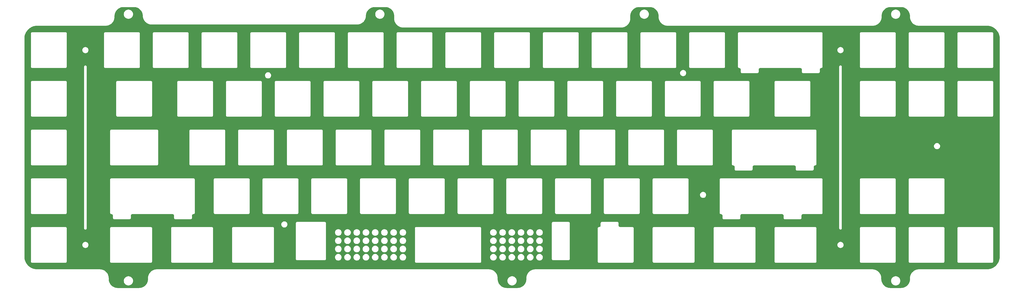
<source format=gbr>
%TF.GenerationSoftware,KiCad,Pcbnew,7.0.5*%
%TF.CreationDate,2023-07-12T22:11:33+02:00*%
%TF.ProjectId,Foundation_ANSI,466f756e-6461-4746-996f-6e5f414e5349,rev?*%
%TF.SameCoordinates,Original*%
%TF.FileFunction,Copper,L1,Top*%
%TF.FilePolarity,Positive*%
%FSLAX46Y46*%
G04 Gerber Fmt 4.6, Leading zero omitted, Abs format (unit mm)*
G04 Created by KiCad (PCBNEW 7.0.5) date 2023-07-12 22:11:33*
%MOMM*%
%LPD*%
G01*
G04 APERTURE LIST*
G04 APERTURE END LIST*
%TA.AperFunction,NonConductor*%
G36*
X9712945Y129139417D02*
G01*
X9846740Y129132500D01*
X10077347Y129119727D01*
X10083490Y129119079D01*
X10252817Y129092633D01*
X10447048Y129060091D01*
X10452638Y129058887D01*
X10624995Y129013365D01*
X10808225Y128961338D01*
X10813220Y128959688D01*
X10982010Y128895864D01*
X10983500Y128895278D01*
X11156769Y128824595D01*
X11161143Y128822610D01*
X11323734Y128741081D01*
X11325558Y128740128D01*
X11488714Y128651420D01*
X11492457Y128649212D01*
X11646415Y128550946D01*
X11648507Y128549550D01*
X11800286Y128443771D01*
X11803405Y128441448D01*
X11946729Y128327579D01*
X11949012Y128325674D01*
X12087913Y128204014D01*
X12090431Y128201683D01*
X12221353Y128073543D01*
X12223737Y128071076D01*
X12348363Y127934808D01*
X12350317Y127932566D01*
X12467220Y127791741D01*
X12469608Y127788673D01*
X12578627Y127639196D01*
X12580069Y127637133D01*
X12681609Y127485334D01*
X12683897Y127481640D01*
X12776111Y127320389D01*
X12777103Y127318585D01*
X12862092Y127157808D01*
X12864170Y127153477D01*
X12938537Y126981812D01*
X12939154Y126980335D01*
X13006615Y126812891D01*
X13008372Y126807932D01*
X13064303Y126625927D01*
X13113535Y126454522D01*
X13114858Y126448958D01*
X13151549Y126255547D01*
X13181637Y126086765D01*
X13182417Y126080637D01*
X13200099Y125850897D01*
X13209930Y125716690D01*
X13210080Y125713520D01*
X13210233Y125706584D01*
X13213959Y125534266D01*
X13213960Y125534248D01*
X13240971Y125318878D01*
X13241270Y125315921D01*
X13247136Y125239699D01*
X13252972Y125223195D01*
X13258990Y125175208D01*
X13258992Y125175197D01*
X13258993Y125175193D01*
X13293296Y125027389D01*
X13316028Y124929447D01*
X13316547Y124926986D01*
X13327889Y124867198D01*
X13332928Y124856631D01*
X13340805Y124822688D01*
X13340809Y124822676D01*
X13437530Y124541531D01*
X13438167Y124539575D01*
X13448662Y124505422D01*
X13451600Y124500633D01*
X13455515Y124489252D01*
X13458529Y124480492D01*
X13458533Y124480482D01*
X13610902Y124152266D01*
X13610905Y124152259D01*
X13610907Y124152257D01*
X13654262Y124079586D01*
X13796312Y123841486D01*
X14012777Y123551482D01*
X14257989Y123285341D01*
X14529317Y123045917D01*
X14529332Y123045905D01*
X14823900Y122835730D01*
X14823909Y122835724D01*
X15138585Y122657037D01*
X15302269Y122585281D01*
X15470021Y122511741D01*
X15470023Y122511740D01*
X15470024Y122511740D01*
X15490278Y122505255D01*
X15493972Y122502751D01*
X15529425Y122492685D01*
X15531395Y122492090D01*
X15814673Y122401391D01*
X15848739Y122394252D01*
X15856928Y122389860D01*
X15919367Y122379400D01*
X15921838Y122378934D01*
X15984914Y122365715D01*
X16168849Y122327169D01*
X16168853Y122327168D01*
X16168856Y122327168D01*
X16168858Y122327167D01*
X16216940Y122322183D01*
X16229794Y122316915D01*
X16309851Y122312481D01*
X16312814Y122312245D01*
X16528796Y122289857D01*
X16528804Y122289856D01*
X16709446Y122289832D01*
X16709638Y122289832D01*
X16709639Y122289832D01*
X16709738Y122289832D01*
X16710238Y122289832D01*
X96791612Y122289832D01*
X96791642Y122289823D01*
X97023904Y122289854D01*
X97023915Y122289855D01*
X97239976Y122312249D01*
X97242939Y122312485D01*
X97319219Y122316710D01*
X97335823Y122322184D01*
X97383856Y122327163D01*
X97383866Y122327164D01*
X97590042Y122370370D01*
X97631080Y122378970D01*
X97633545Y122379435D01*
X97693421Y122389466D01*
X97704056Y122394263D01*
X97738044Y122401385D01*
X98021582Y122492165D01*
X98023552Y122492760D01*
X98057722Y122502463D01*
X98062546Y122505281D01*
X98082692Y122511731D01*
X98414119Y122657022D01*
X98565812Y122743159D01*
X98728809Y122835715D01*
X98728811Y122835716D01*
X98728819Y122835721D01*
X99023385Y123045894D01*
X99023392Y123045899D01*
X99023400Y123045906D01*
X99294729Y123285331D01*
X99294739Y123285341D01*
X99455005Y123459286D01*
X99539938Y123551468D01*
X99539940Y123551471D01*
X99539943Y123551474D01*
X99756405Y123841476D01*
X99941812Y124152250D01*
X99941814Y124152254D01*
X99941817Y124152259D01*
X100094190Y124480487D01*
X100094192Y124480492D01*
X100101079Y124500510D01*
X100103649Y124504134D01*
X100114433Y124539227D01*
X100115071Y124541185D01*
X100211911Y124822680D01*
X100219770Y124856544D01*
X100224332Y124864632D01*
X100236118Y124926757D01*
X100236637Y124929218D01*
X100293724Y125175195D01*
X100293724Y125175196D01*
X100299736Y125223134D01*
X100305279Y125235876D01*
X100311431Y125315819D01*
X100311730Y125318778D01*
X100312917Y125328243D01*
X100338753Y125534258D01*
X100342607Y125712618D01*
X100342669Y125714514D01*
X100342803Y125717045D01*
X100346998Y125774311D01*
X100352600Y125850779D01*
X100370292Y126080637D01*
X100371065Y126086709D01*
X100401222Y126255874D01*
X100417180Y126339995D01*
X104007396Y126339995D01*
X104027561Y126070898D01*
X104087609Y125807811D01*
X104087611Y125807804D01*
X104186201Y125556603D01*
X104186203Y125556599D01*
X104321130Y125322898D01*
X104489387Y125111910D01*
X104687203Y124928365D01*
X104910175Y124776346D01*
X105153303Y124659262D01*
X105411171Y124579720D01*
X105411177Y124579718D01*
X105678008Y124539500D01*
X105678016Y124539500D01*
X105947881Y124539500D01*
X106214712Y124579718D01*
X106214718Y124579720D01*
X106448732Y124651904D01*
X106472586Y124659262D01*
X106472589Y124659263D01*
X106715712Y124776344D01*
X106715713Y124776345D01*
X106715716Y124776347D01*
X106715720Y124776349D01*
X106938686Y124928365D01*
X106972976Y124960181D01*
X107136502Y125111910D01*
X107181259Y125168033D01*
X107304760Y125322898D01*
X107439688Y125556602D01*
X107538279Y125807805D01*
X107598328Y126070897D01*
X107611700Y126249335D01*
X107618494Y126339995D01*
X107618494Y126340004D01*
X107605050Y126519402D01*
X107598328Y126609103D01*
X107538279Y126872195D01*
X107439688Y127123398D01*
X107304760Y127357102D01*
X107136506Y127568085D01*
X107119127Y127584210D01*
X107064751Y127634664D01*
X106938686Y127751635D01*
X106715720Y127903651D01*
X106472586Y128020738D01*
X106214717Y128100280D01*
X106214713Y128100280D01*
X106214712Y128100281D01*
X105947881Y128140499D01*
X105947878Y128140499D01*
X105947874Y128140500D01*
X105678016Y128140500D01*
X105678013Y128140499D01*
X105678008Y128140499D01*
X105411177Y128100281D01*
X105411174Y128100280D01*
X105411173Y128100280D01*
X105153304Y128020738D01*
X104910171Y127903651D01*
X104687204Y127751635D01*
X104687203Y127751634D01*
X104489387Y127568089D01*
X104489384Y127568085D01*
X104321130Y127357102D01*
X104282184Y127289645D01*
X104186203Y127123400D01*
X104186201Y127123396D01*
X104087611Y126872195D01*
X104087609Y126872188D01*
X104027561Y126609101D01*
X104007396Y126340004D01*
X104007396Y126339995D01*
X100417180Y126339995D01*
X100437844Y126448918D01*
X100439167Y126454474D01*
X100439333Y126455050D01*
X100488494Y126626204D01*
X100544319Y126807865D01*
X100546067Y126812800D01*
X100613689Y126980643D01*
X100614233Y126981946D01*
X100688506Y127153389D01*
X100690582Y127157712D01*
X100700422Y127176327D01*
X100775745Y127318817D01*
X100776700Y127320554D01*
X100868768Y127481548D01*
X100871041Y127485217D01*
X100972749Y127637264D01*
X100974179Y127639310D01*
X101077390Y127780824D01*
X101083053Y127788588D01*
X101085428Y127791640D01*
X101202472Y127932633D01*
X101204385Y127934829D01*
X101328952Y128071030D01*
X101331336Y128073496D01*
X101462291Y128201668D01*
X101464808Y128203999D01*
X101603730Y128325675D01*
X101606012Y128327579D01*
X101749273Y128441400D01*
X101752393Y128443723D01*
X101752919Y128444089D01*
X101904319Y128549602D01*
X101906411Y128550998D01*
X101974631Y128594541D01*
X102060155Y128649128D01*
X102063883Y128651328D01*
X102227486Y128740277D01*
X102229292Y128741220D01*
X102391392Y128822504D01*
X102395767Y128824489D01*
X102569852Y128895503D01*
X102571341Y128896088D01*
X102739261Y128959584D01*
X102744258Y128961235D01*
X102928986Y129013686D01*
X103099774Y129058795D01*
X103105365Y129059999D01*
X103302924Y129093096D01*
X103468869Y129119015D01*
X103475004Y129119662D01*
X103708359Y129132616D01*
X103839879Y129139417D01*
X103843081Y129139500D01*
X107910017Y129139500D01*
X107913061Y129139425D01*
X108064133Y129132001D01*
X108258128Y129121832D01*
X108263985Y129121245D01*
X108433300Y129096127D01*
X108609116Y129068280D01*
X108614485Y129067184D01*
X108783785Y129024776D01*
X108952870Y128979468D01*
X108957712Y128977956D01*
X109122656Y128918937D01*
X109123988Y128918443D01*
X109285834Y128856314D01*
X109290125Y128854479D01*
X109449045Y128779315D01*
X109450684Y128778510D01*
X109604628Y128700070D01*
X109608355Y128698007D01*
X109759319Y128607523D01*
X109761213Y128606341D01*
X109905951Y128512345D01*
X109909117Y128510146D01*
X110050564Y128405243D01*
X110052649Y128403627D01*
X110186729Y128295050D01*
X110189348Y128292806D01*
X110319770Y128174601D01*
X110321975Y128172501D01*
X110444100Y128050375D01*
X110446197Y128048171D01*
X110564248Y127917926D01*
X110566493Y127915306D01*
X110675391Y127780824D01*
X110677006Y127778741D01*
X110781515Y127637831D01*
X110783715Y127634664D01*
X110878265Y127489069D01*
X110879446Y127487177D01*
X110969335Y127337210D01*
X110971399Y127333482D01*
X111050639Y127177965D01*
X111051444Y127176327D01*
X111125805Y127019111D01*
X111127641Y127014819D01*
X111190730Y126850463D01*
X111191224Y126849133D01*
X111249313Y126686793D01*
X111250826Y126681949D01*
X111297266Y126508630D01*
X111338591Y126343664D01*
X111339687Y126338294D01*
X111368779Y126154614D01*
X111392727Y125993203D01*
X111393313Y125987351D01*
X111404497Y125774311D01*
X111410974Y125642564D01*
X111411049Y125639519D01*
X111411049Y124628242D01*
X111411098Y124627724D01*
X111411096Y124468034D01*
X111431189Y124263965D01*
X111431403Y124261134D01*
X111435478Y124183367D01*
X111440719Y124167181D01*
X111444798Y124125749D01*
X111490851Y123894195D01*
X111491279Y123891800D01*
X111501319Y123828411D01*
X111506111Y123817473D01*
X111511889Y123788420D01*
X111511892Y123788408D01*
X111591662Y123525425D01*
X111592218Y123523475D01*
X111603348Y123481939D01*
X111606609Y123476148D01*
X111611722Y123459290D01*
X111736888Y123157099D01*
X111737488Y123155594D01*
X111740553Y123147609D01*
X111741197Y123146694D01*
X111743333Y123141536D01*
X111743334Y123141535D01*
X111905458Y122838212D01*
X111905467Y122838196D01*
X112096535Y122552234D01*
X112096539Y122552229D01*
X112314722Y122286368D01*
X112557930Y122043156D01*
X112557931Y122043155D01*
X112823785Y121824973D01*
X112823798Y121824963D01*
X113109756Y121633891D01*
X113109774Y121633880D01*
X113413080Y121471761D01*
X113413084Y121471758D01*
X113413088Y121471757D01*
X113413092Y121471755D01*
X113413097Y121471753D01*
X113417691Y121469850D01*
X113418317Y121469345D01*
X113425645Y121466532D01*
X113427149Y121465932D01*
X113730842Y121340139D01*
X113747056Y121335221D01*
X113751386Y121332383D01*
X113793484Y121321103D01*
X113795434Y121320546D01*
X113968600Y121268018D01*
X114059972Y121240302D01*
X114059974Y121240301D01*
X114059976Y121240301D01*
X114059987Y121240298D01*
X114088307Y121234665D01*
X114096601Y121230326D01*
X114161758Y121220007D01*
X114164155Y121219579D01*
X114276533Y121197226D01*
X114397300Y121173206D01*
X114397305Y121173205D01*
X114397308Y121173205D01*
X114437960Y121169201D01*
X114450329Y121164206D01*
X114531042Y121159969D01*
X114533869Y121159756D01*
X114689877Y121144392D01*
X114739581Y121139498D01*
X114739582Y121139498D01*
X114739583Y121139498D01*
X114911549Y121139500D01*
X114912049Y121139500D01*
X200074038Y121139500D01*
X200074269Y121139432D01*
X200297432Y121139435D01*
X200436497Y121153134D01*
X200503638Y121159748D01*
X200506463Y121159962D01*
X200583307Y121163987D01*
X200599312Y121169173D01*
X200639719Y121173154D01*
X200639724Y121173155D01*
X200639728Y121173155D01*
X200814379Y121207899D01*
X200873214Y121219603D01*
X200875601Y121220029D01*
X200938069Y121229922D01*
X200948854Y121234649D01*
X200977048Y121240258D01*
X201144769Y121291139D01*
X201241724Y121320551D01*
X201243644Y121321099D01*
X201284330Y121332000D01*
X201290005Y121335198D01*
X201306177Y121340104D01*
X201306180Y121340105D01*
X201306182Y121340106D01*
X201609662Y121465817D01*
X201611168Y121466418D01*
X201618431Y121469206D01*
X201619272Y121469798D01*
X201623927Y121471726D01*
X201623928Y121471726D01*
X201623934Y121471729D01*
X201776554Y121553309D01*
X201927256Y121633863D01*
X201927277Y121633876D01*
X202213234Y121824952D01*
X202213238Y121824955D01*
X202479103Y122043150D01*
X202722293Y122286345D01*
X202725975Y122290832D01*
X202940489Y122552222D01*
X202940491Y122552224D01*
X203131560Y122838182D01*
X203131567Y122838194D01*
X203131570Y122838198D01*
X203293700Y123141527D01*
X203295913Y123146871D01*
X203296493Y123147591D01*
X203299775Y123156139D01*
X203300350Y123157582D01*
X203425318Y123459286D01*
X203430469Y123476269D01*
X203433371Y123480698D01*
X203444912Y123523767D01*
X203445458Y123525682D01*
X203525157Y123788416D01*
X203530947Y123817526D01*
X203535340Y123825926D01*
X203545788Y123891890D01*
X203546216Y123894287D01*
X203558746Y123957281D01*
X203592256Y124125747D01*
X203596330Y124167113D01*
X203601388Y124179641D01*
X203605646Y124261033D01*
X203605860Y124263872D01*
X203625967Y124468033D01*
X203625967Y125638471D01*
X203626042Y125641513D01*
X203632565Y125774311D01*
X203633450Y125792337D01*
X203643633Y125986618D01*
X203644212Y125992411D01*
X203669322Y126161689D01*
X203697184Y126337595D01*
X203697674Y126339995D01*
X207291506Y126339995D01*
X207311671Y126070898D01*
X207371719Y125807811D01*
X207371721Y125807804D01*
X207470311Y125556603D01*
X207470313Y125556599D01*
X207605240Y125322898D01*
X207773497Y125111910D01*
X207971313Y124928365D01*
X208194285Y124776346D01*
X208437413Y124659262D01*
X208695281Y124579720D01*
X208695287Y124579718D01*
X208962118Y124539500D01*
X208962126Y124539500D01*
X209231991Y124539500D01*
X209498822Y124579718D01*
X209498828Y124579720D01*
X209732842Y124651904D01*
X209756696Y124659262D01*
X209756699Y124659263D01*
X209999822Y124776344D01*
X209999823Y124776345D01*
X209999826Y124776347D01*
X209999830Y124776349D01*
X210222796Y124928365D01*
X210257086Y124960181D01*
X210420612Y125111910D01*
X210465369Y125168033D01*
X210588870Y125322898D01*
X210723798Y125556602D01*
X210822389Y125807805D01*
X210882438Y126070897D01*
X210895810Y126249335D01*
X210902604Y126339995D01*
X210902604Y126340004D01*
X210889159Y126519402D01*
X210882438Y126609103D01*
X210822389Y126872195D01*
X210723798Y127123398D01*
X210588870Y127357102D01*
X210420616Y127568085D01*
X210403237Y127584210D01*
X210348861Y127634664D01*
X210222796Y127751635D01*
X209999830Y127903651D01*
X209756696Y128020738D01*
X209498827Y128100280D01*
X209498823Y128100280D01*
X209498822Y128100281D01*
X209231991Y128140499D01*
X209231988Y128140499D01*
X209231984Y128140500D01*
X208962126Y128140500D01*
X208962123Y128140499D01*
X208962118Y128140499D01*
X208695287Y128100281D01*
X208695284Y128100280D01*
X208695283Y128100280D01*
X208437414Y128020738D01*
X208194281Y127903651D01*
X207971314Y127751635D01*
X207971313Y127751634D01*
X207773497Y127568089D01*
X207773494Y127568085D01*
X207605240Y127357102D01*
X207566294Y127289645D01*
X207470313Y127123400D01*
X207470311Y127123396D01*
X207371721Y126872195D01*
X207371719Y126872188D01*
X207311671Y126609101D01*
X207291506Y126340004D01*
X207291506Y126339995D01*
X203697674Y126339995D01*
X203698274Y126342934D01*
X203720377Y126431173D01*
X203740705Y126512328D01*
X203785977Y126681280D01*
X203787489Y126686122D01*
X203835641Y126820697D01*
X203846631Y126851413D01*
X203847099Y126852674D01*
X203909104Y127014205D01*
X203910926Y127018462D01*
X203959316Y127120774D01*
X203986335Y127177901D01*
X203987131Y127179520D01*
X204000975Y127206689D01*
X204016241Y127236652D01*
X204065261Y127332858D01*
X204067325Y127336587D01*
X204158278Y127488330D01*
X204159430Y127490177D01*
X204252859Y127634046D01*
X204255058Y127637213D01*
X204255176Y127637372D01*
X204360702Y127779655D01*
X204362298Y127781713D01*
X204469973Y127914682D01*
X204472170Y127917245D01*
X204591503Y128048907D01*
X204593589Y128051097D01*
X204714309Y128171818D01*
X204716513Y128173917D01*
X204747132Y128201668D01*
X204848366Y128293419D01*
X204850948Y128295632D01*
X204894175Y128330637D01*
X204983387Y128402879D01*
X204985473Y128404496D01*
X205128611Y128510652D01*
X205131777Y128512851D01*
X205274453Y128605508D01*
X205276348Y128606690D01*
X205429409Y128698428D01*
X205433135Y128700491D01*
X205584474Y128777604D01*
X205586115Y128778410D01*
X205747659Y128854812D01*
X205751949Y128856647D01*
X205910219Y128917402D01*
X205911552Y128917897D01*
X206080158Y128978222D01*
X206084999Y128979734D01*
X206162523Y129000507D01*
X206248693Y129023597D01*
X206290310Y129034021D01*
X206423431Y129067364D01*
X206428798Y129068459D01*
X206594935Y129094775D01*
X206773983Y129121330D01*
X206779843Y129121917D01*
X206948700Y129130751D01*
X207125306Y129139425D01*
X207128349Y129139500D01*
X211194050Y129139500D01*
X211197252Y129139417D01*
X211330968Y129132503D01*
X211561680Y129119719D01*
X211567822Y129119071D01*
X211737035Y129092640D01*
X211931379Y129060076D01*
X211936970Y129058872D01*
X212109234Y129013371D01*
X212292590Y128961303D01*
X212297585Y128959653D01*
X212466209Y128895889D01*
X212467700Y128895304D01*
X212641175Y128824533D01*
X212645549Y128822548D01*
X212807864Y128741153D01*
X212809689Y128740199D01*
X212973178Y128651305D01*
X212976920Y128649097D01*
X213130523Y128551054D01*
X213132617Y128549657D01*
X213284816Y128443579D01*
X213287934Y128441257D01*
X213430817Y128327734D01*
X213433100Y128325828D01*
X213572530Y128203699D01*
X213575047Y128201368D01*
X213705409Y128073771D01*
X213707793Y128071304D01*
X213833059Y127934328D01*
X213835012Y127932086D01*
X213951285Y127792017D01*
X213953674Y127788948D01*
X214063446Y127638425D01*
X214064886Y127636364D01*
X214165685Y127485669D01*
X214167974Y127481973D01*
X214261040Y127319219D01*
X214262031Y127317416D01*
X214346187Y127158207D01*
X214348266Y127153876D01*
X214423633Y126979885D01*
X214424249Y126978410D01*
X214490737Y126813372D01*
X214492494Y126808411D01*
X214549548Y126622723D01*
X214597704Y126455050D01*
X214599028Y126449485D01*
X214636989Y126249335D01*
X214665868Y126087313D01*
X214666648Y126081191D01*
X214685456Y125837021D01*
X214694190Y125717760D01*
X214694356Y125713230D01*
X214694356Y125328243D01*
X214694398Y125327795D01*
X214694396Y125168033D01*
X214714504Y124963809D01*
X214714718Y124960978D01*
X214718789Y124883282D01*
X214724026Y124867107D01*
X214728099Y124825747D01*
X214774184Y124594031D01*
X214774612Y124591636D01*
X214784641Y124528315D01*
X214789428Y124517392D01*
X214795190Y124488418D01*
X214795194Y124488401D01*
X214875017Y124225244D01*
X214875573Y124223295D01*
X214886680Y124181841D01*
X214889935Y124176061D01*
X214895020Y124159297D01*
X214895021Y124159293D01*
X215020287Y123856857D01*
X215020887Y123855355D01*
X215023898Y123847512D01*
X215024532Y123846610D01*
X215026635Y123841534D01*
X215026635Y123841533D01*
X215188759Y123538210D01*
X215188768Y123538194D01*
X215379830Y123252242D01*
X215379841Y123252226D01*
X215598024Y122986365D01*
X215841233Y122743154D01*
X215841234Y122743153D01*
X216107089Y122524970D01*
X216107102Y122524960D01*
X216393060Y122333889D01*
X216393078Y122333878D01*
X216696384Y122171759D01*
X216696402Y122171750D01*
X216700917Y122169880D01*
X216701530Y122169385D01*
X216708733Y122166620D01*
X216710231Y122166022D01*
X216751280Y122149019D01*
X217014145Y122040139D01*
X217030275Y122035246D01*
X217034595Y122032414D01*
X217076586Y122021163D01*
X217078537Y122020606D01*
X217343279Y121940299D01*
X217371537Y121934679D01*
X217379819Y121930346D01*
X217444875Y121920043D01*
X217447272Y121919615D01*
X217591628Y121890902D01*
X217680606Y121873205D01*
X217680607Y121873204D01*
X217680612Y121873204D01*
X217680616Y121873203D01*
X217721184Y121869208D01*
X217733536Y121864220D01*
X217814169Y121859986D01*
X217816994Y121859773D01*
X217985266Y121843202D01*
X218022888Y121839498D01*
X218022889Y121839498D01*
X218022890Y121839498D01*
X218194856Y121839500D01*
X218195356Y121839500D01*
X298275038Y121839500D01*
X298275272Y121839431D01*
X298498433Y121839434D01*
X298704645Y121859748D01*
X298707479Y121859962D01*
X298784312Y121863987D01*
X298800319Y121869172D01*
X298840709Y121873151D01*
X298840730Y121873154D01*
X299074235Y121919606D01*
X299076633Y121920034D01*
X299139082Y121929924D01*
X299149869Y121934652D01*
X299150799Y121934837D01*
X299178050Y121940258D01*
X299178051Y121940258D01*
X299178054Y121940259D01*
X299442751Y122020559D01*
X299444702Y122021116D01*
X299485355Y122032009D01*
X299491026Y122035204D01*
X299493087Y122035829D01*
X299507178Y122040104D01*
X299581124Y122070734D01*
X299810702Y122165831D01*
X299812206Y122166431D01*
X299819448Y122169211D01*
X299820285Y122169801D01*
X299824922Y122171722D01*
X299824935Y122171728D01*
X300128257Y122333862D01*
X300128278Y122333875D01*
X300414235Y122524951D01*
X300414239Y122524954D01*
X300680104Y122743149D01*
X300923295Y122986345D01*
X301141488Y123252218D01*
X301141493Y123252225D01*
X301204605Y123346681D01*
X301332571Y123538198D01*
X301494701Y123841526D01*
X301496908Y123846855D01*
X301497487Y123847574D01*
X301500766Y123856115D01*
X301501344Y123857566D01*
X301626319Y124159286D01*
X301631467Y124176258D01*
X301634368Y124180684D01*
X301645904Y124223737D01*
X301646452Y124225658D01*
X301726158Y124488416D01*
X301731946Y124517515D01*
X301736337Y124525910D01*
X301746783Y124591861D01*
X301747211Y124594259D01*
X301756290Y124639901D01*
X301793257Y124825747D01*
X301793258Y124825754D01*
X301793259Y124825759D01*
X301793260Y124825770D01*
X301797331Y124867109D01*
X301802388Y124879635D01*
X301806646Y124961020D01*
X301806860Y124963859D01*
X301826968Y125168033D01*
X301826968Y125712705D01*
X301827133Y125717233D01*
X301827172Y125717760D01*
X301836889Y125850497D01*
X301854581Y126080506D01*
X301855357Y126086606D01*
X301885438Y126255388D01*
X301901484Y126339995D01*
X305523066Y126339995D01*
X305543231Y126070898D01*
X305603279Y125807811D01*
X305603281Y125807804D01*
X305701871Y125556603D01*
X305701873Y125556599D01*
X305836800Y125322898D01*
X306005057Y125111910D01*
X306202873Y124928365D01*
X306425845Y124776346D01*
X306668973Y124659262D01*
X306926841Y124579720D01*
X306926847Y124579718D01*
X307193678Y124539500D01*
X307193686Y124539500D01*
X307463551Y124539500D01*
X307730382Y124579718D01*
X307730388Y124579720D01*
X307964402Y124651904D01*
X307988256Y124659262D01*
X307988259Y124659263D01*
X308231382Y124776344D01*
X308231383Y124776345D01*
X308231386Y124776347D01*
X308231390Y124776349D01*
X308454356Y124928365D01*
X308488646Y124960181D01*
X308652172Y125111910D01*
X308696929Y125168033D01*
X308820430Y125322898D01*
X308955358Y125556602D01*
X309053949Y125807805D01*
X309113998Y126070897D01*
X309127370Y126249335D01*
X309134164Y126339995D01*
X309134164Y126340004D01*
X309120719Y126519401D01*
X309113998Y126609103D01*
X309053949Y126872195D01*
X308955358Y127123398D01*
X308820430Y127357102D01*
X308652176Y127568085D01*
X308634797Y127584210D01*
X308580421Y127634664D01*
X308454356Y127751635D01*
X308231390Y127903651D01*
X307988256Y128020738D01*
X307730387Y128100280D01*
X307730383Y128100280D01*
X307730382Y128100281D01*
X307463551Y128140499D01*
X307463548Y128140499D01*
X307463544Y128140500D01*
X307193686Y128140500D01*
X307193683Y128140499D01*
X307193678Y128140499D01*
X306926847Y128100281D01*
X306926844Y128100280D01*
X306926843Y128100280D01*
X306668974Y128020738D01*
X306425841Y127903651D01*
X306202874Y127751635D01*
X306202873Y127751634D01*
X306005057Y127568089D01*
X306005054Y127568085D01*
X305836800Y127357102D01*
X305797854Y127289645D01*
X305701873Y127123400D01*
X305701871Y127123396D01*
X305603281Y126872195D01*
X305603279Y126872188D01*
X305543231Y126609101D01*
X305523066Y126340004D01*
X305523066Y126339995D01*
X301901484Y126339995D01*
X301922122Y126448809D01*
X301923445Y126454370D01*
X301972714Y126625928D01*
X301972799Y126626203D01*
X302028590Y126807781D01*
X302030339Y126812718D01*
X302097892Y126980412D01*
X302098478Y126981812D01*
X302172758Y127153293D01*
X302174835Y127157619D01*
X302175146Y127158207D01*
X302260038Y127318812D01*
X302260954Y127320478D01*
X302352966Y127481391D01*
X302355249Y127485077D01*
X302357221Y127488024D01*
X302454893Y127634046D01*
X302457118Y127637372D01*
X302458545Y127639415D01*
X302567161Y127788353D01*
X302569525Y127791391D01*
X302686964Y127932866D01*
X302688896Y127935083D01*
X302812902Y128070680D01*
X302815287Y128073147D01*
X302946921Y128201987D01*
X302949437Y128204317D01*
X303050462Y128292808D01*
X303087421Y128325181D01*
X303089674Y128327062D01*
X303234057Y128441775D01*
X303237165Y128444089D01*
X303283058Y128476075D01*
X303387579Y128548923D01*
X303389639Y128550297D01*
X303545105Y128649527D01*
X303548847Y128651734D01*
X303709990Y128739353D01*
X303711815Y128740307D01*
X303876519Y128822895D01*
X303880892Y128824880D01*
X303999302Y128873188D01*
X304051177Y128894351D01*
X304052626Y128894920D01*
X304224556Y128959929D01*
X304229550Y128961579D01*
X304408013Y129012257D01*
X304585225Y129059060D01*
X304590814Y129060264D01*
X304776382Y129091357D01*
X304954415Y129119161D01*
X304960562Y129119809D01*
X305169811Y129131381D01*
X305325317Y129139417D01*
X305328517Y129139500D01*
X309394324Y129139500D01*
X309397368Y129139425D01*
X309548463Y129131999D01*
X309742435Y129121831D01*
X309748291Y129121244D01*
X309917608Y129096126D01*
X310093423Y129068279D01*
X310098791Y129067183D01*
X310268085Y129024776D01*
X310437176Y128979466D01*
X310442018Y128977954D01*
X310606944Y128918941D01*
X310608276Y128918447D01*
X310770154Y128856306D01*
X310774445Y128854471D01*
X310933334Y128779321D01*
X310934973Y128778516D01*
X311088917Y128700076D01*
X311092645Y128698013D01*
X311243651Y128607502D01*
X311245545Y128606321D01*
X311390243Y128512351D01*
X311393409Y128510152D01*
X311534883Y128405229D01*
X311536968Y128403613D01*
X311671028Y128295052D01*
X311673647Y128292808D01*
X311804080Y128174590D01*
X311806284Y128172491D01*
X311928391Y128050383D01*
X311930490Y128048179D01*
X312048557Y127917914D01*
X312050802Y127915294D01*
X312159688Y127780830D01*
X312161304Y127778746D01*
X312265820Y127637824D01*
X312268020Y127634657D01*
X312362574Y127489056D01*
X312363755Y127487164D01*
X312453635Y127337212D01*
X312455699Y127333484D01*
X312534935Y127177975D01*
X312535740Y127176337D01*
X312610109Y127019103D01*
X312611945Y127014810D01*
X312675022Y126850485D01*
X312675516Y126849155D01*
X312733613Y126686793D01*
X312735126Y126681949D01*
X312781561Y126508649D01*
X312822894Y126343653D01*
X312823990Y126338283D01*
X312853073Y126154655D01*
X312877027Y125993202D01*
X312877613Y125987351D01*
X312888727Y125775722D01*
X312895281Y125642406D01*
X312895356Y125639361D01*
X312895356Y125328243D01*
X312895398Y125327795D01*
X312895396Y125168033D01*
X312915504Y124963809D01*
X312915718Y124960978D01*
X312919789Y124883282D01*
X312925026Y124867107D01*
X312929099Y124825747D01*
X312975184Y124594031D01*
X312975612Y124591636D01*
X312985641Y124528315D01*
X312990428Y124517392D01*
X312996190Y124488418D01*
X312996194Y124488401D01*
X313076017Y124225244D01*
X313076573Y124223295D01*
X313087680Y124181841D01*
X313090935Y124176061D01*
X313096020Y124159297D01*
X313096021Y124159293D01*
X313221287Y123856857D01*
X313221887Y123855355D01*
X313224898Y123847512D01*
X313225532Y123846610D01*
X313227635Y123841534D01*
X313227635Y123841533D01*
X313389759Y123538210D01*
X313389768Y123538194D01*
X313580830Y123252242D01*
X313580841Y123252226D01*
X313799024Y122986365D01*
X314042233Y122743154D01*
X314042234Y122743153D01*
X314308089Y122524970D01*
X314308102Y122524960D01*
X314594060Y122333889D01*
X314594078Y122333878D01*
X314897384Y122171759D01*
X314897402Y122171750D01*
X314901917Y122169880D01*
X314902530Y122169385D01*
X314909733Y122166620D01*
X314911231Y122166022D01*
X314952280Y122149019D01*
X315215145Y122040139D01*
X315231275Y122035246D01*
X315235595Y122032414D01*
X315277586Y122021163D01*
X315279537Y122020606D01*
X315544279Y121940299D01*
X315572537Y121934679D01*
X315580819Y121930346D01*
X315645875Y121920043D01*
X315648272Y121919615D01*
X315792628Y121890902D01*
X315881606Y121873205D01*
X315881607Y121873204D01*
X315881612Y121873204D01*
X315881616Y121873203D01*
X315922184Y121869208D01*
X315934536Y121864220D01*
X316015169Y121859986D01*
X316017994Y121859773D01*
X316186266Y121843202D01*
X316223888Y121839498D01*
X316223889Y121839498D01*
X316223890Y121839498D01*
X316395856Y121839500D01*
X316396356Y121839500D01*
X342978721Y121839500D01*
X342981279Y121839447D01*
X342992312Y121838990D01*
X343197447Y121830505D01*
X343395905Y121821840D01*
X343400871Y121821423D01*
X343616914Y121794493D01*
X343805905Y121769613D01*
X343817247Y121768120D01*
X343821878Y121767331D01*
X344034373Y121722776D01*
X344232478Y121678857D01*
X344236751Y121677749D01*
X344444735Y121615829D01*
X344638600Y121554704D01*
X344642495Y121553332D01*
X344844012Y121474700D01*
X344845201Y121474222D01*
X345032696Y121396559D01*
X345036201Y121394979D01*
X345230501Y121299990D01*
X345231899Y121299285D01*
X345411908Y121205578D01*
X345415017Y121203845D01*
X345600784Y121093152D01*
X345602359Y121092181D01*
X345773564Y120983112D01*
X345776279Y120981280D01*
X345952220Y120855661D01*
X345953936Y120854390D01*
X346114973Y120730822D01*
X346117301Y120728945D01*
X346282316Y120589184D01*
X346284133Y120587584D01*
X346433753Y120450483D01*
X346435708Y120448612D01*
X346588627Y120295693D01*
X346590497Y120293739D01*
X346727553Y120144169D01*
X346729153Y120142352D01*
X346868983Y119977255D01*
X346870859Y119974928D01*
X346994322Y119814031D01*
X346995593Y119812314D01*
X347121354Y119636175D01*
X347123186Y119633460D01*
X347232073Y119462542D01*
X347233044Y119460966D01*
X347343904Y119274919D01*
X347345637Y119271810D01*
X347439161Y119092153D01*
X347439866Y119090755D01*
X347535040Y118896077D01*
X347536620Y118892572D01*
X347614056Y118705626D01*
X347614535Y118704437D01*
X347693386Y118502355D01*
X347694758Y118498461D01*
X347755644Y118305358D01*
X347817796Y118096595D01*
X347818904Y118092322D01*
X347862545Y117895476D01*
X347907371Y117681687D01*
X347908161Y117677054D01*
X347934219Y117479115D01*
X347961447Y117260681D01*
X347961865Y117255712D01*
X347970364Y117060877D01*
X347979447Y116841281D01*
X347979500Y116838719D01*
X347979500Y31541280D01*
X347979447Y31538718D01*
X347970510Y31322653D01*
X347961840Y31124092D01*
X347961423Y31119126D01*
X347934497Y30903111D01*
X347908119Y30702746D01*
X347907329Y30698114D01*
X347862808Y30485778D01*
X347818847Y30287485D01*
X347817739Y30283212D01*
X347755872Y30075407D01*
X347694693Y29881370D01*
X347693321Y29877475D01*
X347614739Y29676086D01*
X347614261Y29674897D01*
X347536536Y29487255D01*
X347534956Y29483751D01*
X347510037Y29432777D01*
X347440095Y29289708D01*
X347440066Y29289649D01*
X347439360Y29288251D01*
X347345536Y29108018D01*
X347343803Y29104909D01*
X347334487Y29089274D01*
X347233270Y28919409D01*
X347233235Y28919351D01*
X347232275Y28917794D01*
X347123051Y28746348D01*
X347121246Y28743673D01*
X347121210Y28743621D01*
X346995753Y28567908D01*
X346994482Y28566192D01*
X346870718Y28404899D01*
X346868875Y28402614D01*
X346729282Y28237796D01*
X346727756Y28236064D01*
X346590354Y28086116D01*
X346588506Y28084185D01*
X346435817Y27931496D01*
X346433899Y27929660D01*
X346283922Y27792232D01*
X346282193Y27790709D01*
X346117398Y27651135D01*
X346115118Y27649297D01*
X345974025Y27541032D01*
X345953783Y27525500D01*
X345952079Y27524238D01*
X345776348Y27398768D01*
X345773670Y27396961D01*
X345602164Y27287700D01*
X345600619Y27286747D01*
X345523221Y27240628D01*
X345415115Y27176211D01*
X345412007Y27174478D01*
X345231656Y27080593D01*
X345230324Y27079921D01*
X345085073Y27008912D01*
X345036272Y26985055D01*
X345032787Y26983483D01*
X344844967Y26905686D01*
X344843778Y26905208D01*
X344642536Y26826683D01*
X344638708Y26825334D01*
X344444384Y26764065D01*
X344236791Y26702261D01*
X344232569Y26701167D01*
X344033963Y26657137D01*
X343821924Y26612677D01*
X343817334Y26611895D01*
X343616219Y26585418D01*
X343400916Y26558580D01*
X343395980Y26558166D01*
X343196794Y26549466D01*
X342981279Y26540552D01*
X342978720Y26540500D01*
X316415697Y26540500D01*
X316415624Y26540493D01*
X316255939Y26540494D01*
X316051028Y26520312D01*
X316048202Y26520099D01*
X315970815Y26516044D01*
X315954692Y26510824D01*
X315913658Y26506783D01*
X315681382Y26460581D01*
X315678985Y26460153D01*
X315615961Y26450171D01*
X315605081Y26445405D01*
X315576349Y26439690D01*
X315576338Y26439687D01*
X315576335Y26439686D01*
X315576329Y26439685D01*
X315312718Y26359719D01*
X315310777Y26359165D01*
X315269570Y26348123D01*
X315263813Y26344884D01*
X315247202Y26339845D01*
X314944521Y26214471D01*
X314943041Y26213881D01*
X314935325Y26210919D01*
X314934431Y26210291D01*
X314929446Y26208227D01*
X314695300Y26083074D01*
X314626139Y26046107D01*
X314626120Y26046097D01*
X314340147Y25855016D01*
X314074283Y25636827D01*
X314074274Y25636820D01*
X313831084Y25393630D01*
X313721465Y25260059D01*
X313612888Y25127759D01*
X313421807Y24841786D01*
X313421804Y24841781D01*
X313421800Y24841774D01*
X313259679Y24538468D01*
X313257618Y24533492D01*
X313257077Y24532821D01*
X313254044Y24524918D01*
X313253461Y24523456D01*
X313128057Y24220704D01*
X313128056Y24220701D01*
X313123028Y24204127D01*
X313120161Y24199753D01*
X313108764Y24157218D01*
X313108209Y24155277D01*
X313028218Y23891578D01*
X313028217Y23891576D01*
X313022505Y23862862D01*
X313018140Y23854519D01*
X313007759Y23788973D01*
X313007331Y23786577D01*
X312961117Y23554248D01*
X312957080Y23513253D01*
X312952054Y23500807D01*
X312947808Y23419773D01*
X312947594Y23416941D01*
X312927407Y23211965D01*
X312927407Y22741530D01*
X312927332Y22738487D01*
X312919911Y22587427D01*
X312909743Y22393414D01*
X312909157Y22387558D01*
X312884042Y22218248D01*
X312856197Y22042437D01*
X312855102Y22037068D01*
X312812688Y21867743D01*
X312767390Y21698694D01*
X312765878Y21693852D01*
X312706796Y21528729D01*
X312706303Y21527397D01*
X312644259Y21365763D01*
X312642423Y21361471D01*
X312567137Y21202294D01*
X312566332Y21200656D01*
X312504220Y21078753D01*
X312494001Y21058694D01*
X312488054Y21047023D01*
X312485993Y21043300D01*
X312475807Y21026306D01*
X312395286Y20891967D01*
X312394105Y20890073D01*
X312300379Y20745750D01*
X312298180Y20742584D01*
X312192951Y20600698D01*
X312191335Y20598613D01*
X312083167Y20465037D01*
X312080923Y20462418D01*
X311962244Y20331474D01*
X311960144Y20329269D01*
X311838638Y20207763D01*
X311836434Y20205664D01*
X311705484Y20086978D01*
X311702899Y20084762D01*
X311599877Y20001337D01*
X311569280Y19976560D01*
X311567196Y19974944D01*
X311425331Y19869729D01*
X311422167Y19867532D01*
X311277773Y19773761D01*
X311275945Y19772620D01*
X311124615Y19681917D01*
X311120925Y19679874D01*
X310967157Y19601525D01*
X310965554Y19600738D01*
X310806454Y19525488D01*
X310802203Y19523670D01*
X310640361Y19461544D01*
X310639081Y19461070D01*
X310474083Y19402032D01*
X310469250Y19400523D01*
X310299984Y19355168D01*
X310130870Y19312807D01*
X310125553Y19311722D01*
X309949237Y19283796D01*
X309780353Y19258744D01*
X309774563Y19258165D01*
X309578575Y19247895D01*
X309480165Y19243060D01*
X309429564Y19240575D01*
X309426522Y19240500D01*
X305200253Y19240500D01*
X305197053Y19240583D01*
X305161130Y19242438D01*
X305063500Y19247484D01*
X304832612Y19260271D01*
X304826479Y19260918D01*
X304657311Y19287339D01*
X304462889Y19319911D01*
X304457356Y19321103D01*
X304285006Y19366623D01*
X304101694Y19418674D01*
X304096762Y19420304D01*
X303927785Y19484201D01*
X303926505Y19484704D01*
X303753161Y19555418D01*
X303748867Y19557368D01*
X303586023Y19639026D01*
X303584399Y19639874D01*
X303421288Y19728559D01*
X303417570Y19730753D01*
X303263277Y19829238D01*
X303261314Y19830548D01*
X303109755Y19936177D01*
X303106706Y19938446D01*
X302962964Y20052653D01*
X302960753Y20054499D01*
X302822173Y20175882D01*
X302819724Y20178150D01*
X302688344Y20306747D01*
X302685988Y20309184D01*
X302561837Y20444938D01*
X302559959Y20447093D01*
X302442398Y20588720D01*
X302440108Y20591662D01*
X302331694Y20740319D01*
X302330309Y20742302D01*
X302228053Y20895183D01*
X302225781Y20898852D01*
X302134332Y21058778D01*
X302133437Y21060405D01*
X302047602Y21222803D01*
X302045544Y21227091D01*
X301972059Y21396735D01*
X301971497Y21398078D01*
X301903124Y21567818D01*
X301901396Y21572695D01*
X301846515Y21751307D01*
X301796276Y21926256D01*
X301794960Y21931787D01*
X301774437Y22039995D01*
X305523066Y22039995D01*
X305543231Y21770898D01*
X305603279Y21507811D01*
X305603281Y21507804D01*
X305701871Y21256603D01*
X305701873Y21256599D01*
X305836800Y21022898D01*
X306005057Y20811910D01*
X306202873Y20628365D01*
X306425845Y20476346D01*
X306668973Y20359262D01*
X306926841Y20279720D01*
X306926847Y20279718D01*
X307193678Y20239500D01*
X307193686Y20239500D01*
X307463551Y20239500D01*
X307730382Y20279718D01*
X307730388Y20279720D01*
X307988259Y20359263D01*
X308231382Y20476344D01*
X308231383Y20476345D01*
X308231386Y20476347D01*
X308231390Y20476349D01*
X308454356Y20628365D01*
X308480086Y20652239D01*
X308652172Y20811910D01*
X308714588Y20890177D01*
X308820430Y21022898D01*
X308955358Y21256602D01*
X309053949Y21507805D01*
X309113998Y21770897D01*
X309120059Y21851780D01*
X309134164Y22039995D01*
X309134164Y22040004D01*
X309114330Y22304670D01*
X309113998Y22309103D01*
X309053949Y22572195D01*
X308955358Y22823398D01*
X308820430Y23057102D01*
X308652176Y23268085D01*
X308454356Y23451635D01*
X308231390Y23603651D01*
X307988256Y23720738D01*
X307730387Y23800280D01*
X307730383Y23800280D01*
X307730382Y23800281D01*
X307463551Y23840499D01*
X307463548Y23840499D01*
X307463544Y23840500D01*
X307193686Y23840500D01*
X307193683Y23840499D01*
X307193678Y23840499D01*
X306926847Y23800281D01*
X306926844Y23800280D01*
X306926843Y23800280D01*
X306668974Y23720738D01*
X306425841Y23603651D01*
X306237630Y23475331D01*
X306202873Y23451634D01*
X306005057Y23268089D01*
X306005054Y23268085D01*
X305836800Y23057102D01*
X305826638Y23039500D01*
X305701873Y22823400D01*
X305701871Y22823396D01*
X305603281Y22572195D01*
X305603279Y22572188D01*
X305543231Y22309101D01*
X305523066Y22040004D01*
X305523066Y22039995D01*
X301774437Y22039995D01*
X301759493Y22118789D01*
X301728256Y22294087D01*
X301727482Y22300171D01*
X301711043Y22514116D01*
X301700045Y22664400D01*
X301699896Y22667571D01*
X301698795Y22718947D01*
X301690304Y23115110D01*
X301690302Y23115112D01*
X301690032Y23127739D01*
X301690018Y23127844D01*
X301686393Y23295913D01*
X301659402Y23511198D01*
X301659106Y23514132D01*
X301653238Y23590415D01*
X301647400Y23606928D01*
X301641375Y23654991D01*
X301584359Y23900697D01*
X301583844Y23903142D01*
X301572501Y23962950D01*
X301567461Y23973519D01*
X301559573Y24007512D01*
X301542946Y24055850D01*
X301462845Y24288713D01*
X301462230Y24290607D01*
X301451738Y24324754D01*
X301448801Y24329540D01*
X301441860Y24349722D01*
X301289489Y24677971D01*
X301104086Y24988759D01*
X300887627Y25278774D01*
X300642418Y25544925D01*
X300371075Y25784375D01*
X300076488Y25994571D01*
X299761799Y26173273D01*
X299430361Y26318575D01*
X299410150Y26325046D01*
X299406464Y26327543D01*
X299371087Y26337588D01*
X299369189Y26338161D01*
X299085709Y26428929D01*
X299051691Y26436058D01*
X299043505Y26440447D01*
X298981131Y26450897D01*
X298978676Y26451360D01*
X298731514Y26503160D01*
X298692340Y26507220D01*
X298683493Y26508138D01*
X298670651Y26513400D01*
X298590668Y26517831D01*
X298587724Y26518065D01*
X298371554Y26540474D01*
X298370471Y26540474D01*
X298242061Y26540492D01*
X298242034Y26540500D01*
X298190709Y26540500D01*
X166553808Y26540500D01*
X166541697Y26540500D01*
X166541624Y26540493D01*
X166381939Y26540494D01*
X166177028Y26520312D01*
X166174202Y26520099D01*
X166096815Y26516044D01*
X166080692Y26510824D01*
X166039658Y26506783D01*
X165807382Y26460581D01*
X165804985Y26460153D01*
X165741961Y26450171D01*
X165731081Y26445405D01*
X165702349Y26439690D01*
X165702338Y26439687D01*
X165702335Y26439686D01*
X165702329Y26439685D01*
X165438718Y26359719D01*
X165436777Y26359165D01*
X165395570Y26348123D01*
X165389813Y26344884D01*
X165373202Y26339845D01*
X165070521Y26214471D01*
X165069041Y26213881D01*
X165061325Y26210919D01*
X165060431Y26210291D01*
X165055446Y26208227D01*
X164821300Y26083074D01*
X164752139Y26046107D01*
X164752120Y26046097D01*
X164466147Y25855016D01*
X164200283Y25636827D01*
X164200274Y25636820D01*
X163957084Y25393630D01*
X163847465Y25260059D01*
X163738888Y25127759D01*
X163547807Y24841786D01*
X163547804Y24841781D01*
X163547800Y24841774D01*
X163385679Y24538468D01*
X163383618Y24533492D01*
X163383077Y24532821D01*
X163380044Y24524918D01*
X163379461Y24523456D01*
X163254057Y24220704D01*
X163254056Y24220701D01*
X163249028Y24204127D01*
X163246161Y24199753D01*
X163234764Y24157218D01*
X163234209Y24155277D01*
X163154218Y23891578D01*
X163154217Y23891576D01*
X163148505Y23862862D01*
X163144140Y23854519D01*
X163133759Y23788973D01*
X163133331Y23786577D01*
X163087117Y23554248D01*
X163083080Y23513253D01*
X163078054Y23500807D01*
X163073808Y23419773D01*
X163073594Y23416941D01*
X163053407Y23211965D01*
X163053407Y22741530D01*
X163053332Y22738487D01*
X163045911Y22587427D01*
X163035743Y22393414D01*
X163035157Y22387558D01*
X163010042Y22218248D01*
X162982197Y22042437D01*
X162981102Y22037068D01*
X162938688Y21867743D01*
X162893390Y21698694D01*
X162891878Y21693852D01*
X162832796Y21528729D01*
X162832303Y21527397D01*
X162770259Y21365763D01*
X162768423Y21361471D01*
X162693137Y21202294D01*
X162692332Y21200656D01*
X162630220Y21078753D01*
X162620001Y21058694D01*
X162614054Y21047023D01*
X162611993Y21043300D01*
X162601807Y21026306D01*
X162521286Y20891967D01*
X162520105Y20890073D01*
X162426379Y20745750D01*
X162424180Y20742584D01*
X162318951Y20600698D01*
X162317335Y20598613D01*
X162209167Y20465037D01*
X162206923Y20462418D01*
X162088244Y20331474D01*
X162086144Y20329269D01*
X161964638Y20207763D01*
X161962434Y20205664D01*
X161831484Y20086978D01*
X161828899Y20084762D01*
X161725877Y20001337D01*
X161695280Y19976560D01*
X161693196Y19974944D01*
X161551331Y19869729D01*
X161548167Y19867532D01*
X161403773Y19773761D01*
X161401945Y19772620D01*
X161250615Y19681917D01*
X161246925Y19679874D01*
X161093157Y19601525D01*
X161091554Y19600738D01*
X160932454Y19525488D01*
X160928203Y19523670D01*
X160766361Y19461544D01*
X160765081Y19461070D01*
X160600083Y19402032D01*
X160595250Y19400523D01*
X160425984Y19355168D01*
X160256870Y19312807D01*
X160251553Y19311722D01*
X160075237Y19283796D01*
X159906353Y19258744D01*
X159900563Y19258165D01*
X159704575Y19247895D01*
X159606165Y19243060D01*
X159555564Y19240575D01*
X159552522Y19240500D01*
X155376510Y19240500D01*
X155376507Y19240501D01*
X155326259Y19240501D01*
X155323051Y19240584D01*
X155189553Y19247555D01*
X154958825Y19260457D01*
X154952693Y19261107D01*
X154783638Y19287598D01*
X154589293Y19320262D01*
X154583777Y19321452D01*
X154411704Y19366991D01*
X154228335Y19419157D01*
X154223366Y19420802D01*
X154054902Y19484597D01*
X154053474Y19485158D01*
X153880012Y19556018D01*
X153875664Y19557994D01*
X153713381Y19639464D01*
X153711672Y19640358D01*
X153548254Y19729309D01*
X153544596Y19731470D01*
X153390913Y19829661D01*
X153388936Y19830982D01*
X153236917Y19937032D01*
X153233877Y19939299D01*
X153090873Y20053018D01*
X153088676Y20054853D01*
X152949516Y20176850D01*
X152947079Y20179108D01*
X152816500Y20307024D01*
X152814161Y20309446D01*
X152689308Y20446082D01*
X152687436Y20448230D01*
X152570848Y20588795D01*
X152568503Y20591810D01*
X152459249Y20741743D01*
X152457880Y20743704D01*
X152356653Y20895171D01*
X152354420Y20898780D01*
X152261988Y21060565D01*
X152261070Y21062235D01*
X152176409Y21222548D01*
X152174352Y21226835D01*
X152099689Y21399368D01*
X152099213Y21400507D01*
X152032069Y21567357D01*
X152030333Y21572261D01*
X151974209Y21755139D01*
X151925319Y21925595D01*
X151924013Y21931091D01*
X151903395Y22039995D01*
X155649451Y22039995D01*
X155669616Y21770898D01*
X155729664Y21507811D01*
X155729666Y21507804D01*
X155828256Y21256603D01*
X155828258Y21256599D01*
X155963185Y21022898D01*
X156131442Y20811910D01*
X156329258Y20628365D01*
X156552230Y20476346D01*
X156795358Y20359262D01*
X157053226Y20279720D01*
X157053232Y20279718D01*
X157320063Y20239500D01*
X157320071Y20239500D01*
X157589936Y20239500D01*
X157856767Y20279718D01*
X157856773Y20279720D01*
X158114644Y20359263D01*
X158357767Y20476344D01*
X158357768Y20476345D01*
X158357771Y20476347D01*
X158357775Y20476349D01*
X158580741Y20628365D01*
X158606471Y20652239D01*
X158778557Y20811910D01*
X158840973Y20890177D01*
X158946815Y21022898D01*
X159081743Y21256602D01*
X159180334Y21507805D01*
X159240383Y21770897D01*
X159246444Y21851780D01*
X159260549Y22039995D01*
X159260549Y22040004D01*
X159240715Y22304670D01*
X159240383Y22309103D01*
X159180334Y22572195D01*
X159081743Y22823398D01*
X158946815Y23057102D01*
X158778561Y23268085D01*
X158580741Y23451635D01*
X158357775Y23603651D01*
X158114641Y23720738D01*
X157856772Y23800280D01*
X157856768Y23800280D01*
X157856767Y23800281D01*
X157589936Y23840499D01*
X157589933Y23840499D01*
X157589929Y23840500D01*
X157320071Y23840500D01*
X157320068Y23840499D01*
X157320063Y23840499D01*
X157053232Y23800281D01*
X157053229Y23800280D01*
X157053228Y23800280D01*
X156795359Y23720738D01*
X156552226Y23603651D01*
X156364015Y23475331D01*
X156329258Y23451634D01*
X156131442Y23268089D01*
X156131439Y23268085D01*
X155963185Y23057102D01*
X155953023Y23039500D01*
X155828258Y22823400D01*
X155828256Y22823396D01*
X155729666Y22572195D01*
X155729664Y22572188D01*
X155669616Y22309101D01*
X155649451Y22040004D01*
X155649451Y22039995D01*
X151903395Y22039995D01*
X151887106Y22126030D01*
X151857374Y22293168D01*
X151856599Y22299271D01*
X151838407Y22536846D01*
X151829277Y22662096D01*
X151829113Y22666604D01*
X151829113Y23052383D01*
X151829100Y23052513D01*
X151829100Y23211964D01*
X151823572Y23268089D01*
X151808933Y23416729D01*
X151808720Y23419551D01*
X151804661Y23497014D01*
X151799438Y23513138D01*
X151795389Y23554245D01*
X151795389Y23554246D01*
X151795389Y23554248D01*
X151749216Y23786373D01*
X151748792Y23788749D01*
X151738797Y23851857D01*
X151734024Y23862748D01*
X151728290Y23891576D01*
X151648389Y24154973D01*
X151647834Y24156920D01*
X151636760Y24198246D01*
X151633515Y24204007D01*
X151628451Y24220703D01*
X151503143Y24523222D01*
X151502586Y24524621D01*
X151499564Y24532495D01*
X151498928Y24533399D01*
X151496833Y24538458D01*
X151334703Y24841783D01*
X151143622Y25127756D01*
X150925432Y25393623D01*
X150682233Y25636823D01*
X150416367Y25855015D01*
X150130395Y26046096D01*
X149827070Y26208227D01*
X149822118Y26210278D01*
X149821446Y26210819D01*
X149813547Y26213851D01*
X149812097Y26214428D01*
X149509315Y26339847D01*
X149492754Y26344870D01*
X149488381Y26347736D01*
X149445888Y26359121D01*
X149443972Y26359668D01*
X149180189Y26439687D01*
X149151522Y26445389D01*
X149143185Y26449750D01*
X149077702Y26460121D01*
X149075368Y26460537D01*
X148842861Y26506787D01*
X148801919Y26510819D01*
X148789485Y26515840D01*
X148708504Y26520085D01*
X148705696Y26520297D01*
X148500581Y26540500D01*
X148328712Y26540500D01*
X18725223Y26540500D01*
X18713402Y26540500D01*
X18713380Y26540498D01*
X18553353Y26540499D01*
X18360772Y26521531D01*
X18348372Y26520310D01*
X18345539Y26520096D01*
X18268187Y26516042D01*
X18252072Y26510825D01*
X18211073Y26506787D01*
X18211070Y26506786D01*
X18211066Y26506786D01*
X18120739Y26488818D01*
X17978722Y26460569D01*
X17976355Y26460147D01*
X17913347Y26450168D01*
X17902463Y26445400D01*
X17888761Y26442675D01*
X17873752Y26439690D01*
X17873748Y26439688D01*
X17873744Y26439688D01*
X17734098Y26397327D01*
X17610066Y26359703D01*
X17608116Y26359146D01*
X17566955Y26348117D01*
X17561209Y26344882D01*
X17544617Y26339849D01*
X17241848Y26214438D01*
X17240369Y26213848D01*
X17232713Y26210909D01*
X17231826Y26210287D01*
X17226860Y26208230D01*
X17226853Y26208226D01*
X17226852Y26208226D01*
X16992710Y26083074D01*
X16923535Y26046099D01*
X16637562Y25855018D01*
X16637554Y25855011D01*
X16371689Y25636822D01*
X16128498Y25393632D01*
X15914754Y25133183D01*
X15910303Y25127760D01*
X15719222Y24841787D01*
X15719220Y24841783D01*
X15719215Y24841775D01*
X15557094Y24538468D01*
X15555033Y24533492D01*
X15554494Y24532823D01*
X15551472Y24524949D01*
X15550883Y24523473D01*
X15453615Y24288648D01*
X15425471Y24220702D01*
X15420443Y24204128D01*
X15417574Y24199750D01*
X15406172Y24157198D01*
X15405615Y24155247D01*
X15325629Y23891568D01*
X15325626Y23891556D01*
X15319922Y23862877D01*
X15315559Y23854537D01*
X15305183Y23789020D01*
X15304755Y23786623D01*
X15258532Y23554248D01*
X15254495Y23513257D01*
X15249471Y23500817D01*
X15245226Y23419802D01*
X15245012Y23416970D01*
X15224821Y23211965D01*
X15224822Y22722322D01*
X15224730Y22718947D01*
X15216480Y22567596D01*
X15205374Y22375384D01*
X15204760Y22369552D01*
X15178827Y22200582D01*
X15150267Y22025902D01*
X15149149Y22020557D01*
X15106033Y21851780D01*
X15060191Y21683804D01*
X15058662Y21678986D01*
X14999009Y21514514D01*
X14998512Y21513189D01*
X14936070Y21352564D01*
X14934223Y21348295D01*
X14858515Y21189859D01*
X14857724Y21188265D01*
X14791999Y21060499D01*
X14779174Y21035568D01*
X14777104Y21031861D01*
X14686094Y20881265D01*
X14684910Y20879383D01*
X14591094Y20736022D01*
X14588900Y20732887D01*
X14483549Y20591810D01*
X14483480Y20591718D01*
X14481871Y20589657D01*
X14389523Y20476345D01*
X14373773Y20457020D01*
X14371528Y20454418D01*
X14294045Y20369432D01*
X14257493Y20329340D01*
X14252769Y20324159D01*
X14250671Y20321969D01*
X14129388Y20201355D01*
X14127186Y20199270D01*
X14035638Y20116727D01*
X14002644Y20086978D01*
X13996252Y20081215D01*
X13993655Y20079001D01*
X13860411Y19971631D01*
X13858346Y19970038D01*
X13716541Y19865362D01*
X13713443Y19863220D01*
X13585974Y19780809D01*
X13569619Y19770236D01*
X13567731Y19769062D01*
X13416545Y19678836D01*
X13412826Y19676787D01*
X13339220Y19639436D01*
X13259826Y19599149D01*
X13258211Y19598359D01*
X13099210Y19523460D01*
X13094992Y19521663D01*
X12934107Y19460144D01*
X12932842Y19459677D01*
X12767828Y19400860D01*
X12763051Y19399374D01*
X12595112Y19354540D01*
X12425773Y19312279D01*
X12420466Y19311200D01*
X12246123Y19283685D01*
X12076485Y19258612D01*
X12070659Y19258031D01*
X11879908Y19248069D01*
X11726806Y19240575D01*
X11726786Y19240574D01*
X11723754Y19240500D01*
X3374741Y19240500D01*
X3371699Y19240575D01*
X3326081Y19242815D01*
X3220758Y19247989D01*
X3026599Y19258164D01*
X3020805Y19258744D01*
X2851423Y19283869D01*
X2675599Y19311718D01*
X2670303Y19312799D01*
X2500951Y19355219D01*
X2331887Y19400520D01*
X2327067Y19402025D01*
X2161909Y19461120D01*
X2160776Y19461540D01*
X1998900Y19523678D01*
X1994679Y19525484D01*
X1835518Y19600762D01*
X1834021Y19601497D01*
X1680186Y19679880D01*
X1676518Y19681910D01*
X1525127Y19772650D01*
X1523377Y19773743D01*
X1378923Y19867552D01*
X1375790Y19869729D01*
X1233906Y19974957D01*
X1231890Y19976520D01*
X1098164Y20084809D01*
X1095660Y20086955D01*
X964660Y20205687D01*
X962548Y20207698D01*
X840906Y20329340D01*
X838895Y20331451D01*
X720183Y20462430D01*
X718018Y20464956D01*
X609720Y20598693D01*
X608160Y20600704D01*
X502926Y20742596D01*
X500774Y20745695D01*
X406947Y20890177D01*
X405861Y20891916D01*
X315121Y21043306D01*
X313091Y21046975D01*
X234708Y21200810D01*
X233973Y21202307D01*
X158695Y21361471D01*
X156893Y21365679D01*
X94711Y21527668D01*
X94360Y21528614D01*
X35229Y21693873D01*
X33745Y21698623D01*
X-7292Y21851780D01*
X-11588Y21867813D01*
X-53979Y22037047D01*
X-54580Y22039995D01*
X5775836Y22039995D01*
X5796001Y21770898D01*
X5856049Y21507811D01*
X5856051Y21507804D01*
X5954641Y21256603D01*
X5954643Y21256599D01*
X6089570Y21022898D01*
X6257827Y20811910D01*
X6455643Y20628365D01*
X6678615Y20476346D01*
X6921743Y20359262D01*
X7179611Y20279720D01*
X7179617Y20279718D01*
X7446448Y20239500D01*
X7446456Y20239500D01*
X7716321Y20239500D01*
X7983152Y20279718D01*
X7983158Y20279720D01*
X8241029Y20359263D01*
X8484152Y20476344D01*
X8484153Y20476345D01*
X8484156Y20476347D01*
X8484160Y20476349D01*
X8707126Y20628365D01*
X8732856Y20652239D01*
X8904942Y20811910D01*
X8967358Y20890177D01*
X9073200Y21022898D01*
X9208128Y21256602D01*
X9306719Y21507805D01*
X9366768Y21770897D01*
X9372829Y21851780D01*
X9386934Y22039995D01*
X9386934Y22040004D01*
X9367100Y22304670D01*
X9366768Y22309103D01*
X9306719Y22572195D01*
X9208128Y22823398D01*
X9073200Y23057102D01*
X8904946Y23268085D01*
X8707126Y23451635D01*
X8484160Y23603651D01*
X8241026Y23720738D01*
X7983157Y23800280D01*
X7983153Y23800280D01*
X7983152Y23800281D01*
X7716321Y23840499D01*
X7716318Y23840499D01*
X7716314Y23840500D01*
X7446456Y23840500D01*
X7446453Y23840499D01*
X7446448Y23840499D01*
X7179617Y23800281D01*
X7179614Y23800280D01*
X7179613Y23800280D01*
X6921744Y23720738D01*
X6678611Y23603651D01*
X6490400Y23475331D01*
X6455643Y23451634D01*
X6257827Y23268089D01*
X6257824Y23268085D01*
X6089570Y23057102D01*
X6079408Y23039500D01*
X5954643Y22823400D01*
X5954641Y22823396D01*
X5856051Y22572195D01*
X5856049Y22572188D01*
X5796001Y22309101D01*
X5775836Y22040004D01*
X5775836Y22039995D01*
X-54580Y22039995D01*
X-55071Y22042400D01*
X-82953Y22218438D01*
X-108040Y22387558D01*
X-108625Y22393404D01*
X-118811Y22587764D01*
X-126214Y22738467D01*
X-126289Y22741509D01*
X-126289Y23211965D01*
X-146479Y23416971D01*
X-146693Y23419803D01*
X-150746Y23497157D01*
X-155962Y23513257D01*
X-159999Y23554249D01*
X-206219Y23786606D01*
X-206647Y23789002D01*
X-216625Y23852007D01*
X-221390Y23862877D01*
X-227098Y23891573D01*
X-227099Y23891577D01*
X-227099Y23891578D01*
X-307083Y24155250D01*
X-307640Y24157201D01*
X-318676Y24198388D01*
X-321911Y24204131D01*
X-326938Y24220702D01*
X-355082Y24288648D01*
X-452338Y24523445D01*
X-452929Y24524926D01*
X-455883Y24532623D01*
X-456504Y24533505D01*
X-458551Y24538446D01*
X-458553Y24538451D01*
X-458558Y24538462D01*
X-620679Y24841771D01*
X-620681Y24841775D01*
X-620686Y24841783D01*
X-620688Y24841787D01*
X-811770Y25127761D01*
X-1029958Y25393625D01*
X-1029965Y25393633D01*
X-1273155Y25636823D01*
X-1539022Y25855014D01*
X-1539023Y25855015D01*
X-1539028Y25855019D01*
X-1825002Y26046101D01*
X-2128327Y26208231D01*
X-2133270Y26210278D01*
X-2133939Y26210818D01*
X-2141841Y26213851D01*
X-2143302Y26214434D01*
X-2446084Y26339850D01*
X-2462651Y26344875D01*
X-2467027Y26347742D01*
X-2509548Y26359136D01*
X-2511470Y26359684D01*
X-2775211Y26439690D01*
X-2803906Y26445397D01*
X-2812249Y26449761D01*
X-2877774Y26460139D01*
X-2880125Y26460558D01*
X-3112539Y26506789D01*
X-3153519Y26510825D01*
X-3165962Y26515849D01*
X-3246970Y26520094D01*
X-3249803Y26520308D01*
X-3249823Y26520310D01*
X-3454820Y26540500D01*
X-3454823Y26540500D01*
X-28068720Y26540500D01*
X-28071279Y26540552D01*
X-28287340Y26549489D01*
X-28485936Y26558160D01*
X-28490863Y26558574D01*
X-28706814Y26585492D01*
X-28907265Y26611883D01*
X-28911894Y26612671D01*
X-29124230Y26657193D01*
X-29322527Y26701155D01*
X-29326784Y26702259D01*
X-29534528Y26764107D01*
X-29728660Y26825318D01*
X-29732539Y26826684D01*
X-29933961Y26905279D01*
X-29934938Y26905672D01*
X-30122790Y26983483D01*
X-30126226Y26985032D01*
X-30279776Y27060098D01*
X-30320290Y27079905D01*
X-30321688Y27080610D01*
X-30321690Y27080611D01*
X-30502009Y27174479D01*
X-30505107Y27176207D01*
X-30625576Y27247990D01*
X-30690612Y27286743D01*
X-30692127Y27287676D01*
X-30778578Y27342752D01*
X-30863663Y27396958D01*
X-30866377Y27398789D01*
X-30893191Y27417934D01*
X-31042067Y27524229D01*
X-31043769Y27525490D01*
X-31059715Y27537726D01*
X-31205117Y27649297D01*
X-31207426Y27651159D01*
X-31372150Y27790673D01*
X-31373956Y27792264D01*
X-31523912Y27929673D01*
X-31525827Y27931506D01*
X-31678491Y28084170D01*
X-31680328Y28086089D01*
X-31817729Y28236036D01*
X-31819325Y28237848D01*
X-31958839Y28402572D01*
X-31960716Y28404899D01*
X-31960727Y28404913D01*
X-32084480Y28566192D01*
X-32084508Y28566229D01*
X-32085779Y28567945D01*
X-32211209Y28743621D01*
X-32213040Y28746335D01*
X-32322298Y28917833D01*
X-32323269Y28919409D01*
X-32433791Y29104891D01*
X-32435525Y29108000D01*
X-32529388Y29288310D01*
X-32530093Y29289708D01*
X-32614991Y29463366D01*
X-32624956Y29483751D01*
X-32626524Y29487229D01*
X-32704296Y29674987D01*
X-32704775Y29676177D01*
X-32783309Y29877446D01*
X-32784681Y29881340D01*
X-32845902Y30075505D01*
X-32907735Y30283200D01*
X-32908843Y30287473D01*
X-32952825Y30485862D01*
X-32997326Y30698101D01*
X-32998115Y30702733D01*
X-33024515Y30903253D01*
X-33051422Y31119114D01*
X-33051839Y31124080D01*
X-33060519Y31322870D01*
X-33069447Y31538718D01*
X-33069500Y31541280D01*
X-33069500Y42582387D01*
X-30520741Y42582387D01*
X-30520500Y42579519D01*
X-30520500Y29592390D01*
X-30520585Y29590015D01*
X-30520214Y29587697D01*
X-30513162Y29531724D01*
X-30504966Y29466666D01*
X-30504815Y29465124D01*
X-30504742Y29464884D01*
X-30504742Y29464881D01*
X-30504740Y29464877D01*
X-30504705Y29464762D01*
X-30504697Y29464738D01*
X-30504065Y29463564D01*
X-30451392Y29360240D01*
X-30417070Y29292912D01*
X-30415850Y29288726D01*
X-30406839Y29272735D01*
X-30406235Y29271613D01*
X-30405242Y29270799D01*
X-30394180Y29261371D01*
X-30390604Y29259375D01*
X-30255036Y29153002D01*
X-30251648Y29149179D01*
X-30238390Y29139834D01*
X-30236999Y29138798D01*
X-30235223Y29138345D01*
X-30221600Y29134463D01*
X-30216428Y29134164D01*
X-30029648Y29091680D01*
X-30026780Y29090786D01*
X-30020831Y29089641D01*
X-30020087Y29089484D01*
X-30019582Y29089478D01*
X-30011949Y29089277D01*
X-30009346Y29089500D01*
X-17022268Y29089500D01*
X-17020106Y29089426D01*
X-17018099Y29089734D01*
X-16896273Y29105081D01*
X-16894903Y29105223D01*
X-16893789Y29105818D01*
X-16893653Y29105887D01*
X-16838679Y29133912D01*
X-16720843Y29193982D01*
X-16717103Y29195146D01*
X-16702338Y29203386D01*
X-16701613Y29203779D01*
X-16701005Y29204519D01*
X-16691173Y29216132D01*
X-16689310Y29219476D01*
X-16581715Y29356602D01*
X-16578014Y29359991D01*
X-16569916Y29371491D01*
X-16568932Y29372805D01*
X-16568830Y29372980D01*
X-16568765Y29373148D01*
X-16568380Y29374657D01*
X-16564163Y29389537D01*
X-16563912Y29394677D01*
X-16521587Y29580759D01*
X-16520655Y29583785D01*
X-16519661Y29589046D01*
X-16519484Y29589894D01*
X-16519476Y29590491D01*
X-16519273Y29597784D01*
X-16519500Y29600476D01*
X-16519500Y36090001D01*
X-10438143Y36090001D01*
X-10417615Y35868465D01*
X-10356729Y35654473D01*
X-10356725Y35654466D01*
X-10356724Y35654462D01*
X-10257561Y35455317D01*
X-10257556Y35455309D01*
X-10123479Y35277762D01*
X-9959062Y35127877D01*
X-9959060Y35127875D01*
X-9769904Y35010755D01*
X-9769901Y35010754D01*
X-9562440Y34930383D01*
X-9343743Y34889501D01*
X-9343741Y34889501D01*
X-9121259Y34889501D01*
X-9121257Y34889501D01*
X-8902560Y34930383D01*
X-8771364Y34981208D01*
X-8695101Y35010753D01*
X-8695095Y35010755D01*
X-8505939Y35127875D01*
X-8505937Y35127877D01*
X-8341520Y35277762D01*
X-8207443Y35455309D01*
X-8207438Y35455317D01*
X-8108275Y35654462D01*
X-8108269Y35654477D01*
X-8047385Y35868463D01*
X-8047384Y35868465D01*
X-8026857Y36090000D01*
X-8026857Y36090001D01*
X-8047384Y36311536D01*
X-8047385Y36311538D01*
X-8108269Y36525524D01*
X-8108275Y36525539D01*
X-8207438Y36724684D01*
X-8207443Y36724692D01*
X-8341520Y36902239D01*
X-8505937Y37052124D01*
X-8505939Y37052126D01*
X-8695095Y37169246D01*
X-8695096Y37169246D01*
X-8695099Y37169248D01*
X-8902560Y37249619D01*
X-9121257Y37290501D01*
X-9343743Y37290501D01*
X-9562440Y37249619D01*
X-9769901Y37169248D01*
X-9959062Y37052125D01*
X-10123481Y36902237D01*
X-10257558Y36724690D01*
X-10356729Y36525529D01*
X-10417615Y36311537D01*
X-10438143Y36090001D01*
X-16519500Y36090001D01*
X-16519500Y42587663D01*
X-16519417Y42590021D01*
X-16519784Y42592303D01*
X-16525218Y42635438D01*
X-9739033Y42635438D01*
X-9734262Y42602252D01*
X-9733000Y42584604D01*
X-9733000Y42524109D01*
X-9732999Y42524107D01*
X-9726496Y42499837D01*
X-9726936Y42481305D01*
X-9718155Y42462077D01*
X-9711176Y42442662D01*
X-9698892Y42396816D01*
X-9698892Y42396815D01*
X-9680849Y42365564D01*
X-9676169Y42346273D01*
X-9664571Y42332889D01*
X-9650897Y42313685D01*
X-9633000Y42282687D01*
X-9632997Y42282684D01*
X-9601172Y42250859D01*
X-9590884Y42232019D01*
X-9578164Y42223844D01*
X-9557523Y42207210D01*
X-9539814Y42189501D01*
X-9506323Y42170165D01*
X-9493684Y42162868D01*
X-9477816Y42146225D01*
X-9465679Y42142662D01*
X-9438616Y42131073D01*
X-9425691Y42123611D01*
X-9425688Y42123610D01*
X-9425686Y42123609D01*
X-9366547Y42107763D01*
X-9345756Y42095090D01*
X-9335574Y42095090D01*
X-9303485Y42090865D01*
X-9298392Y42089501D01*
X-9298389Y42089501D01*
X-9166611Y42089501D01*
X-9166608Y42089501D01*
X-9161514Y42090865D01*
X-9129426Y42095090D01*
X-9127241Y42095090D01*
X-9125132Y42097174D01*
X-9098452Y42107762D01*
X-9039315Y42123608D01*
X-9039306Y42123611D01*
X-9026381Y42131074D01*
X-8999320Y42142662D01*
X-8996032Y42143627D01*
X-8995411Y42144719D01*
X-8971316Y42162867D01*
X-8925189Y42189499D01*
X-8925182Y42189504D01*
X-8907478Y42207208D01*
X-8886839Y42223840D01*
X-8882569Y42226583D01*
X-8863827Y42250859D01*
X-8832003Y42282683D01*
X-8832000Y42282687D01*
X-8814104Y42313684D01*
X-8800430Y42332885D01*
X-8794998Y42339153D01*
X-8784151Y42365561D01*
X-8766110Y42396809D01*
X-8766107Y42396816D01*
X-8753824Y42442656D01*
X-8746845Y42462071D01*
X-8741770Y42473183D01*
X-8738505Y42499832D01*
X-8732001Y42524107D01*
X-8732000Y42524109D01*
X-8732000Y42582387D01*
X435508Y42582387D01*
X435750Y42579519D01*
X435750Y29592390D01*
X435669Y29590152D01*
X435984Y29588099D01*
X451331Y29466273D01*
X451473Y29464903D01*
X452064Y29463796D01*
X455453Y29457148D01*
X540232Y29290843D01*
X541396Y29287103D01*
X549636Y29272338D01*
X550029Y29271613D01*
X550769Y29271005D01*
X562382Y29261173D01*
X565726Y29259310D01*
X702770Y29151779D01*
X705994Y29148252D01*
X718124Y29139651D01*
X719230Y29138830D01*
X719399Y29138765D01*
X720907Y29138380D01*
X735787Y29134163D01*
X740927Y29133912D01*
X927009Y29091587D01*
X930035Y29090655D01*
X935296Y29089661D01*
X936144Y29089484D01*
X936741Y29089476D01*
X944033Y29089273D01*
X946727Y29089500D01*
X16315232Y29089500D01*
X16317444Y29089424D01*
X16319551Y29089754D01*
X16441200Y29105077D01*
X16442610Y29105224D01*
X16443847Y29105887D01*
X16617237Y29194279D01*
X16621134Y29195514D01*
X16634945Y29203264D01*
X16635903Y29203782D01*
X16636742Y29204806D01*
X16647749Y29217705D01*
X16649744Y29221460D01*
X16755548Y29356304D01*
X16759278Y29359698D01*
X16767581Y29371490D01*
X16768704Y29372993D01*
X16768741Y29373071D01*
X16769257Y29375109D01*
X16773776Y29390754D01*
X16773974Y29396388D01*
X16815679Y29579741D01*
X16816503Y29582339D01*
X16817894Y29589368D01*
X16818016Y29589942D01*
X16818024Y29590491D01*
X16818226Y29597784D01*
X16818000Y29600476D01*
X16818000Y42582387D01*
X24248008Y42582387D01*
X24248250Y42579519D01*
X24248250Y29592390D01*
X24248169Y29590152D01*
X24248484Y29588099D01*
X24263831Y29466273D01*
X24263973Y29464903D01*
X24264564Y29463796D01*
X24267953Y29457148D01*
X24352732Y29290843D01*
X24353896Y29287103D01*
X24362136Y29272338D01*
X24362529Y29271613D01*
X24363269Y29271005D01*
X24374882Y29261173D01*
X24378226Y29259310D01*
X24515270Y29151779D01*
X24518494Y29148252D01*
X24530624Y29139651D01*
X24531730Y29138830D01*
X24531899Y29138765D01*
X24533407Y29138380D01*
X24548287Y29134163D01*
X24553427Y29133912D01*
X24739509Y29091587D01*
X24742535Y29090655D01*
X24747796Y29089661D01*
X24748644Y29089484D01*
X24749241Y29089476D01*
X24756533Y29089273D01*
X24759227Y29089500D01*
X40127732Y29089500D01*
X40129944Y29089424D01*
X40132051Y29089754D01*
X40253700Y29105077D01*
X40255110Y29105224D01*
X40256347Y29105887D01*
X40429737Y29194279D01*
X40433634Y29195514D01*
X40447445Y29203264D01*
X40448403Y29203782D01*
X40449242Y29204806D01*
X40460249Y29217705D01*
X40462244Y29221460D01*
X40568048Y29356304D01*
X40571778Y29359698D01*
X40580081Y29371490D01*
X40581204Y29372993D01*
X40581241Y29373071D01*
X40581757Y29375109D01*
X40586276Y29390754D01*
X40586474Y29396388D01*
X40628179Y29579741D01*
X40629003Y29582339D01*
X40630394Y29589368D01*
X40630516Y29589942D01*
X40630524Y29590491D01*
X40630726Y29597784D01*
X40630500Y29600476D01*
X40630500Y42582387D01*
X48060508Y42582387D01*
X48060750Y42579519D01*
X48060750Y29592390D01*
X48060669Y29590152D01*
X48060984Y29588099D01*
X48076331Y29466273D01*
X48076473Y29464903D01*
X48077064Y29463796D01*
X48080453Y29457148D01*
X48165232Y29290843D01*
X48166396Y29287103D01*
X48174636Y29272338D01*
X48175029Y29271613D01*
X48175769Y29271005D01*
X48187382Y29261173D01*
X48190726Y29259310D01*
X48327770Y29151779D01*
X48330994Y29148252D01*
X48343124Y29139651D01*
X48344230Y29138830D01*
X48344399Y29138765D01*
X48345907Y29138380D01*
X48360787Y29134163D01*
X48365927Y29133912D01*
X48552009Y29091587D01*
X48555035Y29090655D01*
X48560296Y29089661D01*
X48561144Y29089484D01*
X48561741Y29089476D01*
X48569033Y29089273D01*
X48571727Y29089500D01*
X63940232Y29089500D01*
X63942444Y29089424D01*
X63944551Y29089754D01*
X64066200Y29105077D01*
X64067610Y29105224D01*
X64068847Y29105887D01*
X64242237Y29194279D01*
X64246134Y29195514D01*
X64259945Y29203264D01*
X64260903Y29203782D01*
X64261742Y29204806D01*
X64272749Y29217705D01*
X64274744Y29221460D01*
X64380548Y29356304D01*
X64384278Y29359698D01*
X64392581Y29371490D01*
X64393704Y29372993D01*
X64393741Y29373071D01*
X64394257Y29375109D01*
X64398776Y29390754D01*
X64398974Y29396388D01*
X64440679Y29579741D01*
X64441503Y29582339D01*
X64442894Y29589368D01*
X64443016Y29589942D01*
X64443024Y29590491D01*
X64443226Y29597784D01*
X64443000Y29600476D01*
X64443000Y42587762D01*
X64443078Y42590101D01*
X64442693Y42592463D01*
X64427478Y42713233D01*
X64427316Y42714910D01*
X64427193Y42715309D01*
X64426386Y42716786D01*
X64338861Y42888473D01*
X64337480Y42893008D01*
X64329551Y42906903D01*
X64328861Y42908192D01*
X64328755Y42908322D01*
X64328725Y42908357D01*
X64328724Y42908361D01*
X64328720Y42908363D01*
X64328711Y42908374D01*
X64328710Y42908378D01*
X64328706Y42908380D01*
X64328596Y42908515D01*
X64327499Y42909415D01*
X64315359Y42919866D01*
X64311305Y42922035D01*
X64186872Y43019671D01*
X64177581Y43026960D01*
X64174291Y43030677D01*
X64161477Y43039745D01*
X64159826Y43041013D01*
X64158937Y43041433D01*
X64156553Y43041989D01*
X64142501Y43046003D01*
X64137158Y43046235D01*
X63953186Y43088082D01*
X63950804Y43088847D01*
X63942972Y43090425D01*
X63942548Y43090515D01*
X63942082Y43090522D01*
X63934449Y43090722D01*
X63931846Y43090500D01*
X48563518Y43090500D01*
X48561220Y43090578D01*
X48558947Y43090214D01*
X48437997Y43074977D01*
X48436227Y43074805D01*
X48436084Y43074762D01*
X48434616Y43073965D01*
X48263418Y42986690D01*
X48259032Y42985380D01*
X48244071Y42976892D01*
X48242877Y42976246D01*
X48242099Y42975302D01*
X48231160Y42962497D01*
X48229138Y42958708D01*
X48124074Y42824810D01*
X48120302Y42821453D01*
X48111071Y42808369D01*
X48110082Y42807040D01*
X48109740Y42805716D01*
X48105902Y42791998D01*
X48105595Y42787219D01*
X48090953Y42722847D01*
X48062930Y42599647D01*
X48062035Y42596775D01*
X48060927Y42591022D01*
X48060732Y42590104D01*
X48060722Y42589418D01*
X48060508Y42582387D01*
X40630500Y42582387D01*
X40630500Y42587762D01*
X40630578Y42590101D01*
X40630193Y42592463D01*
X40614978Y42713233D01*
X40614816Y42714910D01*
X40614693Y42715309D01*
X40613886Y42716786D01*
X40526361Y42888473D01*
X40524980Y42893008D01*
X40517051Y42906903D01*
X40516361Y42908192D01*
X40516255Y42908322D01*
X40516225Y42908357D01*
X40516224Y42908361D01*
X40516220Y42908363D01*
X40516211Y42908374D01*
X40516210Y42908378D01*
X40516206Y42908380D01*
X40516096Y42908515D01*
X40514999Y42909415D01*
X40502859Y42919866D01*
X40498805Y42922035D01*
X40374372Y43019671D01*
X40365081Y43026960D01*
X40361791Y43030677D01*
X40348977Y43039745D01*
X40347326Y43041013D01*
X40346437Y43041433D01*
X40344053Y43041989D01*
X40330001Y43046003D01*
X40324658Y43046235D01*
X40140686Y43088082D01*
X40138304Y43088847D01*
X40130472Y43090425D01*
X40130048Y43090515D01*
X40129582Y43090522D01*
X40121949Y43090722D01*
X40119346Y43090500D01*
X24751018Y43090500D01*
X24748720Y43090578D01*
X24746447Y43090214D01*
X24625497Y43074977D01*
X24623727Y43074805D01*
X24623584Y43074762D01*
X24622116Y43073965D01*
X24450918Y42986690D01*
X24446532Y42985380D01*
X24431571Y42976892D01*
X24430377Y42976246D01*
X24429599Y42975302D01*
X24418660Y42962497D01*
X24416638Y42958708D01*
X24311574Y42824810D01*
X24307802Y42821453D01*
X24298571Y42808369D01*
X24297582Y42807040D01*
X24297240Y42805716D01*
X24293402Y42791998D01*
X24293095Y42787219D01*
X24278453Y42722847D01*
X24250430Y42599647D01*
X24249535Y42596775D01*
X24248427Y42591022D01*
X24248232Y42590104D01*
X24248222Y42589418D01*
X24248008Y42582387D01*
X16818000Y42582387D01*
X16818000Y42587762D01*
X16818078Y42590101D01*
X16817693Y42592463D01*
X16802478Y42713233D01*
X16802316Y42714910D01*
X16802193Y42715309D01*
X16801386Y42716786D01*
X16713861Y42888473D01*
X16712480Y42893008D01*
X16704551Y42906903D01*
X16703861Y42908192D01*
X16703755Y42908322D01*
X16703725Y42908357D01*
X16703724Y42908361D01*
X16703720Y42908363D01*
X16703711Y42908374D01*
X16703710Y42908378D01*
X16703706Y42908380D01*
X16703596Y42908515D01*
X16702499Y42909415D01*
X16690359Y42919866D01*
X16686305Y42922035D01*
X16561872Y43019671D01*
X16552581Y43026960D01*
X16549291Y43030677D01*
X16536477Y43039745D01*
X16534826Y43041013D01*
X16533937Y43041433D01*
X16531553Y43041989D01*
X16517501Y43046003D01*
X16512158Y43046235D01*
X16328186Y43088082D01*
X16325804Y43088847D01*
X16317972Y43090425D01*
X16317548Y43090515D01*
X16317082Y43090522D01*
X16309449Y43090722D01*
X16306846Y43090500D01*
X938518Y43090500D01*
X936220Y43090578D01*
X933947Y43090214D01*
X812997Y43074977D01*
X811227Y43074805D01*
X811084Y43074762D01*
X809616Y43073965D01*
X638418Y42986690D01*
X634032Y42985380D01*
X619071Y42976892D01*
X617877Y42976246D01*
X617099Y42975302D01*
X606160Y42962497D01*
X604138Y42958708D01*
X499074Y42824810D01*
X495302Y42821453D01*
X486071Y42808369D01*
X485082Y42807040D01*
X484740Y42805716D01*
X480902Y42791998D01*
X480595Y42787219D01*
X465953Y42722847D01*
X437930Y42599647D01*
X437035Y42596775D01*
X435927Y42591022D01*
X435732Y42590104D01*
X435722Y42589418D01*
X435508Y42582387D01*
X-8732000Y42582387D01*
X-8732000Y42584604D01*
X-8730738Y42602250D01*
X-8727458Y42625056D01*
X-8732000Y42655988D01*
X-8732000Y44098918D01*
X67289157Y44098918D01*
X67309684Y43877383D01*
X67309685Y43877381D01*
X67370569Y43663395D01*
X67370575Y43663380D01*
X67469738Y43464235D01*
X67469743Y43464227D01*
X67603820Y43286680D01*
X67768237Y43136795D01*
X67768239Y43136793D01*
X67957395Y43019673D01*
X67957401Y43019671D01*
X68004120Y43001572D01*
X68164860Y42939301D01*
X68383557Y42898419D01*
X68383559Y42898419D01*
X68606041Y42898419D01*
X68606043Y42898419D01*
X68824740Y42939301D01*
X69032201Y43019672D01*
X69032204Y43019673D01*
X69221360Y43136793D01*
X69221362Y43136795D01*
X69385779Y43286680D01*
X69519856Y43464227D01*
X69519861Y43464235D01*
X69619024Y43663380D01*
X69619025Y43663384D01*
X69619029Y43663391D01*
X69679915Y43877383D01*
X69700443Y44098919D01*
X69679915Y44320455D01*
X69619029Y44534447D01*
X69595158Y44582387D01*
X72998008Y44582387D01*
X72998250Y44579519D01*
X72998250Y30592390D01*
X72998169Y30590152D01*
X72998484Y30588099D01*
X73013831Y30466273D01*
X73013973Y30464903D01*
X73014568Y30463789D01*
X73102732Y30290843D01*
X73103896Y30287103D01*
X73112136Y30272338D01*
X73112529Y30271613D01*
X73113269Y30271005D01*
X73124882Y30261173D01*
X73128226Y30259310D01*
X73265270Y30151779D01*
X73268494Y30148252D01*
X73280624Y30139651D01*
X73281730Y30138830D01*
X73281899Y30138765D01*
X73283407Y30138380D01*
X73298287Y30134163D01*
X73303427Y30133912D01*
X73489509Y30091587D01*
X73492535Y30090655D01*
X73497796Y30089661D01*
X73498644Y30089484D01*
X73499241Y30089476D01*
X73506533Y30089273D01*
X73509227Y30089500D01*
X84252732Y30089500D01*
X84254944Y30089424D01*
X84257051Y30089754D01*
X84378700Y30105077D01*
X84380110Y30105224D01*
X84381347Y30105887D01*
X84554737Y30194279D01*
X84558634Y30195514D01*
X84572445Y30203264D01*
X84573403Y30203782D01*
X84574242Y30204806D01*
X84585249Y30217705D01*
X84587244Y30221460D01*
X84693048Y30356304D01*
X84696778Y30359698D01*
X84705081Y30371490D01*
X84706204Y30372993D01*
X84706241Y30373071D01*
X84706757Y30375109D01*
X84711276Y30390754D01*
X84711474Y30396388D01*
X84722784Y30446112D01*
X84753179Y30579741D01*
X84754002Y30582335D01*
X84755393Y30589364D01*
X84755515Y30589941D01*
X84755522Y30590418D01*
X84755722Y30598048D01*
X84755500Y30600642D01*
X84755500Y31277354D01*
X88277109Y31277354D01*
X88296754Y31052803D01*
X88296755Y31052796D01*
X88355099Y30835058D01*
X88450363Y30630764D01*
X88450365Y30630760D01*
X88579653Y30446118D01*
X88579658Y30446112D01*
X88739048Y30286722D01*
X88739054Y30286717D01*
X88923696Y30157429D01*
X88923700Y30157427D01*
X89127994Y30062163D01*
X89345732Y30003819D01*
X89345739Y30003818D01*
X89570291Y29984173D01*
X89570293Y29984173D01*
X89570295Y29984173D01*
X89794846Y30003818D01*
X89794853Y30003819D01*
X89920567Y30037504D01*
X90012588Y30062162D01*
X90012591Y30062163D01*
X90216885Y30157427D01*
X90216889Y30157429D01*
X90401531Y30286717D01*
X90401537Y30286722D01*
X90560927Y30446112D01*
X90560930Y30446115D01*
X90574285Y30465188D01*
X90690220Y30630760D01*
X90690222Y30630764D01*
X90690223Y30630765D01*
X90785488Y30835062D01*
X90843831Y31052798D01*
X90863477Y31277354D01*
X91880848Y31277354D01*
X91900493Y31052803D01*
X91900494Y31052796D01*
X91958838Y30835058D01*
X92054102Y30630764D01*
X92054104Y30630760D01*
X92183392Y30446118D01*
X92183397Y30446112D01*
X92342787Y30286722D01*
X92342793Y30286717D01*
X92527435Y30157429D01*
X92527439Y30157427D01*
X92731733Y30062163D01*
X92949471Y30003819D01*
X92949478Y30003818D01*
X93174030Y29984173D01*
X93174032Y29984173D01*
X93174034Y29984173D01*
X93398585Y30003818D01*
X93398592Y30003819D01*
X93524306Y30037504D01*
X93616327Y30062162D01*
X93616330Y30062163D01*
X93820624Y30157427D01*
X93820628Y30157429D01*
X94005270Y30286717D01*
X94005276Y30286722D01*
X94164666Y30446112D01*
X94164669Y30446115D01*
X94178024Y30465188D01*
X94293959Y30630760D01*
X94293961Y30630764D01*
X94293962Y30630765D01*
X94389227Y30835062D01*
X94447570Y31052798D01*
X94467216Y31277354D01*
X95484588Y31277354D01*
X95504233Y31052803D01*
X95504234Y31052796D01*
X95562578Y30835058D01*
X95657842Y30630764D01*
X95657844Y30630760D01*
X95787132Y30446118D01*
X95787137Y30446112D01*
X95946527Y30286722D01*
X95946533Y30286717D01*
X96131175Y30157429D01*
X96131179Y30157427D01*
X96335473Y30062163D01*
X96553211Y30003819D01*
X96553218Y30003818D01*
X96777770Y29984173D01*
X96777772Y29984173D01*
X96777774Y29984173D01*
X97002325Y30003818D01*
X97002332Y30003819D01*
X97128046Y30037504D01*
X97220067Y30062162D01*
X97220070Y30062163D01*
X97424364Y30157427D01*
X97424368Y30157429D01*
X97609010Y30286717D01*
X97609016Y30286722D01*
X97768406Y30446112D01*
X97768409Y30446115D01*
X97781764Y30465188D01*
X97897699Y30630760D01*
X97897701Y30630764D01*
X97897702Y30630765D01*
X97992967Y30835062D01*
X98051310Y31052798D01*
X98070956Y31277354D01*
X99088327Y31277354D01*
X99107972Y31052803D01*
X99107973Y31052796D01*
X99166317Y30835058D01*
X99261581Y30630764D01*
X99261583Y30630760D01*
X99390871Y30446118D01*
X99390876Y30446112D01*
X99550266Y30286722D01*
X99550272Y30286717D01*
X99734914Y30157429D01*
X99734918Y30157427D01*
X99939212Y30062163D01*
X100156950Y30003819D01*
X100156957Y30003818D01*
X100381509Y29984173D01*
X100381511Y29984173D01*
X100381513Y29984173D01*
X100606064Y30003818D01*
X100606071Y30003819D01*
X100731785Y30037504D01*
X100823806Y30062162D01*
X100823809Y30062163D01*
X101028103Y30157427D01*
X101028107Y30157429D01*
X101212749Y30286717D01*
X101212755Y30286722D01*
X101372145Y30446112D01*
X101372148Y30446115D01*
X101385503Y30465188D01*
X101501438Y30630760D01*
X101501440Y30630764D01*
X101501441Y30630765D01*
X101596706Y30835062D01*
X101655049Y31052798D01*
X101674695Y31277354D01*
X102692066Y31277354D01*
X102711711Y31052803D01*
X102711712Y31052796D01*
X102770056Y30835058D01*
X102865320Y30630764D01*
X102865322Y30630760D01*
X102994610Y30446118D01*
X102994615Y30446112D01*
X103154005Y30286722D01*
X103154011Y30286717D01*
X103338653Y30157429D01*
X103338657Y30157427D01*
X103542951Y30062163D01*
X103760689Y30003819D01*
X103760696Y30003818D01*
X103985248Y29984173D01*
X103985250Y29984173D01*
X103985252Y29984173D01*
X104209803Y30003818D01*
X104209810Y30003819D01*
X104335524Y30037504D01*
X104427545Y30062162D01*
X104427548Y30062163D01*
X104631842Y30157427D01*
X104631846Y30157429D01*
X104816488Y30286717D01*
X104816494Y30286722D01*
X104975884Y30446112D01*
X104975887Y30446115D01*
X104989242Y30465188D01*
X105105177Y30630760D01*
X105105179Y30630764D01*
X105105180Y30630765D01*
X105200445Y30835062D01*
X105258788Y31052798D01*
X105278434Y31277355D01*
X106295807Y31277355D01*
X106315453Y31052799D01*
X106315453Y31052795D01*
X106373792Y30835069D01*
X106373796Y30835060D01*
X106469060Y30630765D01*
X106469061Y30630763D01*
X106598354Y30446113D01*
X106757746Y30286721D01*
X106942396Y30157428D01*
X106942398Y30157427D01*
X107146693Y30062163D01*
X107146702Y30062159D01*
X107364430Y30003820D01*
X107588988Y29984174D01*
X107588990Y29984174D01*
X107588992Y29984174D01*
X107701269Y29993996D01*
X107813549Y30003820D01*
X107813551Y30003820D01*
X108031277Y30062159D01*
X108031281Y30062161D01*
X108031285Y30062162D01*
X108138068Y30111956D01*
X108235581Y30157427D01*
X108235583Y30157428D01*
X108420233Y30286721D01*
X108579625Y30446113D01*
X108708918Y30630763D01*
X108708919Y30630765D01*
X108710300Y30633726D01*
X108804185Y30835062D01*
X108862527Y31052798D01*
X108882173Y31277354D01*
X109899545Y31277354D01*
X109919190Y31052803D01*
X109919191Y31052796D01*
X109977535Y30835058D01*
X110072799Y30630764D01*
X110072801Y30630760D01*
X110202089Y30446118D01*
X110202094Y30446112D01*
X110361484Y30286722D01*
X110361490Y30286717D01*
X110546132Y30157429D01*
X110546136Y30157427D01*
X110750430Y30062163D01*
X110968168Y30003819D01*
X110968175Y30003818D01*
X111192727Y29984173D01*
X111192729Y29984173D01*
X111192731Y29984173D01*
X111417282Y30003818D01*
X111417289Y30003819D01*
X111543003Y30037504D01*
X111635024Y30062162D01*
X111635027Y30062163D01*
X111839321Y30157427D01*
X111839325Y30157429D01*
X112023967Y30286717D01*
X112023973Y30286722D01*
X112183363Y30446112D01*
X112183366Y30446115D01*
X112196721Y30465188D01*
X112312656Y30630760D01*
X112312658Y30630764D01*
X112312659Y30630765D01*
X112407924Y30835062D01*
X112466267Y31052798D01*
X112485913Y31277354D01*
X113503284Y31277354D01*
X113522929Y31052803D01*
X113522930Y31052796D01*
X113581274Y30835058D01*
X113676538Y30630764D01*
X113676540Y30630760D01*
X113805828Y30446118D01*
X113805833Y30446112D01*
X113965223Y30286722D01*
X113965229Y30286717D01*
X114149871Y30157429D01*
X114149875Y30157427D01*
X114354169Y30062163D01*
X114571907Y30003819D01*
X114571914Y30003818D01*
X114796466Y29984173D01*
X114796468Y29984173D01*
X114796470Y29984173D01*
X115021021Y30003818D01*
X115021028Y30003819D01*
X115146742Y30037504D01*
X115238763Y30062162D01*
X115238766Y30062163D01*
X115443060Y30157427D01*
X115443064Y30157429D01*
X115627706Y30286717D01*
X115627712Y30286722D01*
X115787102Y30446112D01*
X115787105Y30446115D01*
X115800460Y30465188D01*
X115916395Y30630760D01*
X115916397Y30630764D01*
X115916398Y30630765D01*
X116011663Y30835062D01*
X116070006Y31052798D01*
X116089652Y31277357D01*
X116070006Y31501916D01*
X116011663Y31719652D01*
X115916398Y31923949D01*
X115787104Y32108600D01*
X115627711Y32267993D01*
X115443060Y32397287D01*
X115238763Y32492552D01*
X115021027Y32550895D01*
X114852607Y32565629D01*
X114796470Y32570541D01*
X114796466Y32570541D01*
X114732308Y32564927D01*
X114571909Y32550895D01*
X114354173Y32492552D01*
X114149876Y32397287D01*
X114149875Y32397286D01*
X114149871Y32397284D01*
X113965229Y32267996D01*
X113965223Y32267991D01*
X113805833Y32108601D01*
X113805828Y32108595D01*
X113676540Y31923953D01*
X113676538Y31923949D01*
X113581273Y31719652D01*
X113556615Y31627631D01*
X113522930Y31501917D01*
X113522929Y31501910D01*
X113503284Y31277359D01*
X113503284Y31277354D01*
X112485913Y31277354D01*
X112485913Y31277357D01*
X112466267Y31501916D01*
X112407924Y31719652D01*
X112312659Y31923949D01*
X112183365Y32108600D01*
X112023972Y32267993D01*
X111839321Y32397287D01*
X111635024Y32492552D01*
X111417288Y32550895D01*
X111248868Y32565629D01*
X111192731Y32570541D01*
X111192727Y32570541D01*
X111128569Y32564927D01*
X110968170Y32550895D01*
X110750434Y32492552D01*
X110546137Y32397287D01*
X110546136Y32397286D01*
X110546132Y32397284D01*
X110361490Y32267996D01*
X110361484Y32267991D01*
X110202094Y32108601D01*
X110202089Y32108595D01*
X110072801Y31923953D01*
X110072799Y31923949D01*
X109977534Y31719652D01*
X109952876Y31627631D01*
X109919191Y31501917D01*
X109919190Y31501910D01*
X109899545Y31277359D01*
X109899545Y31277354D01*
X108882173Y31277354D01*
X108882173Y31277357D01*
X108862527Y31501916D01*
X108804185Y31719652D01*
X108708919Y31923948D01*
X108579626Y32108599D01*
X108420232Y32267993D01*
X108235582Y32397286D01*
X108031285Y32492552D01*
X107813549Y32550894D01*
X107622432Y32567614D01*
X107588992Y32570540D01*
X107588988Y32570540D01*
X107557865Y32567816D01*
X107364431Y32550894D01*
X107146695Y32492552D01*
X106942399Y32397286D01*
X106935077Y32392159D01*
X106757745Y32267991D01*
X106598355Y32108601D01*
X106469059Y31923945D01*
X106373795Y31719653D01*
X106373792Y31719644D01*
X106315453Y31501918D01*
X106315453Y31501917D01*
X106315453Y31501916D01*
X106315363Y31500888D01*
X106295807Y31277358D01*
X106295807Y31277355D01*
X105278434Y31277355D01*
X105278434Y31277357D01*
X105258788Y31501916D01*
X105200445Y31719652D01*
X105105180Y31923949D01*
X104975886Y32108600D01*
X104816493Y32267993D01*
X104631842Y32397287D01*
X104427545Y32492552D01*
X104209809Y32550895D01*
X104041389Y32565629D01*
X103985252Y32570541D01*
X103985248Y32570541D01*
X103921090Y32564927D01*
X103760691Y32550895D01*
X103542955Y32492552D01*
X103338658Y32397287D01*
X103338657Y32397286D01*
X103338653Y32397284D01*
X103154011Y32267996D01*
X103154005Y32267991D01*
X102994615Y32108601D01*
X102994610Y32108595D01*
X102865322Y31923953D01*
X102865320Y31923949D01*
X102770055Y31719652D01*
X102745397Y31627631D01*
X102711712Y31501917D01*
X102711711Y31501910D01*
X102692066Y31277359D01*
X102692066Y31277354D01*
X101674695Y31277354D01*
X101674695Y31277357D01*
X101655049Y31501916D01*
X101596706Y31719652D01*
X101501441Y31923949D01*
X101372147Y32108600D01*
X101212754Y32267993D01*
X101028103Y32397287D01*
X100823806Y32492552D01*
X100606070Y32550895D01*
X100437650Y32565629D01*
X100381513Y32570541D01*
X100381509Y32570541D01*
X100317351Y32564927D01*
X100156952Y32550895D01*
X99939216Y32492552D01*
X99734919Y32397287D01*
X99734918Y32397286D01*
X99734914Y32397284D01*
X99550272Y32267996D01*
X99550266Y32267991D01*
X99390876Y32108601D01*
X99390871Y32108595D01*
X99261583Y31923953D01*
X99261581Y31923949D01*
X99166316Y31719652D01*
X99141658Y31627631D01*
X99107973Y31501917D01*
X99107972Y31501910D01*
X99088327Y31277359D01*
X99088327Y31277354D01*
X98070956Y31277354D01*
X98070956Y31277357D01*
X98051310Y31501916D01*
X97992967Y31719652D01*
X97897702Y31923949D01*
X97768408Y32108600D01*
X97609015Y32267993D01*
X97424364Y32397287D01*
X97220067Y32492552D01*
X97002331Y32550895D01*
X96833911Y32565629D01*
X96777774Y32570541D01*
X96777770Y32570541D01*
X96713612Y32564927D01*
X96553213Y32550895D01*
X96335477Y32492552D01*
X96131180Y32397287D01*
X96131179Y32397286D01*
X96131175Y32397284D01*
X95946533Y32267996D01*
X95946527Y32267991D01*
X95787137Y32108601D01*
X95787132Y32108595D01*
X95657844Y31923953D01*
X95657842Y31923949D01*
X95562577Y31719652D01*
X95537919Y31627631D01*
X95504234Y31501917D01*
X95504233Y31501910D01*
X95484588Y31277359D01*
X95484588Y31277354D01*
X94467216Y31277354D01*
X94467216Y31277357D01*
X94447570Y31501916D01*
X94389227Y31719652D01*
X94293962Y31923949D01*
X94164668Y32108600D01*
X94005275Y32267993D01*
X93820624Y32397287D01*
X93616327Y32492552D01*
X93398591Y32550895D01*
X93230171Y32565629D01*
X93174034Y32570541D01*
X93174030Y32570541D01*
X93109872Y32564927D01*
X92949473Y32550895D01*
X92731737Y32492552D01*
X92527440Y32397287D01*
X92527439Y32397286D01*
X92527435Y32397284D01*
X92342793Y32267996D01*
X92342787Y32267991D01*
X92183397Y32108601D01*
X92183392Y32108595D01*
X92054104Y31923953D01*
X92054102Y31923949D01*
X91958837Y31719652D01*
X91934179Y31627631D01*
X91900494Y31501917D01*
X91900493Y31501910D01*
X91880848Y31277359D01*
X91880848Y31277354D01*
X90863477Y31277354D01*
X90863477Y31277357D01*
X90843831Y31501916D01*
X90785488Y31719652D01*
X90690223Y31923949D01*
X90560929Y32108600D01*
X90401536Y32267993D01*
X90216885Y32397287D01*
X90012588Y32492552D01*
X89794852Y32550895D01*
X89626432Y32565629D01*
X89570295Y32570541D01*
X89570291Y32570541D01*
X89506133Y32564927D01*
X89345734Y32550895D01*
X89127998Y32492552D01*
X88923701Y32397287D01*
X88923700Y32397286D01*
X88923696Y32397284D01*
X88739054Y32267996D01*
X88739048Y32267991D01*
X88579658Y32108601D01*
X88579653Y32108595D01*
X88450365Y31923953D01*
X88450363Y31923949D01*
X88355098Y31719652D01*
X88330440Y31627631D01*
X88296755Y31501917D01*
X88296754Y31501910D01*
X88277109Y31277359D01*
X88277109Y31277354D01*
X84755500Y31277354D01*
X84755500Y34501752D01*
X88277109Y34501752D01*
X88296754Y34277201D01*
X88296755Y34277194D01*
X88355099Y34059456D01*
X88450363Y33855162D01*
X88450365Y33855158D01*
X88579653Y33670516D01*
X88579658Y33670510D01*
X88739048Y33511120D01*
X88739054Y33511115D01*
X88923696Y33381827D01*
X88923700Y33381825D01*
X89127994Y33286561D01*
X89345732Y33228217D01*
X89345739Y33228216D01*
X89570291Y33208571D01*
X89570293Y33208571D01*
X89570295Y33208571D01*
X89794846Y33228216D01*
X89794853Y33228217D01*
X89920567Y33261902D01*
X90012588Y33286560D01*
X90012591Y33286561D01*
X90216885Y33381825D01*
X90216889Y33381827D01*
X90401531Y33511115D01*
X90401537Y33511120D01*
X90560927Y33670510D01*
X90560930Y33670513D01*
X90563595Y33674319D01*
X90690220Y33855158D01*
X90690222Y33855162D01*
X90690223Y33855163D01*
X90785488Y34059460D01*
X90843831Y34277196D01*
X90863477Y34501752D01*
X91880848Y34501752D01*
X91900493Y34277201D01*
X91900494Y34277194D01*
X91958838Y34059456D01*
X92054102Y33855162D01*
X92054104Y33855158D01*
X92183392Y33670516D01*
X92183397Y33670510D01*
X92342787Y33511120D01*
X92342793Y33511115D01*
X92527435Y33381827D01*
X92527439Y33381825D01*
X92731733Y33286561D01*
X92949471Y33228217D01*
X92949478Y33228216D01*
X93174030Y33208571D01*
X93174032Y33208571D01*
X93174034Y33208571D01*
X93398585Y33228216D01*
X93398592Y33228217D01*
X93524306Y33261902D01*
X93616327Y33286560D01*
X93616330Y33286561D01*
X93820624Y33381825D01*
X93820628Y33381827D01*
X94005270Y33511115D01*
X94005276Y33511120D01*
X94164666Y33670510D01*
X94164669Y33670513D01*
X94167334Y33674319D01*
X94293959Y33855158D01*
X94293961Y33855162D01*
X94293962Y33855163D01*
X94389227Y34059460D01*
X94447570Y34277196D01*
X94467216Y34501752D01*
X95484588Y34501752D01*
X95504233Y34277201D01*
X95504234Y34277194D01*
X95562578Y34059456D01*
X95657842Y33855162D01*
X95657844Y33855158D01*
X95787132Y33670516D01*
X95787137Y33670510D01*
X95946527Y33511120D01*
X95946533Y33511115D01*
X96131175Y33381827D01*
X96131179Y33381825D01*
X96335473Y33286561D01*
X96553211Y33228217D01*
X96553218Y33228216D01*
X96777770Y33208571D01*
X96777772Y33208571D01*
X96777774Y33208571D01*
X97002325Y33228216D01*
X97002332Y33228217D01*
X97128046Y33261902D01*
X97220067Y33286560D01*
X97220070Y33286561D01*
X97424364Y33381825D01*
X97424368Y33381827D01*
X97609010Y33511115D01*
X97609016Y33511120D01*
X97768406Y33670510D01*
X97768409Y33670513D01*
X97771074Y33674319D01*
X97897699Y33855158D01*
X97897701Y33855162D01*
X97897702Y33855163D01*
X97992967Y34059460D01*
X98051310Y34277196D01*
X98070956Y34501752D01*
X99088327Y34501752D01*
X99107972Y34277201D01*
X99107973Y34277194D01*
X99166317Y34059456D01*
X99261581Y33855162D01*
X99261583Y33855158D01*
X99390871Y33670516D01*
X99390876Y33670510D01*
X99550266Y33511120D01*
X99550272Y33511115D01*
X99734914Y33381827D01*
X99734918Y33381825D01*
X99939212Y33286561D01*
X100156950Y33228217D01*
X100156957Y33228216D01*
X100381509Y33208571D01*
X100381511Y33208571D01*
X100381513Y33208571D01*
X100606064Y33228216D01*
X100606071Y33228217D01*
X100731785Y33261902D01*
X100823806Y33286560D01*
X100823809Y33286561D01*
X101028103Y33381825D01*
X101028107Y33381827D01*
X101212749Y33511115D01*
X101212755Y33511120D01*
X101372145Y33670510D01*
X101372148Y33670513D01*
X101374813Y33674319D01*
X101501438Y33855158D01*
X101501440Y33855162D01*
X101501441Y33855163D01*
X101596706Y34059460D01*
X101655049Y34277196D01*
X101674695Y34501752D01*
X102692066Y34501752D01*
X102711711Y34277201D01*
X102711712Y34277194D01*
X102770056Y34059456D01*
X102865320Y33855162D01*
X102865322Y33855158D01*
X102994610Y33670516D01*
X102994615Y33670510D01*
X103154005Y33511120D01*
X103154011Y33511115D01*
X103338653Y33381827D01*
X103338657Y33381825D01*
X103542951Y33286561D01*
X103760689Y33228217D01*
X103760696Y33228216D01*
X103985248Y33208571D01*
X103985250Y33208571D01*
X103985252Y33208571D01*
X104209803Y33228216D01*
X104209810Y33228217D01*
X104335524Y33261902D01*
X104427545Y33286560D01*
X104427548Y33286561D01*
X104631842Y33381825D01*
X104631846Y33381827D01*
X104816488Y33511115D01*
X104816494Y33511120D01*
X104975884Y33670510D01*
X104975887Y33670513D01*
X104978552Y33674319D01*
X105105177Y33855158D01*
X105105179Y33855162D01*
X105105180Y33855163D01*
X105200445Y34059460D01*
X105258788Y34277196D01*
X105278434Y34501753D01*
X106295807Y34501753D01*
X106315453Y34277197D01*
X106315453Y34277193D01*
X106373792Y34059467D01*
X106373796Y34059458D01*
X106469060Y33855163D01*
X106469061Y33855161D01*
X106598354Y33670511D01*
X106757746Y33511119D01*
X106942396Y33381826D01*
X106942398Y33381825D01*
X107146693Y33286561D01*
X107146702Y33286557D01*
X107364430Y33228218D01*
X107588988Y33208572D01*
X107588990Y33208572D01*
X107588992Y33208572D01*
X107701269Y33218394D01*
X107813549Y33228218D01*
X107813551Y33228218D01*
X108031277Y33286557D01*
X108031281Y33286559D01*
X108031285Y33286560D01*
X108133433Y33334193D01*
X108235581Y33381825D01*
X108235583Y33381826D01*
X108420233Y33511119D01*
X108579625Y33670511D01*
X108708918Y33855161D01*
X108708919Y33855163D01*
X108710300Y33858124D01*
X108804185Y34059460D01*
X108862527Y34277196D01*
X108882173Y34501752D01*
X109899545Y34501752D01*
X109919190Y34277201D01*
X109919191Y34277194D01*
X109977535Y34059456D01*
X110072799Y33855162D01*
X110072801Y33855158D01*
X110202089Y33670516D01*
X110202094Y33670510D01*
X110361484Y33511120D01*
X110361490Y33511115D01*
X110546132Y33381827D01*
X110546136Y33381825D01*
X110750430Y33286561D01*
X110968168Y33228217D01*
X110968175Y33228216D01*
X111192727Y33208571D01*
X111192729Y33208571D01*
X111192731Y33208571D01*
X111417282Y33228216D01*
X111417289Y33228217D01*
X111543003Y33261902D01*
X111635024Y33286560D01*
X111635027Y33286561D01*
X111839321Y33381825D01*
X111839325Y33381827D01*
X112023967Y33511115D01*
X112023973Y33511120D01*
X112183363Y33670510D01*
X112183366Y33670513D01*
X112186031Y33674319D01*
X112312656Y33855158D01*
X112312658Y33855162D01*
X112312659Y33855163D01*
X112407924Y34059460D01*
X112466267Y34277196D01*
X112485913Y34501752D01*
X113503284Y34501752D01*
X113522929Y34277201D01*
X113522930Y34277194D01*
X113581274Y34059456D01*
X113676538Y33855162D01*
X113676540Y33855158D01*
X113805828Y33670516D01*
X113805833Y33670510D01*
X113965223Y33511120D01*
X113965229Y33511115D01*
X114149871Y33381827D01*
X114149875Y33381825D01*
X114354169Y33286561D01*
X114571907Y33228217D01*
X114571914Y33228216D01*
X114796466Y33208571D01*
X114796468Y33208571D01*
X114796470Y33208571D01*
X115021021Y33228216D01*
X115021028Y33228217D01*
X115146742Y33261902D01*
X115238763Y33286560D01*
X115238766Y33286561D01*
X115443060Y33381825D01*
X115443064Y33381827D01*
X115627706Y33511115D01*
X115627712Y33511120D01*
X115787102Y33670510D01*
X115787105Y33670513D01*
X115789770Y33674319D01*
X115916395Y33855158D01*
X115916397Y33855162D01*
X115916398Y33855163D01*
X116011663Y34059460D01*
X116070006Y34277196D01*
X116089652Y34501755D01*
X116070006Y34726314D01*
X116011663Y34944050D01*
X115916398Y35148347D01*
X115787104Y35332998D01*
X115627711Y35492391D01*
X115443060Y35621685D01*
X115238763Y35716950D01*
X115021027Y35775293D01*
X114852607Y35790027D01*
X114796470Y35794939D01*
X114796466Y35794939D01*
X114732308Y35789325D01*
X114571909Y35775293D01*
X114354173Y35716950D01*
X114149876Y35621685D01*
X114149875Y35621684D01*
X114149871Y35621682D01*
X113965229Y35492394D01*
X113965223Y35492389D01*
X113805833Y35332999D01*
X113805828Y35332993D01*
X113676540Y35148351D01*
X113676538Y35148347D01*
X113612378Y35010754D01*
X113581273Y34944050D01*
X113556615Y34852029D01*
X113522930Y34726315D01*
X113522929Y34726308D01*
X113503284Y34501757D01*
X113503284Y34501752D01*
X112485913Y34501752D01*
X112485913Y34501755D01*
X112466267Y34726314D01*
X112407924Y34944050D01*
X112312659Y35148347D01*
X112183365Y35332998D01*
X112023972Y35492391D01*
X111839321Y35621685D01*
X111635024Y35716950D01*
X111417288Y35775293D01*
X111248868Y35790027D01*
X111192731Y35794939D01*
X111192727Y35794939D01*
X111128569Y35789325D01*
X110968170Y35775293D01*
X110750434Y35716950D01*
X110546137Y35621685D01*
X110546136Y35621684D01*
X110546132Y35621682D01*
X110361490Y35492394D01*
X110361484Y35492389D01*
X110202094Y35332999D01*
X110202089Y35332993D01*
X110072801Y35148351D01*
X110072799Y35148347D01*
X110008639Y35010754D01*
X109977534Y34944050D01*
X109952876Y34852029D01*
X109919191Y34726315D01*
X109919190Y34726308D01*
X109899545Y34501757D01*
X109899545Y34501752D01*
X108882173Y34501752D01*
X108882173Y34501755D01*
X108862527Y34726314D01*
X108804185Y34944050D01*
X108708919Y35148346D01*
X108579626Y35332997D01*
X108420232Y35492391D01*
X108235582Y35621684D01*
X108031285Y35716950D01*
X107813549Y35775292D01*
X107622432Y35792012D01*
X107588992Y35794938D01*
X107588988Y35794938D01*
X107557865Y35792214D01*
X107364431Y35775292D01*
X107146695Y35716950D01*
X106942399Y35621684D01*
X106935077Y35616557D01*
X106757745Y35492389D01*
X106598355Y35332999D01*
X106469059Y35148343D01*
X106373795Y34944051D01*
X106373792Y34944042D01*
X106315453Y34726316D01*
X106315453Y34726315D01*
X106315453Y34726314D01*
X106315363Y34725286D01*
X106295807Y34501756D01*
X106295807Y34501753D01*
X105278434Y34501753D01*
X105278434Y34501755D01*
X105258788Y34726314D01*
X105200445Y34944050D01*
X105105180Y35148347D01*
X104975886Y35332998D01*
X104816493Y35492391D01*
X104631842Y35621685D01*
X104427545Y35716950D01*
X104209809Y35775293D01*
X104041389Y35790027D01*
X103985252Y35794939D01*
X103985248Y35794939D01*
X103921090Y35789325D01*
X103760691Y35775293D01*
X103542955Y35716950D01*
X103338658Y35621685D01*
X103338657Y35621684D01*
X103338653Y35621682D01*
X103154011Y35492394D01*
X103154005Y35492389D01*
X102994615Y35332999D01*
X102994610Y35332993D01*
X102865322Y35148351D01*
X102865320Y35148347D01*
X102801160Y35010754D01*
X102770055Y34944050D01*
X102745397Y34852029D01*
X102711712Y34726315D01*
X102711711Y34726308D01*
X102692066Y34501757D01*
X102692066Y34501752D01*
X101674695Y34501752D01*
X101674695Y34501755D01*
X101655049Y34726314D01*
X101596706Y34944050D01*
X101501441Y35148347D01*
X101372147Y35332998D01*
X101212754Y35492391D01*
X101028103Y35621685D01*
X100823806Y35716950D01*
X100606070Y35775293D01*
X100437650Y35790027D01*
X100381513Y35794939D01*
X100381509Y35794939D01*
X100317351Y35789325D01*
X100156952Y35775293D01*
X99939216Y35716950D01*
X99734919Y35621685D01*
X99734918Y35621684D01*
X99734914Y35621682D01*
X99550272Y35492394D01*
X99550266Y35492389D01*
X99390876Y35332999D01*
X99390871Y35332993D01*
X99261583Y35148351D01*
X99261581Y35148347D01*
X99197421Y35010754D01*
X99166316Y34944050D01*
X99141658Y34852029D01*
X99107973Y34726315D01*
X99107972Y34726308D01*
X99088327Y34501757D01*
X99088327Y34501752D01*
X98070956Y34501752D01*
X98070956Y34501755D01*
X98051310Y34726314D01*
X97992967Y34944050D01*
X97897702Y35148347D01*
X97768408Y35332998D01*
X97609015Y35492391D01*
X97424364Y35621685D01*
X97220067Y35716950D01*
X97002331Y35775293D01*
X96833911Y35790027D01*
X96777774Y35794939D01*
X96777770Y35794939D01*
X96713612Y35789325D01*
X96553213Y35775293D01*
X96335477Y35716950D01*
X96131180Y35621685D01*
X96131179Y35621684D01*
X96131175Y35621682D01*
X95946533Y35492394D01*
X95946527Y35492389D01*
X95787137Y35332999D01*
X95787132Y35332993D01*
X95657844Y35148351D01*
X95657842Y35148347D01*
X95593682Y35010754D01*
X95562577Y34944050D01*
X95537919Y34852029D01*
X95504234Y34726315D01*
X95504233Y34726308D01*
X95484588Y34501757D01*
X95484588Y34501752D01*
X94467216Y34501752D01*
X94467216Y34501755D01*
X94447570Y34726314D01*
X94389227Y34944050D01*
X94293962Y35148347D01*
X94164668Y35332998D01*
X94005275Y35492391D01*
X93820624Y35621685D01*
X93616327Y35716950D01*
X93398591Y35775293D01*
X93230171Y35790027D01*
X93174034Y35794939D01*
X93174030Y35794939D01*
X93109872Y35789325D01*
X92949473Y35775293D01*
X92731737Y35716950D01*
X92527440Y35621685D01*
X92527439Y35621684D01*
X92527435Y35621682D01*
X92342793Y35492394D01*
X92342787Y35492389D01*
X92183397Y35332999D01*
X92183392Y35332993D01*
X92054104Y35148351D01*
X92054102Y35148347D01*
X91989942Y35010754D01*
X91958837Y34944050D01*
X91934179Y34852029D01*
X91900494Y34726315D01*
X91900493Y34726308D01*
X91880848Y34501757D01*
X91880848Y34501752D01*
X90863477Y34501752D01*
X90863477Y34501755D01*
X90843831Y34726314D01*
X90785488Y34944050D01*
X90690223Y35148347D01*
X90560929Y35332998D01*
X90401536Y35492391D01*
X90216885Y35621685D01*
X90012588Y35716950D01*
X89794852Y35775293D01*
X89626432Y35790027D01*
X89570295Y35794939D01*
X89570291Y35794939D01*
X89506133Y35789325D01*
X89345734Y35775293D01*
X89127998Y35716950D01*
X88923701Y35621685D01*
X88923700Y35621684D01*
X88923696Y35621682D01*
X88739054Y35492394D01*
X88739048Y35492389D01*
X88579658Y35332999D01*
X88579653Y35332993D01*
X88450365Y35148351D01*
X88450363Y35148347D01*
X88386203Y35010754D01*
X88355098Y34944050D01*
X88330440Y34852029D01*
X88296755Y34726315D01*
X88296754Y34726308D01*
X88277109Y34501757D01*
X88277109Y34501752D01*
X84755500Y34501752D01*
X84755500Y37726150D01*
X88277109Y37726150D01*
X88296754Y37501599D01*
X88296755Y37501592D01*
X88355099Y37283854D01*
X88450363Y37079560D01*
X88450365Y37079556D01*
X88579653Y36894914D01*
X88579658Y36894908D01*
X88739048Y36735518D01*
X88739054Y36735513D01*
X88923696Y36606225D01*
X88923700Y36606223D01*
X89127994Y36510959D01*
X89345732Y36452615D01*
X89345739Y36452614D01*
X89570291Y36432969D01*
X89570293Y36432969D01*
X89570295Y36432969D01*
X89794846Y36452614D01*
X89794853Y36452615D01*
X89920567Y36486300D01*
X90012588Y36510958D01*
X90012591Y36510959D01*
X90216885Y36606223D01*
X90216889Y36606225D01*
X90401531Y36735513D01*
X90401537Y36735518D01*
X90560927Y36894908D01*
X90560930Y36894911D01*
X90563595Y36898717D01*
X90690220Y37079556D01*
X90690222Y37079560D01*
X90690223Y37079561D01*
X90785488Y37283858D01*
X90843831Y37501594D01*
X90863477Y37726150D01*
X91880848Y37726150D01*
X91900493Y37501599D01*
X91900494Y37501592D01*
X91958838Y37283854D01*
X92054102Y37079560D01*
X92054104Y37079556D01*
X92183392Y36894914D01*
X92183397Y36894908D01*
X92342787Y36735518D01*
X92342793Y36735513D01*
X92527435Y36606225D01*
X92527439Y36606223D01*
X92731733Y36510959D01*
X92949471Y36452615D01*
X92949478Y36452614D01*
X93174030Y36432969D01*
X93174032Y36432969D01*
X93174034Y36432969D01*
X93398585Y36452614D01*
X93398592Y36452615D01*
X93524306Y36486300D01*
X93616327Y36510958D01*
X93616330Y36510959D01*
X93820624Y36606223D01*
X93820628Y36606225D01*
X94005270Y36735513D01*
X94005276Y36735518D01*
X94164666Y36894908D01*
X94164669Y36894911D01*
X94167334Y36898717D01*
X94293959Y37079556D01*
X94293961Y37079560D01*
X94293962Y37079561D01*
X94389227Y37283858D01*
X94447570Y37501594D01*
X94467216Y37726150D01*
X95484588Y37726150D01*
X95504233Y37501599D01*
X95504234Y37501592D01*
X95562578Y37283854D01*
X95657842Y37079560D01*
X95657844Y37079556D01*
X95787132Y36894914D01*
X95787137Y36894908D01*
X95946527Y36735518D01*
X95946533Y36735513D01*
X96131175Y36606225D01*
X96131179Y36606223D01*
X96335473Y36510959D01*
X96553211Y36452615D01*
X96553218Y36452614D01*
X96777770Y36432969D01*
X96777772Y36432969D01*
X96777774Y36432969D01*
X97002325Y36452614D01*
X97002332Y36452615D01*
X97128046Y36486300D01*
X97220067Y36510958D01*
X97220070Y36510959D01*
X97424364Y36606223D01*
X97424368Y36606225D01*
X97609010Y36735513D01*
X97609016Y36735518D01*
X97768406Y36894908D01*
X97768409Y36894911D01*
X97771074Y36898717D01*
X97897699Y37079556D01*
X97897701Y37079560D01*
X97897702Y37079561D01*
X97992967Y37283858D01*
X98051310Y37501594D01*
X98070956Y37726150D01*
X99088327Y37726150D01*
X99107972Y37501599D01*
X99107973Y37501592D01*
X99166317Y37283854D01*
X99261581Y37079560D01*
X99261583Y37079556D01*
X99390871Y36894914D01*
X99390876Y36894908D01*
X99550266Y36735518D01*
X99550272Y36735513D01*
X99734914Y36606225D01*
X99734918Y36606223D01*
X99939212Y36510959D01*
X100156950Y36452615D01*
X100156957Y36452614D01*
X100381509Y36432969D01*
X100381511Y36432969D01*
X100381513Y36432969D01*
X100606064Y36452614D01*
X100606071Y36452615D01*
X100731785Y36486300D01*
X100823806Y36510958D01*
X100823809Y36510959D01*
X101028103Y36606223D01*
X101028107Y36606225D01*
X101212749Y36735513D01*
X101212755Y36735518D01*
X101372145Y36894908D01*
X101372148Y36894911D01*
X101374813Y36898717D01*
X101501438Y37079556D01*
X101501440Y37079560D01*
X101501441Y37079561D01*
X101596706Y37283858D01*
X101655049Y37501594D01*
X101674695Y37726150D01*
X102692066Y37726150D01*
X102711711Y37501599D01*
X102711712Y37501592D01*
X102770056Y37283854D01*
X102865320Y37079560D01*
X102865322Y37079556D01*
X102994610Y36894914D01*
X102994615Y36894908D01*
X103154005Y36735518D01*
X103154011Y36735513D01*
X103338653Y36606225D01*
X103338657Y36606223D01*
X103542951Y36510959D01*
X103760689Y36452615D01*
X103760696Y36452614D01*
X103985248Y36432969D01*
X103985250Y36432969D01*
X103985252Y36432969D01*
X104209803Y36452614D01*
X104209810Y36452615D01*
X104335524Y36486300D01*
X104427545Y36510958D01*
X104427548Y36510959D01*
X104631842Y36606223D01*
X104631846Y36606225D01*
X104816488Y36735513D01*
X104816494Y36735518D01*
X104975884Y36894908D01*
X104975887Y36894911D01*
X104978552Y36898717D01*
X105105177Y37079556D01*
X105105179Y37079560D01*
X105105180Y37079561D01*
X105200445Y37283858D01*
X105258788Y37501594D01*
X105278434Y37726151D01*
X106295807Y37726151D01*
X106315453Y37501595D01*
X106315453Y37501591D01*
X106373792Y37283865D01*
X106373796Y37283856D01*
X106469060Y37079561D01*
X106469061Y37079559D01*
X106598354Y36894909D01*
X106757746Y36735517D01*
X106942396Y36606224D01*
X106942398Y36606223D01*
X107146693Y36510959D01*
X107146702Y36510955D01*
X107364430Y36452616D01*
X107588988Y36432970D01*
X107588990Y36432970D01*
X107588992Y36432970D01*
X107701269Y36442793D01*
X107813549Y36452616D01*
X107813551Y36452616D01*
X108031277Y36510955D01*
X108031281Y36510957D01*
X108031285Y36510958D01*
X108133433Y36558591D01*
X108235581Y36606223D01*
X108235583Y36606224D01*
X108420233Y36735517D01*
X108579625Y36894909D01*
X108708918Y37079559D01*
X108708919Y37079561D01*
X108710300Y37082522D01*
X108804185Y37283858D01*
X108862527Y37501594D01*
X108882173Y37726150D01*
X109899545Y37726150D01*
X109919190Y37501599D01*
X109919191Y37501592D01*
X109977535Y37283854D01*
X110072799Y37079560D01*
X110072801Y37079556D01*
X110202089Y36894914D01*
X110202094Y36894908D01*
X110361484Y36735518D01*
X110361490Y36735513D01*
X110546132Y36606225D01*
X110546136Y36606223D01*
X110750430Y36510959D01*
X110968168Y36452615D01*
X110968175Y36452614D01*
X111192727Y36432969D01*
X111192729Y36432969D01*
X111192731Y36432969D01*
X111417282Y36452614D01*
X111417289Y36452615D01*
X111543003Y36486300D01*
X111635024Y36510958D01*
X111635027Y36510959D01*
X111839321Y36606223D01*
X111839325Y36606225D01*
X112023967Y36735513D01*
X112023973Y36735518D01*
X112183363Y36894908D01*
X112183366Y36894911D01*
X112186031Y36898717D01*
X112312656Y37079556D01*
X112312658Y37079560D01*
X112312659Y37079561D01*
X112407924Y37283858D01*
X112466267Y37501594D01*
X112485913Y37726150D01*
X113503284Y37726150D01*
X113522929Y37501599D01*
X113522930Y37501592D01*
X113581274Y37283854D01*
X113676538Y37079560D01*
X113676540Y37079556D01*
X113805828Y36894914D01*
X113805833Y36894908D01*
X113965223Y36735518D01*
X113965229Y36735513D01*
X114149871Y36606225D01*
X114149875Y36606223D01*
X114354169Y36510959D01*
X114571907Y36452615D01*
X114571914Y36452614D01*
X114796466Y36432969D01*
X114796468Y36432969D01*
X114796470Y36432969D01*
X115021021Y36452614D01*
X115021028Y36452615D01*
X115146742Y36486300D01*
X115238763Y36510958D01*
X115238766Y36510959D01*
X115443060Y36606223D01*
X115443064Y36606225D01*
X115627706Y36735513D01*
X115627712Y36735518D01*
X115787102Y36894908D01*
X115787105Y36894911D01*
X115789770Y36898717D01*
X115916395Y37079556D01*
X115916397Y37079560D01*
X115916398Y37079561D01*
X116011663Y37283858D01*
X116070006Y37501594D01*
X116089652Y37726153D01*
X116070006Y37950712D01*
X116011663Y38168448D01*
X115916398Y38372745D01*
X115787104Y38557396D01*
X115627711Y38716789D01*
X115443060Y38846083D01*
X115238763Y38941348D01*
X115021027Y38999691D01*
X114852607Y39014425D01*
X114796470Y39019337D01*
X114796466Y39019337D01*
X114732308Y39013723D01*
X114571909Y38999691D01*
X114354173Y38941348D01*
X114149876Y38846083D01*
X114149875Y38846082D01*
X114149871Y38846080D01*
X113965229Y38716792D01*
X113965223Y38716787D01*
X113805833Y38557397D01*
X113805828Y38557391D01*
X113676540Y38372749D01*
X113676538Y38372745D01*
X113581273Y38168448D01*
X113556615Y38076427D01*
X113522930Y37950713D01*
X113522929Y37950706D01*
X113503284Y37726155D01*
X113503284Y37726150D01*
X112485913Y37726150D01*
X112485913Y37726153D01*
X112466267Y37950712D01*
X112407924Y38168448D01*
X112312659Y38372745D01*
X112183365Y38557396D01*
X112023972Y38716789D01*
X111839321Y38846083D01*
X111635024Y38941348D01*
X111417288Y38999691D01*
X111248868Y39014425D01*
X111192731Y39019337D01*
X111192727Y39019337D01*
X111128569Y39013723D01*
X110968170Y38999691D01*
X110750434Y38941348D01*
X110546137Y38846083D01*
X110546136Y38846082D01*
X110546132Y38846080D01*
X110361490Y38716792D01*
X110361484Y38716787D01*
X110202094Y38557397D01*
X110202089Y38557391D01*
X110072801Y38372749D01*
X110072799Y38372745D01*
X109977534Y38168448D01*
X109952876Y38076427D01*
X109919191Y37950713D01*
X109919190Y37950706D01*
X109899545Y37726155D01*
X109899545Y37726150D01*
X108882173Y37726150D01*
X108882173Y37726153D01*
X108862527Y37950712D01*
X108804185Y38168448D01*
X108708919Y38372744D01*
X108579626Y38557395D01*
X108420232Y38716789D01*
X108235582Y38846082D01*
X108031285Y38941348D01*
X107813549Y38999690D01*
X107622432Y39016410D01*
X107588992Y39019336D01*
X107588988Y39019336D01*
X107557865Y39016612D01*
X107364431Y38999690D01*
X107146695Y38941348D01*
X106942399Y38846082D01*
X106935077Y38840955D01*
X106757745Y38716787D01*
X106598355Y38557397D01*
X106469059Y38372741D01*
X106373795Y38168449D01*
X106373792Y38168440D01*
X106315453Y37950714D01*
X106315453Y37950713D01*
X106315453Y37950712D01*
X106315363Y37949684D01*
X106295807Y37726154D01*
X106295807Y37726151D01*
X105278434Y37726151D01*
X105278434Y37726153D01*
X105258788Y37950712D01*
X105200445Y38168448D01*
X105105180Y38372745D01*
X104975886Y38557396D01*
X104816493Y38716789D01*
X104631842Y38846083D01*
X104427545Y38941348D01*
X104209809Y38999691D01*
X104041389Y39014425D01*
X103985252Y39019337D01*
X103985248Y39019337D01*
X103921090Y39013723D01*
X103760691Y38999691D01*
X103542955Y38941348D01*
X103338658Y38846083D01*
X103338657Y38846082D01*
X103338653Y38846080D01*
X103154011Y38716792D01*
X103154005Y38716787D01*
X102994615Y38557397D01*
X102994610Y38557391D01*
X102865322Y38372749D01*
X102865320Y38372745D01*
X102770055Y38168448D01*
X102745397Y38076427D01*
X102711712Y37950713D01*
X102711711Y37950706D01*
X102692066Y37726155D01*
X102692066Y37726150D01*
X101674695Y37726150D01*
X101674695Y37726153D01*
X101655049Y37950712D01*
X101596706Y38168448D01*
X101501441Y38372745D01*
X101372147Y38557396D01*
X101212754Y38716789D01*
X101028103Y38846083D01*
X100823806Y38941348D01*
X100606070Y38999691D01*
X100437650Y39014425D01*
X100381513Y39019337D01*
X100381509Y39019337D01*
X100317351Y39013723D01*
X100156952Y38999691D01*
X99939216Y38941348D01*
X99734919Y38846083D01*
X99734918Y38846082D01*
X99734914Y38846080D01*
X99550272Y38716792D01*
X99550266Y38716787D01*
X99390876Y38557397D01*
X99390871Y38557391D01*
X99261583Y38372749D01*
X99261581Y38372745D01*
X99166316Y38168448D01*
X99141658Y38076427D01*
X99107973Y37950713D01*
X99107972Y37950706D01*
X99088327Y37726155D01*
X99088327Y37726150D01*
X98070956Y37726150D01*
X98070956Y37726153D01*
X98051310Y37950712D01*
X97992967Y38168448D01*
X97897702Y38372745D01*
X97768408Y38557396D01*
X97609015Y38716789D01*
X97424364Y38846083D01*
X97220067Y38941348D01*
X97002331Y38999691D01*
X96833911Y39014425D01*
X96777774Y39019337D01*
X96777770Y39019337D01*
X96713612Y39013723D01*
X96553213Y38999691D01*
X96335477Y38941348D01*
X96131180Y38846083D01*
X96131179Y38846082D01*
X96131175Y38846080D01*
X95946533Y38716792D01*
X95946527Y38716787D01*
X95787137Y38557397D01*
X95787132Y38557391D01*
X95657844Y38372749D01*
X95657842Y38372745D01*
X95562577Y38168448D01*
X95537919Y38076427D01*
X95504234Y37950713D01*
X95504233Y37950706D01*
X95484588Y37726155D01*
X95484588Y37726150D01*
X94467216Y37726150D01*
X94467216Y37726153D01*
X94447570Y37950712D01*
X94389227Y38168448D01*
X94293962Y38372745D01*
X94164668Y38557396D01*
X94005275Y38716789D01*
X93820624Y38846083D01*
X93616327Y38941348D01*
X93398591Y38999691D01*
X93230171Y39014425D01*
X93174034Y39019337D01*
X93174030Y39019337D01*
X93109872Y39013723D01*
X92949473Y38999691D01*
X92731737Y38941348D01*
X92527440Y38846083D01*
X92527439Y38846082D01*
X92527435Y38846080D01*
X92342793Y38716792D01*
X92342787Y38716787D01*
X92183397Y38557397D01*
X92183392Y38557391D01*
X92054104Y38372749D01*
X92054102Y38372745D01*
X91958837Y38168448D01*
X91934179Y38076427D01*
X91900494Y37950713D01*
X91900493Y37950706D01*
X91880848Y37726155D01*
X91880848Y37726150D01*
X90863477Y37726150D01*
X90863477Y37726153D01*
X90843831Y37950712D01*
X90785488Y38168448D01*
X90690223Y38372745D01*
X90560929Y38557396D01*
X90401536Y38716789D01*
X90216885Y38846083D01*
X90012588Y38941348D01*
X89794852Y38999691D01*
X89626432Y39014425D01*
X89570295Y39019337D01*
X89570291Y39019337D01*
X89506133Y39013723D01*
X89345734Y38999691D01*
X89127998Y38941348D01*
X88923701Y38846083D01*
X88923700Y38846082D01*
X88923696Y38846080D01*
X88739054Y38716792D01*
X88739048Y38716787D01*
X88579658Y38557397D01*
X88579653Y38557391D01*
X88450365Y38372749D01*
X88450363Y38372745D01*
X88355098Y38168448D01*
X88330440Y38076427D01*
X88296755Y37950713D01*
X88296754Y37950706D01*
X88277109Y37726155D01*
X88277109Y37726150D01*
X84755500Y37726150D01*
X84755500Y40960531D01*
X88277109Y40960531D01*
X88296754Y40735980D01*
X88296755Y40735973D01*
X88355099Y40518235D01*
X88450363Y40313941D01*
X88450365Y40313937D01*
X88579653Y40129295D01*
X88579658Y40129289D01*
X88739048Y39969899D01*
X88739054Y39969894D01*
X88923696Y39840606D01*
X88923700Y39840604D01*
X89127994Y39745340D01*
X89345732Y39686996D01*
X89345739Y39686995D01*
X89570291Y39667350D01*
X89570293Y39667350D01*
X89570295Y39667350D01*
X89794846Y39686995D01*
X89794853Y39686996D01*
X89920567Y39720681D01*
X90012588Y39745339D01*
X90012591Y39745340D01*
X90216885Y39840604D01*
X90216889Y39840606D01*
X90401531Y39969894D01*
X90401537Y39969899D01*
X90560927Y40129289D01*
X90560930Y40129292D01*
X90563595Y40133098D01*
X90690220Y40313937D01*
X90690222Y40313941D01*
X90690223Y40313942D01*
X90785488Y40518239D01*
X90843831Y40735975D01*
X90863477Y40960531D01*
X91880848Y40960531D01*
X91900493Y40735980D01*
X91900494Y40735973D01*
X91958838Y40518235D01*
X92054102Y40313941D01*
X92054104Y40313937D01*
X92183392Y40129295D01*
X92183397Y40129289D01*
X92342787Y39969899D01*
X92342793Y39969894D01*
X92527435Y39840606D01*
X92527439Y39840604D01*
X92731733Y39745340D01*
X92949471Y39686996D01*
X92949478Y39686995D01*
X93174030Y39667350D01*
X93174032Y39667350D01*
X93174034Y39667350D01*
X93398585Y39686995D01*
X93398592Y39686996D01*
X93524306Y39720681D01*
X93616327Y39745339D01*
X93616330Y39745340D01*
X93820624Y39840604D01*
X93820628Y39840606D01*
X94005270Y39969894D01*
X94005276Y39969899D01*
X94164666Y40129289D01*
X94164669Y40129292D01*
X94167334Y40133098D01*
X94293959Y40313937D01*
X94293961Y40313941D01*
X94293962Y40313942D01*
X94389227Y40518239D01*
X94447570Y40735975D01*
X94467216Y40960531D01*
X95484588Y40960531D01*
X95504233Y40735980D01*
X95504234Y40735973D01*
X95562578Y40518235D01*
X95657842Y40313941D01*
X95657844Y40313937D01*
X95787132Y40129295D01*
X95787137Y40129289D01*
X95946527Y39969899D01*
X95946533Y39969894D01*
X96131175Y39840606D01*
X96131179Y39840604D01*
X96335473Y39745340D01*
X96553211Y39686996D01*
X96553218Y39686995D01*
X96777770Y39667350D01*
X96777772Y39667350D01*
X96777774Y39667350D01*
X97002325Y39686995D01*
X97002332Y39686996D01*
X97128046Y39720681D01*
X97220067Y39745339D01*
X97220070Y39745340D01*
X97424364Y39840604D01*
X97424368Y39840606D01*
X97609010Y39969894D01*
X97609016Y39969899D01*
X97768406Y40129289D01*
X97768409Y40129292D01*
X97771074Y40133098D01*
X97897699Y40313937D01*
X97897701Y40313941D01*
X97897702Y40313942D01*
X97992967Y40518239D01*
X98051310Y40735975D01*
X98070956Y40960531D01*
X99088327Y40960531D01*
X99107972Y40735980D01*
X99107973Y40735973D01*
X99166317Y40518235D01*
X99261581Y40313941D01*
X99261583Y40313937D01*
X99390871Y40129295D01*
X99390876Y40129289D01*
X99550266Y39969899D01*
X99550272Y39969894D01*
X99734914Y39840606D01*
X99734918Y39840604D01*
X99939212Y39745340D01*
X100156950Y39686996D01*
X100156957Y39686995D01*
X100381509Y39667350D01*
X100381511Y39667350D01*
X100381513Y39667350D01*
X100606064Y39686995D01*
X100606071Y39686996D01*
X100731785Y39720681D01*
X100823806Y39745339D01*
X100823809Y39745340D01*
X101028103Y39840604D01*
X101028107Y39840606D01*
X101212749Y39969894D01*
X101212755Y39969899D01*
X101372145Y40129289D01*
X101372148Y40129292D01*
X101374813Y40133098D01*
X101501438Y40313937D01*
X101501440Y40313941D01*
X101501441Y40313942D01*
X101596706Y40518239D01*
X101655049Y40735975D01*
X101674695Y40960531D01*
X102692066Y40960531D01*
X102711711Y40735980D01*
X102711712Y40735973D01*
X102770056Y40518235D01*
X102865320Y40313941D01*
X102865322Y40313937D01*
X102994610Y40129295D01*
X102994615Y40129289D01*
X103154005Y39969899D01*
X103154011Y39969894D01*
X103338653Y39840606D01*
X103338657Y39840604D01*
X103542951Y39745340D01*
X103760689Y39686996D01*
X103760696Y39686995D01*
X103985248Y39667350D01*
X103985250Y39667350D01*
X103985252Y39667350D01*
X104209803Y39686995D01*
X104209810Y39686996D01*
X104335524Y39720681D01*
X104427545Y39745339D01*
X104427548Y39745340D01*
X104631842Y39840604D01*
X104631846Y39840606D01*
X104816488Y39969894D01*
X104816494Y39969899D01*
X104975884Y40129289D01*
X104975887Y40129292D01*
X104978552Y40133098D01*
X105105177Y40313937D01*
X105105179Y40313941D01*
X105105180Y40313942D01*
X105200445Y40518239D01*
X105258788Y40735975D01*
X105278434Y40960532D01*
X106295807Y40960532D01*
X106315453Y40735976D01*
X106315453Y40735972D01*
X106373792Y40518246D01*
X106373796Y40518237D01*
X106469060Y40313942D01*
X106469061Y40313940D01*
X106598354Y40129290D01*
X106757746Y39969898D01*
X106942396Y39840605D01*
X106942398Y39840604D01*
X107146693Y39745340D01*
X107146702Y39745336D01*
X107364430Y39686997D01*
X107588988Y39667351D01*
X107588990Y39667351D01*
X107588992Y39667351D01*
X107701269Y39677174D01*
X107813549Y39686997D01*
X107813551Y39686997D01*
X108031277Y39745336D01*
X108031281Y39745338D01*
X108031285Y39745339D01*
X108133433Y39792971D01*
X108235581Y39840604D01*
X108235583Y39840605D01*
X108420233Y39969898D01*
X108579625Y40129290D01*
X108708918Y40313940D01*
X108708919Y40313942D01*
X108710300Y40316903D01*
X108804185Y40518239D01*
X108862527Y40735975D01*
X108882173Y40960531D01*
X109899545Y40960531D01*
X109919190Y40735980D01*
X109919191Y40735973D01*
X109977535Y40518235D01*
X110072799Y40313941D01*
X110072801Y40313937D01*
X110202089Y40129295D01*
X110202094Y40129289D01*
X110361484Y39969899D01*
X110361490Y39969894D01*
X110546132Y39840606D01*
X110546136Y39840604D01*
X110750430Y39745340D01*
X110968168Y39686996D01*
X110968175Y39686995D01*
X111192727Y39667350D01*
X111192729Y39667350D01*
X111192731Y39667350D01*
X111417282Y39686995D01*
X111417289Y39686996D01*
X111543003Y39720681D01*
X111635024Y39745339D01*
X111635027Y39745340D01*
X111839321Y39840604D01*
X111839325Y39840606D01*
X112023967Y39969894D01*
X112023973Y39969899D01*
X112183363Y40129289D01*
X112183366Y40129292D01*
X112186031Y40133098D01*
X112312656Y40313937D01*
X112312658Y40313941D01*
X112312659Y40313942D01*
X112407924Y40518239D01*
X112466267Y40735975D01*
X112485913Y40960531D01*
X113503284Y40960531D01*
X113522929Y40735980D01*
X113522930Y40735973D01*
X113581274Y40518235D01*
X113676538Y40313941D01*
X113676540Y40313937D01*
X113805828Y40129295D01*
X113805833Y40129289D01*
X113965223Y39969899D01*
X113965229Y39969894D01*
X114149871Y39840606D01*
X114149875Y39840604D01*
X114354169Y39745340D01*
X114571907Y39686996D01*
X114571914Y39686995D01*
X114796466Y39667350D01*
X114796468Y39667350D01*
X114796470Y39667350D01*
X115021021Y39686995D01*
X115021028Y39686996D01*
X115146742Y39720681D01*
X115238763Y39745339D01*
X115238766Y39745340D01*
X115443060Y39840604D01*
X115443064Y39840606D01*
X115627706Y39969894D01*
X115627712Y39969899D01*
X115787102Y40129289D01*
X115787105Y40129292D01*
X115789770Y40133098D01*
X115916395Y40313937D01*
X115916397Y40313941D01*
X115916398Y40313942D01*
X116011663Y40518239D01*
X116070006Y40735975D01*
X116089652Y40960534D01*
X116070006Y41185093D01*
X116011663Y41402829D01*
X115916398Y41607126D01*
X115787104Y41791777D01*
X115627711Y41951170D01*
X115443060Y42080464D01*
X115238763Y42175729D01*
X115021027Y42234072D01*
X114852607Y42248806D01*
X114796470Y42253718D01*
X114796466Y42253718D01*
X114732308Y42248104D01*
X114571909Y42234072D01*
X114354173Y42175729D01*
X114149876Y42080464D01*
X114149875Y42080463D01*
X114149871Y42080461D01*
X113965229Y41951173D01*
X113965223Y41951168D01*
X113805833Y41791778D01*
X113805828Y41791772D01*
X113676540Y41607130D01*
X113676538Y41607126D01*
X113581273Y41402829D01*
X113556615Y41310808D01*
X113522930Y41185094D01*
X113522929Y41185087D01*
X113503284Y40960536D01*
X113503284Y40960531D01*
X112485913Y40960531D01*
X112485913Y40960534D01*
X112466267Y41185093D01*
X112407924Y41402829D01*
X112312659Y41607126D01*
X112183365Y41791777D01*
X112023972Y41951170D01*
X111839321Y42080464D01*
X111635024Y42175729D01*
X111417288Y42234072D01*
X111248868Y42248806D01*
X111192731Y42253718D01*
X111192727Y42253718D01*
X111128569Y42248104D01*
X110968170Y42234072D01*
X110750434Y42175729D01*
X110546137Y42080464D01*
X110546136Y42080463D01*
X110546132Y42080461D01*
X110361490Y41951173D01*
X110361484Y41951168D01*
X110202094Y41791778D01*
X110202089Y41791772D01*
X110072801Y41607130D01*
X110072799Y41607126D01*
X109977534Y41402829D01*
X109952876Y41310808D01*
X109919191Y41185094D01*
X109919190Y41185087D01*
X109899545Y40960536D01*
X109899545Y40960531D01*
X108882173Y40960531D01*
X108882173Y40960534D01*
X108862527Y41185093D01*
X108804185Y41402829D01*
X108708919Y41607125D01*
X108579626Y41791776D01*
X108420232Y41951170D01*
X108235582Y42080463D01*
X108031285Y42175729D01*
X107813549Y42234071D01*
X107621658Y42250859D01*
X107588992Y42253717D01*
X107588988Y42253717D01*
X107557865Y42250993D01*
X107364431Y42234071D01*
X107264184Y42207210D01*
X107198086Y42189499D01*
X107146695Y42175729D01*
X106942399Y42080463D01*
X106935077Y42075336D01*
X106757745Y41951168D01*
X106598355Y41791778D01*
X106469059Y41607122D01*
X106373795Y41402830D01*
X106373792Y41402821D01*
X106315453Y41185095D01*
X106315453Y41185094D01*
X106315453Y41185093D01*
X106315363Y41184065D01*
X106295807Y40960535D01*
X106295807Y40960532D01*
X105278434Y40960532D01*
X105278434Y40960534D01*
X105258788Y41185093D01*
X105200445Y41402829D01*
X105105180Y41607126D01*
X104975886Y41791777D01*
X104816493Y41951170D01*
X104631842Y42080464D01*
X104427545Y42175729D01*
X104209809Y42234072D01*
X104041389Y42248806D01*
X103985252Y42253718D01*
X103985248Y42253718D01*
X103921090Y42248104D01*
X103760691Y42234072D01*
X103542955Y42175729D01*
X103338658Y42080464D01*
X103338657Y42080463D01*
X103338653Y42080461D01*
X103154011Y41951173D01*
X103154005Y41951168D01*
X102994615Y41791778D01*
X102994610Y41791772D01*
X102865322Y41607130D01*
X102865320Y41607126D01*
X102770055Y41402829D01*
X102745397Y41310808D01*
X102711712Y41185094D01*
X102711711Y41185087D01*
X102692066Y40960536D01*
X102692066Y40960531D01*
X101674695Y40960531D01*
X101674695Y40960534D01*
X101655049Y41185093D01*
X101596706Y41402829D01*
X101501441Y41607126D01*
X101372147Y41791777D01*
X101212754Y41951170D01*
X101028103Y42080464D01*
X100823806Y42175729D01*
X100606070Y42234072D01*
X100437650Y42248806D01*
X100381513Y42253718D01*
X100381509Y42253718D01*
X100317351Y42248104D01*
X100156952Y42234072D01*
X99939216Y42175729D01*
X99734919Y42080464D01*
X99734918Y42080463D01*
X99734914Y42080461D01*
X99550272Y41951173D01*
X99550266Y41951168D01*
X99390876Y41791778D01*
X99390871Y41791772D01*
X99261583Y41607130D01*
X99261581Y41607126D01*
X99166316Y41402829D01*
X99141658Y41310808D01*
X99107973Y41185094D01*
X99107972Y41185087D01*
X99088327Y40960536D01*
X99088327Y40960531D01*
X98070956Y40960531D01*
X98070956Y40960534D01*
X98051310Y41185093D01*
X97992967Y41402829D01*
X97897702Y41607126D01*
X97768408Y41791777D01*
X97609015Y41951170D01*
X97424364Y42080464D01*
X97220067Y42175729D01*
X97002331Y42234072D01*
X96833911Y42248806D01*
X96777774Y42253718D01*
X96777770Y42253718D01*
X96713612Y42248104D01*
X96553213Y42234072D01*
X96335477Y42175729D01*
X96131180Y42080464D01*
X96131179Y42080463D01*
X96131175Y42080461D01*
X95946533Y41951173D01*
X95946527Y41951168D01*
X95787137Y41791778D01*
X95787132Y41791772D01*
X95657844Y41607130D01*
X95657842Y41607126D01*
X95562577Y41402829D01*
X95537919Y41310808D01*
X95504234Y41185094D01*
X95504233Y41185087D01*
X95484588Y40960536D01*
X95484588Y40960531D01*
X94467216Y40960531D01*
X94467216Y40960534D01*
X94447570Y41185093D01*
X94389227Y41402829D01*
X94293962Y41607126D01*
X94164668Y41791777D01*
X94005275Y41951170D01*
X93820624Y42080464D01*
X93616327Y42175729D01*
X93398591Y42234072D01*
X93230171Y42248806D01*
X93174034Y42253718D01*
X93174030Y42253718D01*
X93109872Y42248104D01*
X92949473Y42234072D01*
X92731737Y42175729D01*
X92527440Y42080464D01*
X92527439Y42080463D01*
X92527435Y42080461D01*
X92342793Y41951173D01*
X92342787Y41951168D01*
X92183397Y41791778D01*
X92183392Y41791772D01*
X92054104Y41607130D01*
X92054102Y41607126D01*
X91958837Y41402829D01*
X91934179Y41310808D01*
X91900494Y41185094D01*
X91900493Y41185087D01*
X91880848Y40960536D01*
X91880848Y40960531D01*
X90863477Y40960531D01*
X90863477Y40960534D01*
X90843831Y41185093D01*
X90785488Y41402829D01*
X90690223Y41607126D01*
X90560929Y41791777D01*
X90401536Y41951170D01*
X90216885Y42080464D01*
X90012588Y42175729D01*
X89794852Y42234072D01*
X89626432Y42248806D01*
X89570295Y42253718D01*
X89570291Y42253718D01*
X89506133Y42248104D01*
X89345734Y42234072D01*
X89127998Y42175729D01*
X88923701Y42080464D01*
X88923700Y42080463D01*
X88923696Y42080461D01*
X88739054Y41951173D01*
X88739048Y41951168D01*
X88579658Y41791778D01*
X88579653Y41791772D01*
X88450365Y41607130D01*
X88450363Y41607126D01*
X88355098Y41402829D01*
X88330440Y41310808D01*
X88296755Y41185094D01*
X88296754Y41185087D01*
X88277109Y40960536D01*
X88277109Y40960531D01*
X84755500Y40960531D01*
X84755500Y42582387D01*
X119498008Y42582387D01*
X119498250Y42579519D01*
X119498250Y29592390D01*
X119498169Y29590152D01*
X119498484Y29588099D01*
X119513831Y29466273D01*
X119513973Y29464903D01*
X119514564Y29463796D01*
X119517953Y29457148D01*
X119602732Y29290843D01*
X119603896Y29287103D01*
X119612136Y29272338D01*
X119612529Y29271613D01*
X119613269Y29271005D01*
X119624882Y29261173D01*
X119628226Y29259310D01*
X119765270Y29151779D01*
X119768494Y29148252D01*
X119780624Y29139651D01*
X119781730Y29138830D01*
X119781899Y29138765D01*
X119783407Y29138380D01*
X119798287Y29134163D01*
X119803427Y29133912D01*
X119989509Y29091587D01*
X119992535Y29090655D01*
X119997796Y29089661D01*
X119998644Y29089484D01*
X119999241Y29089476D01*
X120006533Y29089273D01*
X120009227Y29089500D01*
X144902732Y29089500D01*
X144904944Y29089424D01*
X144907051Y29089754D01*
X145028700Y29105077D01*
X145030110Y29105224D01*
X145031347Y29105887D01*
X145204737Y29194279D01*
X145208634Y29195514D01*
X145222445Y29203264D01*
X145223403Y29203782D01*
X145224242Y29204806D01*
X145235249Y29217705D01*
X145237244Y29221460D01*
X145343048Y29356304D01*
X145346778Y29359698D01*
X145355081Y29371490D01*
X145356204Y29372993D01*
X145356241Y29373071D01*
X145356757Y29375109D01*
X145361276Y29390754D01*
X145361474Y29396388D01*
X145403179Y29579741D01*
X145404003Y29582339D01*
X145405394Y29589368D01*
X145405516Y29589942D01*
X145405524Y29590491D01*
X145405726Y29597784D01*
X145405703Y29598059D01*
X190935523Y29598059D01*
X190935724Y29590427D01*
X190935731Y29589897D01*
X190935906Y29589057D01*
X190936900Y29583796D01*
X190937833Y29580768D01*
X190980127Y29394822D01*
X190980356Y29390024D01*
X190984740Y29374279D01*
X190985061Y29373031D01*
X190985610Y29372288D01*
X190994680Y29359651D01*
X190997867Y29356726D01*
X191105613Y29219409D01*
X191107577Y29215889D01*
X191117183Y29204601D01*
X191117875Y29203760D01*
X191118924Y29203195D01*
X191132451Y29195576D01*
X191136470Y29194301D01*
X191242584Y29140205D01*
X191279023Y29105775D01*
X191303401Y29105746D01*
X191311082Y29105260D01*
X191311151Y29105251D01*
X191311159Y29105248D01*
X191311212Y29105243D01*
X191434141Y29089758D01*
X191436307Y29089416D01*
X191438596Y29089497D01*
X204425587Y29089497D01*
X204428190Y29089274D01*
X204435823Y29089475D01*
X204436328Y29089481D01*
X204437072Y29089638D01*
X204443020Y29090783D01*
X204445888Y29091677D01*
X204632532Y29134130D01*
X204637379Y29134405D01*
X204651865Y29138461D01*
X204653154Y29138792D01*
X204653297Y29138861D01*
X204654240Y29139561D01*
X204668106Y29149453D01*
X204671188Y29152926D01*
X204804958Y29257889D01*
X204808747Y29259911D01*
X204821552Y29270850D01*
X204822496Y29271628D01*
X204823142Y29272822D01*
X204831630Y29287783D01*
X204832940Y29292169D01*
X204865948Y29356917D01*
X204886046Y29396342D01*
X204920471Y29432777D01*
X204920501Y29457148D01*
X204920987Y29464831D01*
X204920993Y29464884D01*
X204920995Y29464887D01*
X204920996Y29464900D01*
X204921001Y29464909D01*
X204921006Y29464981D01*
X204936492Y29587909D01*
X204936823Y29590017D01*
X204936753Y29592178D01*
X204936753Y42579510D01*
X204936994Y42582378D01*
X204936994Y42582387D01*
X212366758Y42582387D01*
X212367000Y42579519D01*
X212366999Y29592394D01*
X212366918Y29590159D01*
X212367234Y29588099D01*
X212382581Y29466273D01*
X212382723Y29464903D01*
X212383314Y29463796D01*
X212386703Y29457148D01*
X212471482Y29290843D01*
X212472646Y29287103D01*
X212480886Y29272338D01*
X212481279Y29271613D01*
X212482019Y29271005D01*
X212493632Y29261173D01*
X212496976Y29259310D01*
X212634020Y29151779D01*
X212637244Y29148252D01*
X212649374Y29139651D01*
X212650480Y29138830D01*
X212650649Y29138765D01*
X212652157Y29138380D01*
X212667037Y29134163D01*
X212672177Y29133912D01*
X212858259Y29091587D01*
X212861285Y29090655D01*
X212866546Y29089661D01*
X212867394Y29089484D01*
X212867991Y29089476D01*
X212875283Y29089273D01*
X212877977Y29089500D01*
X228246482Y29089500D01*
X228248694Y29089424D01*
X228250801Y29089754D01*
X228372450Y29105077D01*
X228373860Y29105224D01*
X228375097Y29105887D01*
X228548487Y29194279D01*
X228552384Y29195514D01*
X228566195Y29203264D01*
X228567153Y29203782D01*
X228567992Y29204806D01*
X228578999Y29217705D01*
X228580994Y29221460D01*
X228686798Y29356304D01*
X228690528Y29359698D01*
X228698831Y29371490D01*
X228699954Y29372993D01*
X228699991Y29373071D01*
X228700507Y29375109D01*
X228705026Y29390754D01*
X228705224Y29396388D01*
X228746929Y29579741D01*
X228747753Y29582339D01*
X228749144Y29589368D01*
X228749266Y29589942D01*
X228749274Y29590491D01*
X228749476Y29597784D01*
X228749476Y29597785D01*
X236179273Y29597785D01*
X236179476Y29590491D01*
X236179484Y29589894D01*
X236179661Y29589046D01*
X236180655Y29583785D01*
X236181587Y29580759D01*
X236224122Y29393758D01*
X236224388Y29389024D01*
X236228530Y29374144D01*
X236228845Y29372926D01*
X236229896Y29371524D01*
X236237860Y29360240D01*
X236241467Y29356917D01*
X236347698Y29221531D01*
X236349586Y29217972D01*
X236361060Y29204453D01*
X236361624Y29203770D01*
X236362414Y29203340D01*
X236376308Y29195535D01*
X236380249Y29194286D01*
X236553650Y29105888D01*
X236554860Y29105238D01*
X236554880Y29105230D01*
X236554968Y29105211D01*
X236556410Y29105063D01*
X236677882Y29089761D01*
X236680048Y29089419D01*
X236682337Y29089500D01*
X252050596Y29089500D01*
X252053199Y29089277D01*
X252060832Y29089478D01*
X252061337Y29089484D01*
X252062081Y29089641D01*
X252068027Y29090786D01*
X252070897Y29091680D01*
X252181245Y29116779D01*
X252258469Y29134345D01*
X252263248Y29134652D01*
X252276966Y29138490D01*
X252278290Y29138832D01*
X252279619Y29139821D01*
X252292703Y29149052D01*
X252296060Y29152824D01*
X252429958Y29257888D01*
X252433747Y29259910D01*
X252446552Y29270849D01*
X252447496Y29271627D01*
X252448142Y29272821D01*
X252456630Y29287782D01*
X252457940Y29292168D01*
X252545215Y29463366D01*
X252546012Y29464834D01*
X252546055Y29464977D01*
X252546227Y29466747D01*
X252561464Y29587697D01*
X252561835Y29590012D01*
X252561749Y29592358D01*
X252561749Y29598619D01*
X259991843Y29598619D01*
X259991990Y29589945D01*
X259993379Y29583059D01*
X259994087Y29580759D01*
X260036622Y29393759D01*
X260036888Y29389024D01*
X260041030Y29374144D01*
X260041345Y29372926D01*
X260042396Y29371524D01*
X260050360Y29360240D01*
X260053967Y29356917D01*
X260160198Y29221531D01*
X260162086Y29217972D01*
X260173560Y29204453D01*
X260174124Y29203770D01*
X260174914Y29203340D01*
X260188808Y29195535D01*
X260192749Y29194286D01*
X260366150Y29105888D01*
X260367360Y29105238D01*
X260367380Y29105230D01*
X260367468Y29105211D01*
X260368910Y29105063D01*
X260490382Y29089761D01*
X260492548Y29089419D01*
X260494837Y29089500D01*
X275863096Y29089500D01*
X275865699Y29089277D01*
X275873332Y29089478D01*
X275873837Y29089484D01*
X275874581Y29089641D01*
X275880527Y29090786D01*
X275883397Y29091680D01*
X275993745Y29116779D01*
X276070969Y29134345D01*
X276075748Y29134652D01*
X276089466Y29138490D01*
X276090790Y29138832D01*
X276092119Y29139821D01*
X276105203Y29149052D01*
X276108560Y29152824D01*
X276242458Y29257888D01*
X276246247Y29259910D01*
X276259052Y29270849D01*
X276259996Y29271627D01*
X276260642Y29272821D01*
X276269130Y29287782D01*
X276270440Y29292168D01*
X276319816Y29389024D01*
X276323543Y29396335D01*
X276357968Y29432770D01*
X276357998Y29457143D01*
X276358484Y29464826D01*
X276358490Y29464878D01*
X276358492Y29464881D01*
X276358493Y29464891D01*
X276358499Y29464903D01*
X276358505Y29464991D01*
X276366912Y29531724D01*
X276373964Y29587697D01*
X276374335Y29590015D01*
X276374250Y29592390D01*
X276374250Y36090000D01*
X284561857Y36090000D01*
X284582384Y35868465D01*
X284582385Y35868463D01*
X284643269Y35654477D01*
X284643275Y35654462D01*
X284742438Y35455317D01*
X284742443Y35455309D01*
X284876520Y35277762D01*
X285040937Y35127877D01*
X285040939Y35127875D01*
X285230095Y35010755D01*
X285230101Y35010753D01*
X285276819Y34992654D01*
X285437560Y34930383D01*
X285656257Y34889501D01*
X285656259Y34889501D01*
X285878741Y34889501D01*
X285878743Y34889501D01*
X286097440Y34930383D01*
X286304901Y35010754D01*
X286304904Y35010755D01*
X286494060Y35127875D01*
X286494062Y35127877D01*
X286658479Y35277762D01*
X286792556Y35455309D01*
X286792561Y35455317D01*
X286891724Y35654462D01*
X286891725Y35654466D01*
X286891729Y35654473D01*
X286952615Y35868465D01*
X286973143Y36090001D01*
X286952615Y36311537D01*
X286891729Y36525529D01*
X286792558Y36724690D01*
X286658481Y36902237D01*
X286494062Y37052125D01*
X286304901Y37169248D01*
X286097440Y37249619D01*
X285878743Y37290501D01*
X285656257Y37290501D01*
X285437560Y37249619D01*
X285230099Y37169248D01*
X285230096Y37169246D01*
X285230095Y37169246D01*
X285040939Y37052126D01*
X285040937Y37052124D01*
X284876520Y36902239D01*
X284742443Y36724692D01*
X284742438Y36724684D01*
X284643275Y36525539D01*
X284643269Y36525524D01*
X284582385Y36311538D01*
X284582384Y36311536D01*
X284561857Y36090001D01*
X284561857Y36090000D01*
X276374250Y36090000D01*
X276374250Y42579519D01*
X276374491Y42582387D01*
X276374278Y42589418D01*
X276374268Y42590054D01*
X276374130Y42590693D01*
X276372596Y42598308D01*
X276371831Y42600690D01*
X276366289Y42625056D01*
X276363927Y42635438D01*
X285260965Y42635438D01*
X285265738Y42602250D01*
X285267000Y42584604D01*
X285267000Y42524109D01*
X285267001Y42524107D01*
X285273505Y42499832D01*
X285273063Y42481301D01*
X285281845Y42462071D01*
X285288824Y42442656D01*
X285301107Y42396816D01*
X285301110Y42396809D01*
X285319151Y42365561D01*
X285323830Y42346272D01*
X285335430Y42332885D01*
X285349104Y42313684D01*
X285367000Y42282687D01*
X285367003Y42282683D01*
X285398827Y42250859D01*
X285409115Y42232017D01*
X285421839Y42223840D01*
X285442478Y42207208D01*
X285460182Y42189504D01*
X285460189Y42189499D01*
X285506316Y42162867D01*
X285522182Y42146225D01*
X285534320Y42142662D01*
X285561381Y42131074D01*
X285574306Y42123611D01*
X285574315Y42123608D01*
X285633452Y42107762D01*
X285654242Y42095090D01*
X285664426Y42095090D01*
X285696514Y42090865D01*
X285701608Y42089501D01*
X285701611Y42089501D01*
X285833389Y42089501D01*
X285833392Y42089501D01*
X285838485Y42090865D01*
X285870574Y42095090D01*
X285872756Y42095090D01*
X285874861Y42097170D01*
X285901547Y42107763D01*
X285960686Y42123609D01*
X285960688Y42123610D01*
X285960691Y42123611D01*
X285973616Y42131073D01*
X286000679Y42142662D01*
X286003964Y42143626D01*
X286004583Y42144713D01*
X286028684Y42162868D01*
X286041323Y42170165D01*
X286074814Y42189501D01*
X286092523Y42207210D01*
X286113164Y42223844D01*
X286117435Y42226588D01*
X286136172Y42250859D01*
X286167997Y42282684D01*
X286168000Y42282687D01*
X286185897Y42313685D01*
X286199571Y42332889D01*
X286205006Y42339162D01*
X286215849Y42365564D01*
X286233892Y42396815D01*
X286233892Y42396816D01*
X286246176Y42442662D01*
X286253155Y42462077D01*
X286258230Y42473189D01*
X286261496Y42499837D01*
X286267999Y42524107D01*
X286268000Y42524109D01*
X286268000Y42582387D01*
X293329258Y42582387D01*
X293329500Y42579519D01*
X293329500Y29592390D01*
X293329419Y29590152D01*
X293329734Y29588099D01*
X293345081Y29466273D01*
X293345223Y29464903D01*
X293345814Y29463796D01*
X293349203Y29457148D01*
X293433982Y29290843D01*
X293435146Y29287103D01*
X293443386Y29272338D01*
X293443779Y29271613D01*
X293444519Y29271005D01*
X293456132Y29261173D01*
X293459476Y29259310D01*
X293596520Y29151779D01*
X293599744Y29148252D01*
X293611874Y29139651D01*
X293612980Y29138830D01*
X293613149Y29138765D01*
X293614657Y29138380D01*
X293629537Y29134163D01*
X293634677Y29133912D01*
X293820759Y29091587D01*
X293823785Y29090655D01*
X293829046Y29089661D01*
X293829894Y29089484D01*
X293830491Y29089476D01*
X293837783Y29089273D01*
X293840477Y29089500D01*
X306827732Y29089500D01*
X306829944Y29089424D01*
X306832051Y29089754D01*
X306953700Y29105077D01*
X306955110Y29105224D01*
X306956347Y29105887D01*
X307129737Y29194279D01*
X307133634Y29195514D01*
X307147445Y29203264D01*
X307148403Y29203782D01*
X307149242Y29204806D01*
X307160249Y29217705D01*
X307162244Y29221460D01*
X307268048Y29356304D01*
X307271778Y29359698D01*
X307280081Y29371490D01*
X307281204Y29372993D01*
X307281241Y29373071D01*
X307281757Y29375109D01*
X307286276Y29390754D01*
X307286474Y29396388D01*
X307328179Y29579741D01*
X307329003Y29582339D01*
X307330394Y29589368D01*
X307330516Y29589942D01*
X307330524Y29590491D01*
X307330726Y29597784D01*
X307330500Y29600476D01*
X307330500Y42582387D01*
X312379258Y42582387D01*
X312379500Y42579519D01*
X312379500Y29592390D01*
X312379419Y29590152D01*
X312379734Y29588099D01*
X312395081Y29466273D01*
X312395223Y29464903D01*
X312395814Y29463796D01*
X312399203Y29457148D01*
X312483982Y29290843D01*
X312485146Y29287103D01*
X312493386Y29272338D01*
X312493779Y29271613D01*
X312494519Y29271005D01*
X312506132Y29261173D01*
X312509476Y29259310D01*
X312646520Y29151779D01*
X312649744Y29148252D01*
X312661874Y29139651D01*
X312662980Y29138830D01*
X312663149Y29138765D01*
X312664657Y29138380D01*
X312679537Y29134163D01*
X312684677Y29133912D01*
X312870759Y29091587D01*
X312873785Y29090655D01*
X312879046Y29089661D01*
X312879894Y29089484D01*
X312880491Y29089476D01*
X312887783Y29089273D01*
X312890477Y29089500D01*
X325877732Y29089500D01*
X325879944Y29089424D01*
X325882051Y29089754D01*
X326003700Y29105077D01*
X326005110Y29105224D01*
X326006347Y29105887D01*
X326179737Y29194279D01*
X326183634Y29195514D01*
X326197445Y29203264D01*
X326198403Y29203782D01*
X326199242Y29204806D01*
X326210249Y29217705D01*
X326212244Y29221460D01*
X326318048Y29356304D01*
X326321778Y29359698D01*
X326330081Y29371490D01*
X326331204Y29372993D01*
X326331241Y29373071D01*
X326331757Y29375109D01*
X326336276Y29390754D01*
X326336474Y29396388D01*
X326378179Y29579741D01*
X326379003Y29582339D01*
X326380394Y29589368D01*
X326380516Y29589942D01*
X326380524Y29590491D01*
X326380726Y29597784D01*
X326380500Y29600476D01*
X326380500Y42582387D01*
X331429258Y42582387D01*
X331429500Y42579519D01*
X331429500Y29592390D01*
X331429419Y29590152D01*
X331429734Y29588099D01*
X331445081Y29466273D01*
X331445223Y29464903D01*
X331445814Y29463796D01*
X331449203Y29457148D01*
X331533982Y29290843D01*
X331535146Y29287103D01*
X331543386Y29272338D01*
X331543779Y29271613D01*
X331544519Y29271005D01*
X331556132Y29261173D01*
X331559476Y29259310D01*
X331696520Y29151779D01*
X331699744Y29148252D01*
X331711874Y29139651D01*
X331712980Y29138830D01*
X331713149Y29138765D01*
X331714657Y29138380D01*
X331729537Y29134163D01*
X331734677Y29133912D01*
X331920759Y29091587D01*
X331923785Y29090655D01*
X331929046Y29089661D01*
X331929894Y29089484D01*
X331930491Y29089476D01*
X331937783Y29089273D01*
X331940477Y29089500D01*
X344927732Y29089500D01*
X344929944Y29089424D01*
X344932051Y29089754D01*
X345053700Y29105077D01*
X345055110Y29105224D01*
X345056347Y29105887D01*
X345229737Y29194279D01*
X345233634Y29195514D01*
X345247445Y29203264D01*
X345248403Y29203782D01*
X345249242Y29204806D01*
X345260249Y29217705D01*
X345262244Y29221460D01*
X345368048Y29356304D01*
X345371778Y29359698D01*
X345380081Y29371490D01*
X345381204Y29372993D01*
X345381241Y29373071D01*
X345381757Y29375109D01*
X345386276Y29390754D01*
X345386474Y29396388D01*
X345428179Y29579741D01*
X345429003Y29582339D01*
X345430394Y29589368D01*
X345430516Y29589942D01*
X345430524Y29590491D01*
X345430726Y29597784D01*
X345430500Y29600476D01*
X345430500Y42587762D01*
X345430578Y42590101D01*
X345430193Y42592463D01*
X345414978Y42713233D01*
X345414816Y42714910D01*
X345414693Y42715309D01*
X345413886Y42716786D01*
X345326361Y42888473D01*
X345324980Y42893008D01*
X345317051Y42906903D01*
X345316361Y42908192D01*
X345316255Y42908322D01*
X345316225Y42908357D01*
X345316224Y42908361D01*
X345316220Y42908363D01*
X345316211Y42908374D01*
X345316210Y42908378D01*
X345316206Y42908380D01*
X345316096Y42908515D01*
X345314999Y42909415D01*
X345302859Y42919866D01*
X345298805Y42922035D01*
X345174372Y43019671D01*
X345165081Y43026960D01*
X345161791Y43030677D01*
X345148977Y43039745D01*
X345147326Y43041013D01*
X345146437Y43041433D01*
X345144053Y43041989D01*
X345130001Y43046003D01*
X345124658Y43046235D01*
X344940686Y43088082D01*
X344938304Y43088847D01*
X344930472Y43090425D01*
X344930048Y43090515D01*
X344929582Y43090522D01*
X344921949Y43090722D01*
X344919346Y43090500D01*
X331932268Y43090500D01*
X331929970Y43090578D01*
X331927697Y43090214D01*
X331806747Y43074977D01*
X331804977Y43074805D01*
X331804834Y43074762D01*
X331803366Y43073965D01*
X331632168Y42986690D01*
X331627782Y42985380D01*
X331612821Y42976892D01*
X331611627Y42976246D01*
X331610849Y42975302D01*
X331599910Y42962497D01*
X331597888Y42958708D01*
X331492824Y42824810D01*
X331489052Y42821453D01*
X331479821Y42808369D01*
X331478832Y42807040D01*
X331478490Y42805716D01*
X331474652Y42791998D01*
X331474345Y42787219D01*
X331459703Y42722847D01*
X331431680Y42599647D01*
X331430785Y42596775D01*
X331429677Y42591022D01*
X331429482Y42590104D01*
X331429472Y42589418D01*
X331429258Y42582387D01*
X326380500Y42582387D01*
X326380500Y42587762D01*
X326380578Y42590101D01*
X326380193Y42592463D01*
X326364978Y42713233D01*
X326364816Y42714910D01*
X326364693Y42715309D01*
X326363886Y42716786D01*
X326276361Y42888473D01*
X326274980Y42893008D01*
X326267051Y42906903D01*
X326266361Y42908192D01*
X326266255Y42908322D01*
X326266225Y42908357D01*
X326266224Y42908361D01*
X326266220Y42908363D01*
X326266211Y42908374D01*
X326266210Y42908378D01*
X326266206Y42908380D01*
X326266096Y42908515D01*
X326264999Y42909415D01*
X326252859Y42919866D01*
X326248805Y42922035D01*
X326124372Y43019671D01*
X326115081Y43026960D01*
X326111791Y43030677D01*
X326098977Y43039745D01*
X326097326Y43041013D01*
X326096437Y43041433D01*
X326094053Y43041989D01*
X326080001Y43046003D01*
X326074658Y43046235D01*
X325890686Y43088082D01*
X325888304Y43088847D01*
X325880472Y43090425D01*
X325880048Y43090515D01*
X325879582Y43090522D01*
X325871949Y43090722D01*
X325869346Y43090500D01*
X312882268Y43090500D01*
X312879970Y43090578D01*
X312877697Y43090214D01*
X312756747Y43074977D01*
X312754977Y43074805D01*
X312754834Y43074762D01*
X312753366Y43073965D01*
X312582168Y42986690D01*
X312577782Y42985380D01*
X312562821Y42976892D01*
X312561627Y42976246D01*
X312560849Y42975302D01*
X312549910Y42962497D01*
X312547888Y42958708D01*
X312442824Y42824810D01*
X312439052Y42821453D01*
X312429821Y42808369D01*
X312428832Y42807040D01*
X312428490Y42805716D01*
X312424652Y42791998D01*
X312424345Y42787219D01*
X312409703Y42722847D01*
X312381680Y42599647D01*
X312380785Y42596775D01*
X312379677Y42591022D01*
X312379482Y42590104D01*
X312379472Y42589418D01*
X312379258Y42582387D01*
X307330500Y42582387D01*
X307330500Y42587762D01*
X307330578Y42590101D01*
X307330193Y42592463D01*
X307314978Y42713233D01*
X307314816Y42714910D01*
X307314693Y42715309D01*
X307313886Y42716786D01*
X307226361Y42888473D01*
X307224980Y42893008D01*
X307217051Y42906903D01*
X307216361Y42908192D01*
X307216255Y42908322D01*
X307216225Y42908357D01*
X307216224Y42908361D01*
X307216220Y42908363D01*
X307216211Y42908374D01*
X307216210Y42908378D01*
X307216206Y42908380D01*
X307216096Y42908515D01*
X307214999Y42909415D01*
X307202859Y42919866D01*
X307198805Y42922035D01*
X307074372Y43019671D01*
X307065081Y43026960D01*
X307061791Y43030677D01*
X307048977Y43039745D01*
X307047326Y43041013D01*
X307046437Y43041433D01*
X307044053Y43041989D01*
X307030001Y43046003D01*
X307024658Y43046235D01*
X306840686Y43088082D01*
X306838304Y43088847D01*
X306830472Y43090425D01*
X306830048Y43090515D01*
X306829582Y43090522D01*
X306821949Y43090722D01*
X306819346Y43090500D01*
X293832268Y43090500D01*
X293829970Y43090578D01*
X293827697Y43090214D01*
X293706747Y43074977D01*
X293704977Y43074805D01*
X293704834Y43074762D01*
X293703366Y43073965D01*
X293532168Y42986690D01*
X293527782Y42985380D01*
X293512821Y42976892D01*
X293511627Y42976246D01*
X293510849Y42975302D01*
X293499910Y42962497D01*
X293497888Y42958708D01*
X293392824Y42824810D01*
X293389052Y42821453D01*
X293379821Y42808369D01*
X293378832Y42807040D01*
X293378490Y42805716D01*
X293374652Y42791998D01*
X293374345Y42787219D01*
X293359703Y42722847D01*
X293331680Y42599647D01*
X293330785Y42596775D01*
X293329677Y42591022D01*
X293329482Y42590104D01*
X293329472Y42589418D01*
X293329258Y42582387D01*
X286268000Y42582387D01*
X286268000Y42584604D01*
X286269262Y42602252D01*
X286272541Y42625057D01*
X286268000Y42655988D01*
X286268000Y48648050D01*
X293329277Y48648050D01*
X293329478Y48640418D01*
X293329485Y48639888D01*
X293329660Y48639048D01*
X293330654Y48633787D01*
X293331587Y48630759D01*
X293374122Y48443758D01*
X293374388Y48439024D01*
X293378530Y48424144D01*
X293378845Y48422926D01*
X293379896Y48421524D01*
X293387860Y48410240D01*
X293391467Y48406917D01*
X293497698Y48271531D01*
X293499586Y48267972D01*
X293511060Y48254453D01*
X293511624Y48253770D01*
X293512414Y48253340D01*
X293526308Y48245535D01*
X293530249Y48244286D01*
X293703650Y48155888D01*
X293704860Y48155238D01*
X293704880Y48155230D01*
X293704968Y48155211D01*
X293706410Y48155063D01*
X293827882Y48139761D01*
X293830048Y48139419D01*
X293832337Y48139500D01*
X306819346Y48139500D01*
X306821949Y48139277D01*
X306829582Y48139478D01*
X306830087Y48139484D01*
X306830831Y48139641D01*
X306836777Y48140786D01*
X306839647Y48141680D01*
X306949995Y48166779D01*
X307027219Y48184345D01*
X307031998Y48184652D01*
X307045716Y48188490D01*
X307047040Y48188832D01*
X307048369Y48189821D01*
X307061453Y48199052D01*
X307064810Y48202824D01*
X307198708Y48307888D01*
X307202497Y48309910D01*
X307215302Y48320849D01*
X307216246Y48321627D01*
X307216892Y48322821D01*
X307225380Y48337782D01*
X307226690Y48342168D01*
X307313965Y48513366D01*
X307314762Y48514834D01*
X307314805Y48514977D01*
X307314977Y48516747D01*
X307330214Y48637697D01*
X307330585Y48640015D01*
X307330500Y48642390D01*
X307330500Y61629519D01*
X307330741Y61632387D01*
X312379258Y61632387D01*
X312379500Y61629519D01*
X312379500Y48642390D01*
X312379419Y48640152D01*
X312379734Y48638099D01*
X312395081Y48516273D01*
X312395223Y48514903D01*
X312395814Y48513796D01*
X312400263Y48505070D01*
X312483982Y48340843D01*
X312485146Y48337103D01*
X312493386Y48322338D01*
X312493779Y48321613D01*
X312494519Y48321005D01*
X312506132Y48311173D01*
X312509476Y48309310D01*
X312646520Y48201779D01*
X312649744Y48198252D01*
X312661874Y48189651D01*
X312662980Y48188830D01*
X312663149Y48188765D01*
X312664657Y48188380D01*
X312679537Y48184163D01*
X312684677Y48183912D01*
X312870759Y48141587D01*
X312873785Y48140655D01*
X312879046Y48139661D01*
X312879894Y48139484D01*
X312880491Y48139476D01*
X312887783Y48139273D01*
X312890477Y48139500D01*
X325877732Y48139500D01*
X325879944Y48139424D01*
X325882051Y48139754D01*
X326003700Y48155077D01*
X326005110Y48155224D01*
X326006347Y48155887D01*
X326179737Y48244279D01*
X326183634Y48245514D01*
X326197445Y48253264D01*
X326198403Y48253782D01*
X326199242Y48254806D01*
X326210249Y48267705D01*
X326212244Y48271460D01*
X326318048Y48406304D01*
X326321778Y48409698D01*
X326330081Y48421490D01*
X326331204Y48422993D01*
X326331241Y48423071D01*
X326331757Y48425109D01*
X326336276Y48440754D01*
X326336474Y48446388D01*
X326342673Y48473640D01*
X326378179Y48629741D01*
X326379002Y48632335D01*
X326380393Y48639364D01*
X326380515Y48639941D01*
X326380522Y48640418D01*
X326380722Y48648050D01*
X326380500Y48650654D01*
X326380500Y61637762D01*
X326380578Y61640101D01*
X326380193Y61642463D01*
X326373399Y61696394D01*
X326364976Y61763249D01*
X326364816Y61764910D01*
X326364693Y61765309D01*
X326363886Y61766786D01*
X326276361Y61938473D01*
X326274980Y61943008D01*
X326267051Y61956903D01*
X326266361Y61958192D01*
X326266255Y61958322D01*
X326266225Y61958357D01*
X326266224Y61958361D01*
X326266220Y61958363D01*
X326266211Y61958374D01*
X326266210Y61958378D01*
X326266206Y61958380D01*
X326266096Y61958515D01*
X326264999Y61959415D01*
X326252859Y61969866D01*
X326248805Y61972035D01*
X326128455Y62066467D01*
X326115081Y62076960D01*
X326111791Y62080677D01*
X326098977Y62089745D01*
X326097326Y62091013D01*
X326096437Y62091433D01*
X326094053Y62091989D01*
X326080001Y62096003D01*
X326074658Y62096235D01*
X325890686Y62138082D01*
X325888304Y62138847D01*
X325880472Y62140425D01*
X325880048Y62140515D01*
X325879582Y62140522D01*
X325871949Y62140722D01*
X325869346Y62140500D01*
X312882268Y62140500D01*
X312879970Y62140578D01*
X312877697Y62140214D01*
X312756747Y62124977D01*
X312754977Y62124805D01*
X312754834Y62124762D01*
X312753366Y62123965D01*
X312582168Y62036690D01*
X312577782Y62035380D01*
X312562821Y62026892D01*
X312561627Y62026246D01*
X312560849Y62025302D01*
X312549910Y62012497D01*
X312547888Y62008708D01*
X312442824Y61874810D01*
X312439052Y61871453D01*
X312429821Y61858369D01*
X312428832Y61857040D01*
X312428490Y61855716D01*
X312424652Y61841998D01*
X312424345Y61837219D01*
X312410176Y61774925D01*
X312381680Y61649647D01*
X312380785Y61646775D01*
X312379677Y61641022D01*
X312379482Y61640104D01*
X312379472Y61639418D01*
X312379258Y61632387D01*
X307330741Y61632387D01*
X307330528Y61639418D01*
X307330518Y61640054D01*
X307330380Y61640693D01*
X307328846Y61648308D01*
X307328081Y61650690D01*
X307317685Y61696396D01*
X307286204Y61834794D01*
X307285952Y61840452D01*
X307281793Y61854771D01*
X307281300Y61856720D01*
X307281058Y61857229D01*
X307279908Y61858764D01*
X307270974Y61871549D01*
X307266916Y61875137D01*
X307162052Y62008781D01*
X307159927Y62012758D01*
X307149706Y62024657D01*
X307148618Y62026012D01*
X307148381Y62026206D01*
X307148378Y62026211D01*
X307148372Y62026213D01*
X307148364Y62026220D01*
X307148362Y62026224D01*
X307148357Y62026226D01*
X307148348Y62026234D01*
X307148217Y62026343D01*
X307146984Y62027001D01*
X307132157Y62035402D01*
X307127815Y62036698D01*
X307123181Y62039059D01*
X306957493Y62123525D01*
X306955615Y62124588D01*
X306955123Y62124738D01*
X306955118Y62124742D01*
X306955111Y62124742D01*
X306955098Y62124746D01*
X306955096Y62124748D01*
X306955093Y62124748D01*
X306955058Y62124759D01*
X306954879Y62124816D01*
X306953286Y62124971D01*
X306832460Y62140193D01*
X306830090Y62140580D01*
X306827732Y62140500D01*
X293840654Y62140500D01*
X293838050Y62140722D01*
X293830418Y62140522D01*
X293829941Y62140515D01*
X293829364Y62140393D01*
X293822335Y62139002D01*
X293819741Y62138179D01*
X293636386Y62096473D01*
X293630754Y62096276D01*
X293615109Y62091757D01*
X293613079Y62091243D01*
X293612996Y62091204D01*
X293611508Y62090095D01*
X293599750Y62081828D01*
X293596318Y62078060D01*
X293461463Y61972247D01*
X293457707Y61970251D01*
X293444806Y61959242D01*
X293443782Y61958403D01*
X293443264Y61957445D01*
X293435514Y61943634D01*
X293434279Y61939737D01*
X293345887Y61766347D01*
X293345224Y61765110D01*
X293345077Y61763700D01*
X293329754Y61642051D01*
X293329426Y61639955D01*
X293329500Y61637762D01*
X293329500Y48650654D01*
X293329277Y48648050D01*
X286268000Y48648050D01*
X286268000Y74733389D01*
X322273287Y74733389D01*
X322293814Y74511854D01*
X322293815Y74511852D01*
X322354699Y74297866D01*
X322354705Y74297851D01*
X322453868Y74098706D01*
X322453873Y74098698D01*
X322587950Y73921151D01*
X322752367Y73771266D01*
X322752369Y73771264D01*
X322941525Y73654144D01*
X322941531Y73654142D01*
X322988249Y73636043D01*
X323148990Y73573772D01*
X323367687Y73532890D01*
X323367689Y73532890D01*
X323590171Y73532890D01*
X323590173Y73532890D01*
X323808870Y73573772D01*
X324016331Y73654143D01*
X324016334Y73654144D01*
X324205490Y73771264D01*
X324205492Y73771266D01*
X324369909Y73921151D01*
X324503986Y74098698D01*
X324503991Y74098706D01*
X324603154Y74297851D01*
X324603155Y74297855D01*
X324603159Y74297862D01*
X324664045Y74511854D01*
X324684573Y74733390D01*
X324664045Y74954926D01*
X324603159Y75168918D01*
X324503988Y75368079D01*
X324369911Y75545626D01*
X324205492Y75695514D01*
X324016331Y75812637D01*
X323808870Y75893008D01*
X323590173Y75933890D01*
X323367687Y75933890D01*
X323148990Y75893008D01*
X322941529Y75812637D01*
X322941526Y75812635D01*
X322941525Y75812635D01*
X322752369Y75695515D01*
X322752367Y75695513D01*
X322587950Y75545628D01*
X322453873Y75368081D01*
X322453868Y75368073D01*
X322354705Y75168928D01*
X322354699Y75168913D01*
X322293815Y74954927D01*
X322293814Y74954925D01*
X322273287Y74733390D01*
X322273287Y74733389D01*
X286268000Y74733389D01*
X286268000Y99732387D01*
X293329258Y99732387D01*
X293329500Y99729519D01*
X293329500Y86742390D01*
X293329419Y86740152D01*
X293329734Y86738099D01*
X293345081Y86616273D01*
X293345223Y86614903D01*
X293345818Y86613789D01*
X293433982Y86440843D01*
X293435146Y86437103D01*
X293443386Y86422338D01*
X293443779Y86421613D01*
X293444519Y86421005D01*
X293456132Y86411173D01*
X293459476Y86409310D01*
X293596520Y86301779D01*
X293599744Y86298252D01*
X293611874Y86289651D01*
X293612980Y86288830D01*
X293613149Y86288765D01*
X293614657Y86288380D01*
X293629537Y86284163D01*
X293634677Y86283912D01*
X293820759Y86241587D01*
X293823785Y86240655D01*
X293829046Y86239661D01*
X293829894Y86239484D01*
X293830491Y86239476D01*
X293837783Y86239273D01*
X293840477Y86239500D01*
X306827732Y86239500D01*
X306829944Y86239424D01*
X306832051Y86239754D01*
X306953700Y86255077D01*
X306955110Y86255224D01*
X306956347Y86255887D01*
X307129737Y86344279D01*
X307133634Y86345514D01*
X307147445Y86353264D01*
X307148403Y86353782D01*
X307149242Y86354806D01*
X307160249Y86367705D01*
X307162244Y86371460D01*
X307268048Y86506304D01*
X307271778Y86509698D01*
X307280081Y86521490D01*
X307281204Y86522993D01*
X307281241Y86523071D01*
X307281757Y86525109D01*
X307286276Y86540754D01*
X307286474Y86546388D01*
X307287811Y86552265D01*
X307328179Y86729741D01*
X307329002Y86732335D01*
X307330393Y86739364D01*
X307330515Y86739941D01*
X307330522Y86740418D01*
X307330722Y86748050D01*
X307330500Y86750654D01*
X307330500Y99732387D01*
X312379258Y99732387D01*
X312379500Y99729519D01*
X312379500Y86742390D01*
X312379419Y86740152D01*
X312379734Y86738099D01*
X312395081Y86616273D01*
X312395223Y86614903D01*
X312395818Y86613789D01*
X312483982Y86440843D01*
X312485146Y86437103D01*
X312493386Y86422338D01*
X312493779Y86421613D01*
X312494519Y86421005D01*
X312506132Y86411173D01*
X312509476Y86409310D01*
X312646520Y86301779D01*
X312649744Y86298252D01*
X312661874Y86289651D01*
X312662980Y86288830D01*
X312663149Y86288765D01*
X312664657Y86288380D01*
X312679537Y86284163D01*
X312684677Y86283912D01*
X312870759Y86241587D01*
X312873785Y86240655D01*
X312879046Y86239661D01*
X312879894Y86239484D01*
X312880491Y86239476D01*
X312887783Y86239273D01*
X312890477Y86239500D01*
X325877732Y86239500D01*
X325879944Y86239424D01*
X325882051Y86239754D01*
X326003700Y86255077D01*
X326005110Y86255224D01*
X326006347Y86255887D01*
X326179737Y86344279D01*
X326183634Y86345514D01*
X326197445Y86353264D01*
X326198403Y86353782D01*
X326199242Y86354806D01*
X326210249Y86367705D01*
X326212244Y86371460D01*
X326318048Y86506304D01*
X326321778Y86509698D01*
X326330081Y86521490D01*
X326331204Y86522993D01*
X326331241Y86523071D01*
X326331757Y86525109D01*
X326336276Y86540754D01*
X326336474Y86546388D01*
X326337811Y86552265D01*
X326378179Y86729741D01*
X326379002Y86732335D01*
X326380393Y86739364D01*
X326380515Y86739941D01*
X326380522Y86740418D01*
X326380722Y86748050D01*
X326380500Y86750654D01*
X326380500Y99732387D01*
X331429258Y99732387D01*
X331429500Y99729519D01*
X331429500Y86742390D01*
X331429419Y86740152D01*
X331429734Y86738099D01*
X331445081Y86616273D01*
X331445223Y86614903D01*
X331445818Y86613789D01*
X331533982Y86440843D01*
X331535146Y86437103D01*
X331543386Y86422338D01*
X331543779Y86421613D01*
X331544519Y86421005D01*
X331556132Y86411173D01*
X331559476Y86409310D01*
X331696520Y86301779D01*
X331699744Y86298252D01*
X331711874Y86289651D01*
X331712980Y86288830D01*
X331713149Y86288765D01*
X331714657Y86288380D01*
X331729537Y86284163D01*
X331734677Y86283912D01*
X331920759Y86241587D01*
X331923785Y86240655D01*
X331929046Y86239661D01*
X331929894Y86239484D01*
X331930491Y86239476D01*
X331937783Y86239273D01*
X331940477Y86239500D01*
X344927732Y86239500D01*
X344929944Y86239424D01*
X344932051Y86239754D01*
X345053700Y86255077D01*
X345055110Y86255224D01*
X345056347Y86255887D01*
X345229737Y86344279D01*
X345233634Y86345514D01*
X345247445Y86353264D01*
X345248403Y86353782D01*
X345249242Y86354806D01*
X345260249Y86367705D01*
X345262244Y86371460D01*
X345368048Y86506304D01*
X345371778Y86509698D01*
X345380081Y86521490D01*
X345381204Y86522993D01*
X345381241Y86523071D01*
X345381757Y86525109D01*
X345386276Y86540754D01*
X345386474Y86546388D01*
X345387811Y86552265D01*
X345428179Y86729741D01*
X345429002Y86732335D01*
X345430393Y86739364D01*
X345430515Y86739941D01*
X345430522Y86740418D01*
X345430722Y86748050D01*
X345430500Y86750654D01*
X345430500Y99737762D01*
X345430578Y99740101D01*
X345430193Y99742463D01*
X345423399Y99796390D01*
X345414976Y99863249D01*
X345414816Y99864910D01*
X345414693Y99865309D01*
X345413886Y99866786D01*
X345326361Y100038473D01*
X345324980Y100043008D01*
X345317051Y100056903D01*
X345316361Y100058192D01*
X345316255Y100058322D01*
X345316225Y100058357D01*
X345316224Y100058361D01*
X345316220Y100058363D01*
X345316211Y100058374D01*
X345316210Y100058378D01*
X345316206Y100058380D01*
X345316096Y100058515D01*
X345314999Y100059415D01*
X345302859Y100069866D01*
X345298805Y100072035D01*
X345165082Y100176960D01*
X345161791Y100180677D01*
X345148977Y100189745D01*
X345147326Y100191013D01*
X345146437Y100191433D01*
X345144053Y100191989D01*
X345130001Y100196003D01*
X345124658Y100196235D01*
X344940686Y100238082D01*
X344938304Y100238847D01*
X344930472Y100240425D01*
X344930048Y100240515D01*
X344929582Y100240522D01*
X344921949Y100240722D01*
X344919346Y100240500D01*
X331932268Y100240500D01*
X331929970Y100240578D01*
X331927697Y100240214D01*
X331806747Y100224977D01*
X331804977Y100224805D01*
X331804834Y100224762D01*
X331803366Y100223965D01*
X331632168Y100136690D01*
X331627782Y100135380D01*
X331612821Y100126892D01*
X331611627Y100126246D01*
X331610849Y100125302D01*
X331599910Y100112497D01*
X331597888Y100108708D01*
X331492824Y99974810D01*
X331489052Y99971453D01*
X331479821Y99958369D01*
X331478832Y99957040D01*
X331478490Y99955716D01*
X331474652Y99941998D01*
X331474345Y99937219D01*
X331460137Y99874755D01*
X331431680Y99749647D01*
X331430785Y99746775D01*
X331429677Y99741022D01*
X331429482Y99740104D01*
X331429472Y99739418D01*
X331429258Y99732387D01*
X326380500Y99732387D01*
X326380500Y99737762D01*
X326380578Y99740101D01*
X326380193Y99742463D01*
X326373399Y99796390D01*
X326364976Y99863249D01*
X326364816Y99864910D01*
X326364693Y99865309D01*
X326363886Y99866786D01*
X326276361Y100038473D01*
X326274980Y100043008D01*
X326267051Y100056903D01*
X326266361Y100058192D01*
X326266255Y100058322D01*
X326266225Y100058357D01*
X326266224Y100058361D01*
X326266220Y100058363D01*
X326266211Y100058374D01*
X326266210Y100058378D01*
X326266206Y100058380D01*
X326266096Y100058515D01*
X326264999Y100059415D01*
X326252859Y100069866D01*
X326248805Y100072035D01*
X326115082Y100176960D01*
X326111791Y100180677D01*
X326098977Y100189745D01*
X326097326Y100191013D01*
X326096437Y100191433D01*
X326094053Y100191989D01*
X326080001Y100196003D01*
X326074658Y100196235D01*
X325890686Y100238082D01*
X325888304Y100238847D01*
X325880472Y100240425D01*
X325880048Y100240515D01*
X325879582Y100240522D01*
X325871949Y100240722D01*
X325869346Y100240500D01*
X312882268Y100240500D01*
X312879970Y100240578D01*
X312877697Y100240214D01*
X312756747Y100224977D01*
X312754977Y100224805D01*
X312754834Y100224762D01*
X312753366Y100223965D01*
X312582168Y100136690D01*
X312577782Y100135380D01*
X312562821Y100126892D01*
X312561627Y100126246D01*
X312560849Y100125302D01*
X312549910Y100112497D01*
X312547888Y100108708D01*
X312442824Y99974810D01*
X312439052Y99971453D01*
X312429821Y99958369D01*
X312428832Y99957040D01*
X312428490Y99955716D01*
X312424652Y99941998D01*
X312424345Y99937219D01*
X312410137Y99874755D01*
X312381680Y99749647D01*
X312380785Y99746775D01*
X312379677Y99741022D01*
X312379482Y99740104D01*
X312379472Y99739418D01*
X312379258Y99732387D01*
X307330500Y99732387D01*
X307330500Y99737762D01*
X307330578Y99740101D01*
X307330193Y99742463D01*
X307323399Y99796390D01*
X307314976Y99863249D01*
X307314816Y99864910D01*
X307314693Y99865309D01*
X307313886Y99866786D01*
X307226361Y100038473D01*
X307224980Y100043008D01*
X307217051Y100056903D01*
X307216361Y100058192D01*
X307216255Y100058322D01*
X307216225Y100058357D01*
X307216224Y100058361D01*
X307216220Y100058363D01*
X307216211Y100058374D01*
X307216210Y100058378D01*
X307216206Y100058380D01*
X307216096Y100058515D01*
X307214999Y100059415D01*
X307202859Y100069866D01*
X307198805Y100072035D01*
X307065082Y100176960D01*
X307061791Y100180677D01*
X307048977Y100189745D01*
X307047326Y100191013D01*
X307046437Y100191433D01*
X307044053Y100191989D01*
X307030001Y100196003D01*
X307024658Y100196235D01*
X306840686Y100238082D01*
X306838304Y100238847D01*
X306830472Y100240425D01*
X306830048Y100240515D01*
X306829582Y100240522D01*
X306821949Y100240722D01*
X306819346Y100240500D01*
X293832268Y100240500D01*
X293829970Y100240578D01*
X293827697Y100240214D01*
X293706747Y100224977D01*
X293704977Y100224805D01*
X293704834Y100224762D01*
X293703366Y100223965D01*
X293532168Y100136690D01*
X293527782Y100135380D01*
X293512821Y100126892D01*
X293511627Y100126246D01*
X293510849Y100125302D01*
X293499910Y100112497D01*
X293497888Y100108708D01*
X293392824Y99974810D01*
X293389052Y99971453D01*
X293379821Y99958369D01*
X293378832Y99957040D01*
X293378490Y99955716D01*
X293374652Y99941998D01*
X293374345Y99937219D01*
X293360137Y99874755D01*
X293331680Y99749647D01*
X293330785Y99746775D01*
X293329677Y99741022D01*
X293329482Y99740104D01*
X293329472Y99739418D01*
X293329258Y99732387D01*
X286268000Y99732387D01*
X286268000Y105724010D01*
X286274033Y105744558D01*
X286269262Y105777745D01*
X286268000Y105795394D01*
X286268000Y105855889D01*
X286268000Y105855892D01*
X286261496Y105880165D01*
X286261936Y105898694D01*
X286253156Y105917921D01*
X286246177Y105937333D01*
X286233892Y105983186D01*
X286215850Y106014434D01*
X286211170Y106033724D01*
X286199574Y106047107D01*
X286185903Y106066304D01*
X286168000Y106097314D01*
X286136172Y106129141D01*
X286125885Y106147980D01*
X286113167Y106156154D01*
X286092527Y106172786D01*
X286074814Y106190500D01*
X286028685Y106217132D01*
X286012819Y106233772D01*
X286000685Y106237335D01*
X285973616Y106248926D01*
X285960686Y106256392D01*
X285901547Y106272238D01*
X285880756Y106284911D01*
X285870574Y106284911D01*
X285838485Y106289135D01*
X285833392Y106290500D01*
X285701608Y106290500D01*
X285696514Y106289135D01*
X285664426Y106284911D01*
X285662241Y106284911D01*
X285660131Y106282826D01*
X285633452Y106272237D01*
X285574314Y106256392D01*
X285574311Y106256390D01*
X285574310Y106256390D01*
X285561383Y106248927D01*
X285534317Y106237337D01*
X285531033Y106236372D01*
X285530413Y106235284D01*
X285506317Y106217133D01*
X285460186Y106190500D01*
X285460183Y106190497D01*
X285442477Y106172791D01*
X285421835Y106156156D01*
X285417567Y106153413D01*
X285398825Y106129139D01*
X285367000Y106097314D01*
X285366998Y106097310D01*
X285349102Y106066314D01*
X285335428Y106047111D01*
X285329997Y106040843D01*
X285319150Y106014437D01*
X285301110Y105983190D01*
X285301108Y105983186D01*
X285288825Y105937344D01*
X285281845Y105917928D01*
X285276771Y105906817D01*
X285273504Y105880164D01*
X285267000Y105855891D01*
X285267000Y105795397D01*
X285265738Y105777749D01*
X285262459Y105754946D01*
X285267000Y105724011D01*
X285267000Y42655988D01*
X285260965Y42635438D01*
X276363927Y42635438D01*
X276329954Y42784794D01*
X276329702Y42790452D01*
X276325543Y42804771D01*
X276325050Y42806720D01*
X276324808Y42807229D01*
X276323658Y42808764D01*
X276314724Y42821549D01*
X276310666Y42825137D01*
X276205802Y42958781D01*
X276203677Y42962758D01*
X276193456Y42974657D01*
X276192368Y42976012D01*
X276192131Y42976206D01*
X276192128Y42976211D01*
X276192122Y42976213D01*
X276192114Y42976220D01*
X276192112Y42976224D01*
X276192107Y42976226D01*
X276192098Y42976234D01*
X276191967Y42976343D01*
X276190734Y42977001D01*
X276175907Y42985402D01*
X276171565Y42986698D01*
X276167392Y42988824D01*
X276067410Y43039794D01*
X276030969Y43074224D01*
X276006601Y43074249D01*
X275998907Y43074736D01*
X275998870Y43074740D01*
X275998868Y43074742D01*
X275998854Y43074743D01*
X275998846Y43074748D01*
X275998773Y43074753D01*
X275876210Y43090193D01*
X275873840Y43090580D01*
X275871482Y43090500D01*
X260503154Y43090500D01*
X260500550Y43090722D01*
X260492918Y43090522D01*
X260492441Y43090515D01*
X260491864Y43090393D01*
X260484835Y43089002D01*
X260482241Y43088179D01*
X260298886Y43046473D01*
X260293254Y43046276D01*
X260277609Y43041757D01*
X260275579Y43041243D01*
X260275496Y43041204D01*
X260274008Y43040095D01*
X260262250Y43031828D01*
X260258818Y43028060D01*
X260123963Y42922247D01*
X260120207Y42920251D01*
X260107306Y42909242D01*
X260106282Y42908403D01*
X260105764Y42907445D01*
X260098016Y42893637D01*
X260096780Y42889738D01*
X260096135Y42888473D01*
X260042701Y42783656D01*
X260008278Y42747224D01*
X260008249Y42722853D01*
X260007763Y42715172D01*
X260007754Y42715102D01*
X260007751Y42715096D01*
X260007746Y42715040D01*
X259992280Y42592259D01*
X259991909Y42589942D01*
X259992000Y42587533D01*
X259992000Y29600479D01*
X259991843Y29598619D01*
X252561749Y29598619D01*
X252561749Y42578497D01*
X252561962Y42580809D01*
X252561765Y42589771D01*
X252561761Y42590088D01*
X252561631Y42590690D01*
X252560097Y42598303D01*
X252559331Y42600690D01*
X252553789Y42625056D01*
X252517454Y42784794D01*
X252517202Y42790452D01*
X252513043Y42804771D01*
X252512550Y42806720D01*
X252512308Y42807229D01*
X252511158Y42808764D01*
X252502224Y42821549D01*
X252498166Y42825137D01*
X252393302Y42958781D01*
X252391177Y42962758D01*
X252380956Y42974657D01*
X252379868Y42976012D01*
X252379631Y42976206D01*
X252379628Y42976211D01*
X252379622Y42976213D01*
X252379614Y42976220D01*
X252379612Y42976224D01*
X252379607Y42976226D01*
X252379598Y42976234D01*
X252379467Y42976343D01*
X252378234Y42977001D01*
X252363407Y42985402D01*
X252359065Y42986698D01*
X252354431Y42989059D01*
X252188743Y43073525D01*
X252186865Y43074588D01*
X252186373Y43074738D01*
X252186368Y43074742D01*
X252186361Y43074742D01*
X252186348Y43074746D01*
X252186346Y43074748D01*
X252186343Y43074748D01*
X252186308Y43074759D01*
X252186129Y43074816D01*
X252184536Y43074971D01*
X252063710Y43090193D01*
X252061340Y43090580D01*
X252058982Y43090500D01*
X236690654Y43090500D01*
X236688050Y43090722D01*
X236680418Y43090522D01*
X236679941Y43090515D01*
X236679364Y43090393D01*
X236672335Y43089002D01*
X236669741Y43088179D01*
X236486386Y43046473D01*
X236480754Y43046276D01*
X236465109Y43041757D01*
X236463079Y43041243D01*
X236462996Y43041204D01*
X236461508Y43040095D01*
X236449750Y43031828D01*
X236446318Y43028060D01*
X236311463Y42922247D01*
X236307707Y42920251D01*
X236294806Y42909242D01*
X236293782Y42908403D01*
X236293264Y42907445D01*
X236285514Y42893634D01*
X236284279Y42889737D01*
X236195887Y42716347D01*
X236195224Y42715110D01*
X236195077Y42713700D01*
X236179754Y42592051D01*
X236179426Y42589955D01*
X236179500Y42587762D01*
X236179499Y29600476D01*
X236179273Y29597785D01*
X228749476Y29597785D01*
X228749250Y29600476D01*
X228749250Y42587762D01*
X228749328Y42590101D01*
X228748943Y42592463D01*
X228733728Y42713233D01*
X228733566Y42714910D01*
X228733443Y42715309D01*
X228732636Y42716786D01*
X228645111Y42888473D01*
X228643730Y42893008D01*
X228635801Y42906903D01*
X228635111Y42908192D01*
X228635005Y42908322D01*
X228634975Y42908357D01*
X228634974Y42908361D01*
X228634970Y42908363D01*
X228634961Y42908374D01*
X228634960Y42908378D01*
X228634956Y42908380D01*
X228634846Y42908515D01*
X228633749Y42909415D01*
X228621609Y42919866D01*
X228617555Y42922035D01*
X228493122Y43019671D01*
X228483831Y43026960D01*
X228480541Y43030677D01*
X228467727Y43039745D01*
X228466076Y43041013D01*
X228465187Y43041433D01*
X228462803Y43041989D01*
X228448751Y43046003D01*
X228443408Y43046235D01*
X228259436Y43088082D01*
X228257054Y43088847D01*
X228249222Y43090425D01*
X228248798Y43090515D01*
X228248332Y43090522D01*
X228240699Y43090722D01*
X228238096Y43090500D01*
X212869768Y43090500D01*
X212867470Y43090578D01*
X212865197Y43090214D01*
X212744247Y43074977D01*
X212742477Y43074805D01*
X212742334Y43074762D01*
X212740866Y43073965D01*
X212569668Y42986690D01*
X212565282Y42985380D01*
X212550321Y42976892D01*
X212549127Y42976246D01*
X212548349Y42975302D01*
X212537410Y42962497D01*
X212535388Y42958708D01*
X212430324Y42824810D01*
X212426552Y42821453D01*
X212417321Y42808369D01*
X212416332Y42807040D01*
X212415990Y42805716D01*
X212412152Y42791998D01*
X212411845Y42787219D01*
X212397203Y42722847D01*
X212369180Y42599647D01*
X212368285Y42596775D01*
X212367177Y42591022D01*
X212366982Y42590104D01*
X212366972Y42589418D01*
X212366758Y42582387D01*
X204936994Y42582387D01*
X204936781Y42589409D01*
X204936771Y42590045D01*
X204936633Y42590684D01*
X204935099Y42598299D01*
X204934334Y42600681D01*
X204928790Y42625056D01*
X204892456Y42784790D01*
X204892204Y42790448D01*
X204888045Y42804767D01*
X204887558Y42806692D01*
X204887341Y42807151D01*
X204886346Y42808486D01*
X204877015Y42821758D01*
X204873110Y42825206D01*
X204768316Y42958763D01*
X204766209Y42962705D01*
X204755664Y42974993D01*
X204754756Y42976104D01*
X204754628Y42976209D01*
X204754627Y42976211D01*
X204754625Y42976211D01*
X204754611Y42976223D01*
X204754610Y42976225D01*
X204754608Y42976225D01*
X204754602Y42976231D01*
X204754461Y42976347D01*
X204753212Y42977013D01*
X204738453Y42985385D01*
X204734076Y42986691D01*
X204563737Y43073528D01*
X204561859Y43074591D01*
X204561367Y43074742D01*
X204561362Y43074745D01*
X204561355Y43074745D01*
X204561342Y43074749D01*
X204561340Y43074751D01*
X204561337Y43074751D01*
X204561302Y43074762D01*
X204561123Y43074819D01*
X204559530Y43074974D01*
X204438701Y43090196D01*
X204436331Y43090583D01*
X204433973Y43090503D01*
X199652901Y43090503D01*
X199631351Y43092390D01*
X199463210Y43122063D01*
X199420495Y43138129D01*
X199268298Y43230362D01*
X199233217Y43262209D01*
X199127090Y43404326D01*
X199107104Y43444851D01*
X199062628Y43602528D01*
X199057973Y43635802D01*
X199055502Y44429434D01*
X199055502Y44579517D01*
X199055743Y44582385D01*
X199055530Y44589416D01*
X199055520Y44590052D01*
X199055382Y44590691D01*
X199053847Y44598306D01*
X199053085Y44600680D01*
X199011256Y44784573D01*
X199011036Y44789716D01*
X199006693Y44805078D01*
X199006285Y44806719D01*
X199006196Y44806907D01*
X199006150Y44807002D01*
X199006150Y44807005D01*
X199006148Y44807006D01*
X199006025Y44807267D01*
X199005003Y44808633D01*
X198996252Y44821146D01*
X198992257Y44824710D01*
X198927764Y44906903D01*
X198887189Y44958613D01*
X198885086Y44962563D01*
X198874413Y44975001D01*
X198873504Y44976112D01*
X198873376Y44976217D01*
X198873375Y44976219D01*
X198873373Y44976219D01*
X198873359Y44976231D01*
X198873358Y44976233D01*
X198873356Y44976233D01*
X198873350Y44976239D01*
X198873209Y44976355D01*
X198871960Y44977021D01*
X198857200Y44985393D01*
X198852824Y44986700D01*
X198829607Y44998535D01*
X198748667Y45039797D01*
X198712270Y45074185D01*
X198687846Y45074248D01*
X198680249Y45074735D01*
X198680111Y45074752D01*
X198680110Y45074753D01*
X198680101Y45074753D01*
X198680095Y45074754D01*
X198680088Y45074759D01*
X198680023Y45074763D01*
X198557453Y45090204D01*
X198555079Y45090591D01*
X198552721Y45090511D01*
X192565643Y45090511D01*
X192563039Y45090733D01*
X192555407Y45090533D01*
X192554930Y45090526D01*
X192554353Y45090404D01*
X192547324Y45089013D01*
X192544730Y45088190D01*
X192361582Y45046531D01*
X192356433Y45046359D01*
X192339667Y45041633D01*
X192338129Y45041242D01*
X192337855Y45041113D01*
X192336552Y45040142D01*
X192325006Y45032017D01*
X192321604Y45028303D01*
X192186472Y44922271D01*
X192182759Y44920298D01*
X192169753Y44909213D01*
X192168769Y44908406D01*
X192168233Y44907413D01*
X192160520Y44893673D01*
X192159278Y44889755D01*
X192105237Y44783749D01*
X192071235Y44747762D01*
X192070882Y44724490D01*
X192070677Y44720307D01*
X192070347Y44716325D01*
X192070073Y44713699D01*
X192054778Y44592279D01*
X192054406Y44589955D01*
X192054497Y44587549D01*
X192054498Y43687904D01*
X192052611Y43666352D01*
X192022935Y43498210D01*
X192006869Y43455496D01*
X191914638Y43303303D01*
X191882786Y43268216D01*
X191740675Y43162093D01*
X191700145Y43142104D01*
X191541384Y43097323D01*
X191513983Y43092824D01*
X191499371Y43092087D01*
X191452424Y43090536D01*
X191450390Y43090503D01*
X191446913Y43090503D01*
X191444309Y43090725D01*
X191436677Y43090525D01*
X191436200Y43090518D01*
X191435623Y43090396D01*
X191428594Y43089005D01*
X191426000Y43088182D01*
X191242640Y43046475D01*
X191237007Y43046278D01*
X191221362Y43041759D01*
X191219332Y43041245D01*
X191219249Y43041206D01*
X191217761Y43040097D01*
X191206003Y43031830D01*
X191202571Y43028062D01*
X191067726Y42922257D01*
X191064012Y42920284D01*
X191051006Y42909198D01*
X191050022Y42908391D01*
X191049486Y42907398D01*
X191041773Y42893658D01*
X191040531Y42889740D01*
X190998192Y42806688D01*
X190986448Y42783651D01*
X190952024Y42747218D01*
X190951995Y42722847D01*
X190951509Y42715166D01*
X190951500Y42715096D01*
X190951497Y42715090D01*
X190951492Y42715034D01*
X190936000Y42592043D01*
X190935672Y42589947D01*
X190935746Y42587753D01*
X190935746Y29600663D01*
X190935523Y29598059D01*
X145405703Y29598059D01*
X145405500Y29600476D01*
X145405500Y31277354D01*
X148861857Y31277354D01*
X148881502Y31052803D01*
X148881503Y31052796D01*
X148939847Y30835058D01*
X149035111Y30630764D01*
X149035113Y30630760D01*
X149164401Y30446118D01*
X149164406Y30446112D01*
X149323796Y30286722D01*
X149323802Y30286717D01*
X149508444Y30157429D01*
X149508448Y30157427D01*
X149712742Y30062163D01*
X149930480Y30003819D01*
X149930487Y30003818D01*
X150155039Y29984173D01*
X150155041Y29984173D01*
X150155043Y29984173D01*
X150379594Y30003818D01*
X150379601Y30003819D01*
X150505315Y30037504D01*
X150597336Y30062162D01*
X150597339Y30062163D01*
X150801633Y30157427D01*
X150801637Y30157429D01*
X150986279Y30286717D01*
X150986285Y30286722D01*
X151145675Y30446112D01*
X151145678Y30446115D01*
X151159033Y30465188D01*
X151274968Y30630760D01*
X151274970Y30630764D01*
X151274971Y30630765D01*
X151370236Y30835062D01*
X151428579Y31052798D01*
X151448225Y31277354D01*
X152465596Y31277354D01*
X152485241Y31052803D01*
X152485242Y31052796D01*
X152543586Y30835058D01*
X152638850Y30630764D01*
X152638852Y30630760D01*
X152768140Y30446118D01*
X152768145Y30446112D01*
X152927535Y30286722D01*
X152927541Y30286717D01*
X153112183Y30157429D01*
X153112187Y30157427D01*
X153316481Y30062163D01*
X153534219Y30003819D01*
X153534226Y30003818D01*
X153758778Y29984173D01*
X153758780Y29984173D01*
X153758782Y29984173D01*
X153983333Y30003818D01*
X153983340Y30003819D01*
X154109054Y30037504D01*
X154201075Y30062162D01*
X154201078Y30062163D01*
X154405372Y30157427D01*
X154405376Y30157429D01*
X154590018Y30286717D01*
X154590024Y30286722D01*
X154749414Y30446112D01*
X154749417Y30446115D01*
X154762772Y30465188D01*
X154878707Y30630760D01*
X154878709Y30630764D01*
X154878710Y30630765D01*
X154973975Y30835062D01*
X155032318Y31052798D01*
X155051964Y31277354D01*
X156059353Y31277354D01*
X156078998Y31052803D01*
X156078999Y31052796D01*
X156137343Y30835058D01*
X156232607Y30630764D01*
X156232609Y30630760D01*
X156361897Y30446118D01*
X156361902Y30446112D01*
X156521292Y30286722D01*
X156521298Y30286717D01*
X156705940Y30157429D01*
X156705944Y30157427D01*
X156910238Y30062163D01*
X157127976Y30003819D01*
X157127983Y30003818D01*
X157352535Y29984173D01*
X157352537Y29984173D01*
X157352539Y29984173D01*
X157577090Y30003818D01*
X157577097Y30003819D01*
X157702811Y30037504D01*
X157794832Y30062162D01*
X157794835Y30062163D01*
X157999129Y30157427D01*
X157999133Y30157429D01*
X158183775Y30286717D01*
X158183781Y30286722D01*
X158343171Y30446112D01*
X158343174Y30446115D01*
X158356529Y30465188D01*
X158472464Y30630760D01*
X158472466Y30630764D01*
X158472467Y30630765D01*
X158567732Y30835062D01*
X158626075Y31052798D01*
X158645721Y31277354D01*
X159663092Y31277354D01*
X159682737Y31052803D01*
X159682738Y31052796D01*
X159741082Y30835058D01*
X159836346Y30630764D01*
X159836348Y30630760D01*
X159965636Y30446118D01*
X159965641Y30446112D01*
X160125031Y30286722D01*
X160125037Y30286717D01*
X160309679Y30157429D01*
X160309683Y30157427D01*
X160513977Y30062163D01*
X160731715Y30003819D01*
X160731722Y30003818D01*
X160956274Y29984173D01*
X160956276Y29984173D01*
X160956278Y29984173D01*
X161180829Y30003818D01*
X161180836Y30003819D01*
X161306550Y30037504D01*
X161398571Y30062162D01*
X161398574Y30062163D01*
X161602868Y30157427D01*
X161602872Y30157429D01*
X161787514Y30286717D01*
X161787520Y30286722D01*
X161946910Y30446112D01*
X161946913Y30446115D01*
X161960268Y30465188D01*
X162076203Y30630760D01*
X162076205Y30630764D01*
X162076206Y30630765D01*
X162171471Y30835062D01*
X162229814Y31052798D01*
X162249460Y31277355D01*
X163266833Y31277355D01*
X163286479Y31052799D01*
X163286479Y31052795D01*
X163344818Y30835069D01*
X163344822Y30835060D01*
X163440086Y30630765D01*
X163440087Y30630763D01*
X163569380Y30446113D01*
X163728772Y30286721D01*
X163913422Y30157428D01*
X163913424Y30157427D01*
X164117719Y30062163D01*
X164117728Y30062159D01*
X164335456Y30003820D01*
X164560014Y29984174D01*
X164560016Y29984174D01*
X164560018Y29984174D01*
X164672295Y29993997D01*
X164784575Y30003820D01*
X164784577Y30003820D01*
X165002303Y30062159D01*
X165002307Y30062161D01*
X165002311Y30062162D01*
X165109094Y30111956D01*
X165206607Y30157427D01*
X165206609Y30157428D01*
X165391259Y30286721D01*
X165550651Y30446113D01*
X165679944Y30630763D01*
X165679945Y30630765D01*
X165681326Y30633726D01*
X165775211Y30835062D01*
X165833553Y31052798D01*
X165853199Y31277354D01*
X166870571Y31277354D01*
X166890216Y31052803D01*
X166890217Y31052796D01*
X166948561Y30835058D01*
X167043825Y30630764D01*
X167043827Y30630760D01*
X167173115Y30446118D01*
X167173120Y30446112D01*
X167332510Y30286722D01*
X167332516Y30286717D01*
X167517158Y30157429D01*
X167517162Y30157427D01*
X167721456Y30062163D01*
X167939194Y30003819D01*
X167939201Y30003818D01*
X168163753Y29984173D01*
X168163755Y29984173D01*
X168163757Y29984173D01*
X168388308Y30003818D01*
X168388315Y30003819D01*
X168514029Y30037504D01*
X168606050Y30062162D01*
X168606053Y30062163D01*
X168810347Y30157427D01*
X168810351Y30157429D01*
X168994993Y30286717D01*
X168994999Y30286722D01*
X169154389Y30446112D01*
X169154392Y30446115D01*
X169167747Y30465188D01*
X169283682Y30630760D01*
X169283684Y30630764D01*
X169283685Y30630765D01*
X169378950Y30835062D01*
X169437293Y31052798D01*
X169456939Y31277357D01*
X169437293Y31501916D01*
X169378950Y31719652D01*
X169283685Y31923949D01*
X169154391Y32108600D01*
X168994998Y32267993D01*
X168810347Y32397287D01*
X168606050Y32492552D01*
X168388314Y32550895D01*
X168219894Y32565629D01*
X168163757Y32570541D01*
X168163753Y32570541D01*
X168099595Y32564927D01*
X167939196Y32550895D01*
X167721460Y32492552D01*
X167517163Y32397287D01*
X167517162Y32397286D01*
X167517158Y32397284D01*
X167332516Y32267996D01*
X167332510Y32267991D01*
X167173120Y32108601D01*
X167173115Y32108595D01*
X167043827Y31923953D01*
X167043825Y31923949D01*
X166948560Y31719652D01*
X166923902Y31627631D01*
X166890217Y31501917D01*
X166890216Y31501910D01*
X166870571Y31277359D01*
X166870571Y31277354D01*
X165853199Y31277354D01*
X165853199Y31277357D01*
X165833553Y31501916D01*
X165775211Y31719652D01*
X165679945Y31923948D01*
X165550652Y32108599D01*
X165391258Y32267993D01*
X165206608Y32397286D01*
X165002311Y32492552D01*
X164784575Y32550894D01*
X164593458Y32567614D01*
X164560018Y32570540D01*
X164560014Y32570540D01*
X164528891Y32567816D01*
X164335457Y32550894D01*
X164117721Y32492552D01*
X163913425Y32397286D01*
X163906103Y32392159D01*
X163728771Y32267991D01*
X163569381Y32108601D01*
X163440085Y31923945D01*
X163344821Y31719653D01*
X163344818Y31719644D01*
X163286479Y31501918D01*
X163286479Y31501917D01*
X163286479Y31501916D01*
X163286389Y31500888D01*
X163266833Y31277358D01*
X163266833Y31277355D01*
X162249460Y31277355D01*
X162249460Y31277357D01*
X162229814Y31501916D01*
X162171471Y31719652D01*
X162076206Y31923949D01*
X161946912Y32108600D01*
X161787519Y32267993D01*
X161602868Y32397287D01*
X161398571Y32492552D01*
X161180835Y32550895D01*
X161012415Y32565629D01*
X160956278Y32570541D01*
X160956274Y32570541D01*
X160892116Y32564927D01*
X160731717Y32550895D01*
X160513981Y32492552D01*
X160309684Y32397287D01*
X160309683Y32397286D01*
X160309679Y32397284D01*
X160125037Y32267996D01*
X160125031Y32267991D01*
X159965641Y32108601D01*
X159965636Y32108595D01*
X159836348Y31923953D01*
X159836346Y31923949D01*
X159741081Y31719652D01*
X159716423Y31627631D01*
X159682738Y31501917D01*
X159682737Y31501910D01*
X159663092Y31277359D01*
X159663092Y31277354D01*
X158645721Y31277354D01*
X158645721Y31277357D01*
X158626075Y31501916D01*
X158567732Y31719652D01*
X158472467Y31923949D01*
X158343173Y32108600D01*
X158183780Y32267993D01*
X157999129Y32397287D01*
X157794832Y32492552D01*
X157577096Y32550895D01*
X157408676Y32565629D01*
X157352539Y32570541D01*
X157352535Y32570541D01*
X157288377Y32564927D01*
X157127978Y32550895D01*
X156910242Y32492552D01*
X156705945Y32397287D01*
X156705944Y32397286D01*
X156705940Y32397284D01*
X156521298Y32267996D01*
X156521292Y32267991D01*
X156361902Y32108601D01*
X156361897Y32108595D01*
X156232609Y31923953D01*
X156232607Y31923949D01*
X156137342Y31719652D01*
X156112684Y31627631D01*
X156078999Y31501917D01*
X156078998Y31501910D01*
X156059353Y31277359D01*
X156059353Y31277354D01*
X155051964Y31277354D01*
X155051964Y31277357D01*
X155032318Y31501916D01*
X154973975Y31719652D01*
X154878710Y31923949D01*
X154749416Y32108600D01*
X154590023Y32267993D01*
X154405372Y32397287D01*
X154201075Y32492552D01*
X153983339Y32550895D01*
X153814919Y32565629D01*
X153758782Y32570541D01*
X153758778Y32570541D01*
X153694620Y32564927D01*
X153534221Y32550895D01*
X153316485Y32492552D01*
X153112188Y32397287D01*
X153112187Y32397286D01*
X153112183Y32397284D01*
X152927541Y32267996D01*
X152927535Y32267991D01*
X152768145Y32108601D01*
X152768140Y32108595D01*
X152638852Y31923953D01*
X152638850Y31923949D01*
X152543585Y31719652D01*
X152518927Y31627631D01*
X152485242Y31501917D01*
X152485241Y31501910D01*
X152465596Y31277359D01*
X152465596Y31277354D01*
X151448225Y31277354D01*
X151448225Y31277357D01*
X151428579Y31501916D01*
X151370236Y31719652D01*
X151274971Y31923949D01*
X151145677Y32108600D01*
X150986284Y32267993D01*
X150801633Y32397287D01*
X150597336Y32492552D01*
X150379600Y32550895D01*
X150211180Y32565629D01*
X150155043Y32570541D01*
X150155039Y32570541D01*
X150090881Y32564927D01*
X149930482Y32550895D01*
X149712746Y32492552D01*
X149508449Y32397287D01*
X149508448Y32397286D01*
X149508444Y32397284D01*
X149323802Y32267996D01*
X149323796Y32267991D01*
X149164406Y32108601D01*
X149164401Y32108595D01*
X149035113Y31923953D01*
X149035111Y31923949D01*
X148939846Y31719652D01*
X148915188Y31627631D01*
X148881503Y31501917D01*
X148881502Y31501910D01*
X148861857Y31277359D01*
X148861857Y31277354D01*
X145405500Y31277354D01*
X145405500Y34501752D01*
X148861857Y34501752D01*
X148881502Y34277201D01*
X148881503Y34277194D01*
X148939847Y34059456D01*
X149035111Y33855162D01*
X149035113Y33855158D01*
X149164401Y33670516D01*
X149164406Y33670510D01*
X149323796Y33511120D01*
X149323802Y33511115D01*
X149508444Y33381827D01*
X149508448Y33381825D01*
X149712742Y33286561D01*
X149930480Y33228217D01*
X149930487Y33228216D01*
X150155039Y33208571D01*
X150155041Y33208571D01*
X150155043Y33208571D01*
X150379594Y33228216D01*
X150379601Y33228217D01*
X150505315Y33261902D01*
X150597336Y33286560D01*
X150597339Y33286561D01*
X150801633Y33381825D01*
X150801637Y33381827D01*
X150986279Y33511115D01*
X150986285Y33511120D01*
X151145675Y33670510D01*
X151145678Y33670513D01*
X151148343Y33674319D01*
X151274968Y33855158D01*
X151274970Y33855162D01*
X151274971Y33855163D01*
X151370236Y34059460D01*
X151428579Y34277196D01*
X151448225Y34501752D01*
X152465596Y34501752D01*
X152485241Y34277201D01*
X152485242Y34277194D01*
X152543586Y34059456D01*
X152638850Y33855162D01*
X152638852Y33855158D01*
X152768140Y33670516D01*
X152768145Y33670510D01*
X152927535Y33511120D01*
X152927541Y33511115D01*
X153112183Y33381827D01*
X153112187Y33381825D01*
X153316481Y33286561D01*
X153534219Y33228217D01*
X153534226Y33228216D01*
X153758778Y33208571D01*
X153758780Y33208571D01*
X153758782Y33208571D01*
X153983333Y33228216D01*
X153983340Y33228217D01*
X154109054Y33261902D01*
X154201075Y33286560D01*
X154201078Y33286561D01*
X154405372Y33381825D01*
X154405376Y33381827D01*
X154590018Y33511115D01*
X154590024Y33511120D01*
X154749414Y33670510D01*
X154749417Y33670513D01*
X154752082Y33674319D01*
X154878707Y33855158D01*
X154878709Y33855162D01*
X154878710Y33855163D01*
X154973975Y34059460D01*
X155032318Y34277196D01*
X155051964Y34501752D01*
X156059353Y34501752D01*
X156078998Y34277201D01*
X156078999Y34277194D01*
X156137343Y34059456D01*
X156232607Y33855162D01*
X156232609Y33855158D01*
X156361897Y33670516D01*
X156361902Y33670510D01*
X156521292Y33511120D01*
X156521298Y33511115D01*
X156705940Y33381827D01*
X156705944Y33381825D01*
X156910238Y33286561D01*
X157127976Y33228217D01*
X157127983Y33228216D01*
X157352535Y33208571D01*
X157352537Y33208571D01*
X157352539Y33208571D01*
X157577090Y33228216D01*
X157577097Y33228217D01*
X157702811Y33261902D01*
X157794832Y33286560D01*
X157794835Y33286561D01*
X157999129Y33381825D01*
X157999133Y33381827D01*
X158183775Y33511115D01*
X158183781Y33511120D01*
X158343171Y33670510D01*
X158343174Y33670513D01*
X158345839Y33674319D01*
X158472464Y33855158D01*
X158472466Y33855162D01*
X158472467Y33855163D01*
X158567732Y34059460D01*
X158626075Y34277196D01*
X158645721Y34501752D01*
X159663092Y34501752D01*
X159682737Y34277201D01*
X159682738Y34277194D01*
X159741082Y34059456D01*
X159836346Y33855162D01*
X159836348Y33855158D01*
X159965636Y33670516D01*
X159965641Y33670510D01*
X160125031Y33511120D01*
X160125037Y33511115D01*
X160309679Y33381827D01*
X160309683Y33381825D01*
X160513977Y33286561D01*
X160731715Y33228217D01*
X160731722Y33228216D01*
X160956274Y33208571D01*
X160956276Y33208571D01*
X160956278Y33208571D01*
X161180829Y33228216D01*
X161180836Y33228217D01*
X161306550Y33261902D01*
X161398571Y33286560D01*
X161398574Y33286561D01*
X161602868Y33381825D01*
X161602872Y33381827D01*
X161787514Y33511115D01*
X161787520Y33511120D01*
X161946910Y33670510D01*
X161946913Y33670513D01*
X161949578Y33674319D01*
X162076203Y33855158D01*
X162076205Y33855162D01*
X162076206Y33855163D01*
X162171471Y34059460D01*
X162229814Y34277196D01*
X162249460Y34501753D01*
X163266833Y34501753D01*
X163286479Y34277197D01*
X163286479Y34277193D01*
X163344818Y34059467D01*
X163344822Y34059458D01*
X163440086Y33855163D01*
X163440087Y33855161D01*
X163569380Y33670511D01*
X163728772Y33511119D01*
X163913422Y33381826D01*
X163913424Y33381825D01*
X164117719Y33286561D01*
X164117728Y33286557D01*
X164335456Y33228218D01*
X164560014Y33208572D01*
X164560016Y33208572D01*
X164560018Y33208572D01*
X164672295Y33218395D01*
X164784575Y33228218D01*
X164784577Y33228218D01*
X165002303Y33286557D01*
X165002307Y33286559D01*
X165002311Y33286560D01*
X165104459Y33334193D01*
X165206607Y33381825D01*
X165206609Y33381826D01*
X165391259Y33511119D01*
X165550651Y33670511D01*
X165679944Y33855161D01*
X165679945Y33855163D01*
X165681326Y33858124D01*
X165775211Y34059460D01*
X165833553Y34277196D01*
X165853199Y34501752D01*
X166870571Y34501752D01*
X166890216Y34277201D01*
X166890217Y34277194D01*
X166948561Y34059456D01*
X167043825Y33855162D01*
X167043827Y33855158D01*
X167173115Y33670516D01*
X167173120Y33670510D01*
X167332510Y33511120D01*
X167332516Y33511115D01*
X167517158Y33381827D01*
X167517162Y33381825D01*
X167721456Y33286561D01*
X167939194Y33228217D01*
X167939201Y33228216D01*
X168163753Y33208571D01*
X168163755Y33208571D01*
X168163757Y33208571D01*
X168388308Y33228216D01*
X168388315Y33228217D01*
X168514029Y33261902D01*
X168606050Y33286560D01*
X168606053Y33286561D01*
X168810347Y33381825D01*
X168810351Y33381827D01*
X168994993Y33511115D01*
X168994999Y33511120D01*
X169154389Y33670510D01*
X169154392Y33670513D01*
X169157057Y33674319D01*
X169283682Y33855158D01*
X169283684Y33855162D01*
X169283685Y33855163D01*
X169378950Y34059460D01*
X169437293Y34277196D01*
X169456939Y34501755D01*
X169437293Y34726314D01*
X169378950Y34944050D01*
X169283685Y35148347D01*
X169154391Y35332998D01*
X168994998Y35492391D01*
X168810347Y35621685D01*
X168606050Y35716950D01*
X168388314Y35775293D01*
X168219894Y35790027D01*
X168163757Y35794939D01*
X168163753Y35794939D01*
X168099595Y35789325D01*
X167939196Y35775293D01*
X167721460Y35716950D01*
X167517163Y35621685D01*
X167517162Y35621684D01*
X167517158Y35621682D01*
X167332516Y35492394D01*
X167332510Y35492389D01*
X167173120Y35332999D01*
X167173115Y35332993D01*
X167043827Y35148351D01*
X167043825Y35148347D01*
X166979665Y35010754D01*
X166948560Y34944050D01*
X166923902Y34852029D01*
X166890217Y34726315D01*
X166890216Y34726308D01*
X166870571Y34501757D01*
X166870571Y34501752D01*
X165853199Y34501752D01*
X165853199Y34501755D01*
X165833553Y34726314D01*
X165775211Y34944050D01*
X165679945Y35148346D01*
X165550652Y35332997D01*
X165391258Y35492391D01*
X165206608Y35621684D01*
X165002311Y35716950D01*
X164784575Y35775292D01*
X164593458Y35792012D01*
X164560018Y35794938D01*
X164560014Y35794938D01*
X164528891Y35792214D01*
X164335457Y35775292D01*
X164117721Y35716950D01*
X163913425Y35621684D01*
X163906103Y35616557D01*
X163728771Y35492389D01*
X163569381Y35332999D01*
X163440085Y35148343D01*
X163344821Y34944051D01*
X163344818Y34944042D01*
X163286479Y34726316D01*
X163286479Y34726315D01*
X163286479Y34726314D01*
X163286389Y34725286D01*
X163266833Y34501756D01*
X163266833Y34501753D01*
X162249460Y34501753D01*
X162249460Y34501755D01*
X162229814Y34726314D01*
X162171471Y34944050D01*
X162076206Y35148347D01*
X161946912Y35332998D01*
X161787519Y35492391D01*
X161602868Y35621685D01*
X161398571Y35716950D01*
X161180835Y35775293D01*
X161012415Y35790027D01*
X160956278Y35794939D01*
X160956274Y35794939D01*
X160892116Y35789325D01*
X160731717Y35775293D01*
X160513981Y35716950D01*
X160309684Y35621685D01*
X160309683Y35621684D01*
X160309679Y35621682D01*
X160125037Y35492394D01*
X160125031Y35492389D01*
X159965641Y35332999D01*
X159965636Y35332993D01*
X159836348Y35148351D01*
X159836346Y35148347D01*
X159772186Y35010754D01*
X159741081Y34944050D01*
X159716423Y34852029D01*
X159682738Y34726315D01*
X159682737Y34726308D01*
X159663092Y34501757D01*
X159663092Y34501752D01*
X158645721Y34501752D01*
X158645721Y34501755D01*
X158626075Y34726314D01*
X158567732Y34944050D01*
X158472467Y35148347D01*
X158343173Y35332998D01*
X158183780Y35492391D01*
X157999129Y35621685D01*
X157794832Y35716950D01*
X157577096Y35775293D01*
X157408676Y35790027D01*
X157352539Y35794939D01*
X157352535Y35794939D01*
X157288377Y35789325D01*
X157127978Y35775293D01*
X156910242Y35716950D01*
X156705945Y35621685D01*
X156705944Y35621684D01*
X156705940Y35621682D01*
X156521298Y35492394D01*
X156521292Y35492389D01*
X156361902Y35332999D01*
X156361897Y35332993D01*
X156232609Y35148351D01*
X156232607Y35148347D01*
X156168447Y35010754D01*
X156137342Y34944050D01*
X156112684Y34852029D01*
X156078999Y34726315D01*
X156078998Y34726308D01*
X156059353Y34501757D01*
X156059353Y34501752D01*
X155051964Y34501752D01*
X155051964Y34501755D01*
X155032318Y34726314D01*
X154973975Y34944050D01*
X154878710Y35148347D01*
X154749416Y35332998D01*
X154590023Y35492391D01*
X154405372Y35621685D01*
X154201075Y35716950D01*
X153983339Y35775293D01*
X153814919Y35790027D01*
X153758782Y35794939D01*
X153758778Y35794939D01*
X153694620Y35789325D01*
X153534221Y35775293D01*
X153316485Y35716950D01*
X153112188Y35621685D01*
X153112187Y35621684D01*
X153112183Y35621682D01*
X152927541Y35492394D01*
X152927535Y35492389D01*
X152768145Y35332999D01*
X152768140Y35332993D01*
X152638852Y35148351D01*
X152638850Y35148347D01*
X152574690Y35010754D01*
X152543585Y34944050D01*
X152518927Y34852029D01*
X152485242Y34726315D01*
X152485241Y34726308D01*
X152465596Y34501757D01*
X152465596Y34501752D01*
X151448225Y34501752D01*
X151448225Y34501755D01*
X151428579Y34726314D01*
X151370236Y34944050D01*
X151274971Y35148347D01*
X151145677Y35332998D01*
X150986284Y35492391D01*
X150801633Y35621685D01*
X150597336Y35716950D01*
X150379600Y35775293D01*
X150211180Y35790027D01*
X150155043Y35794939D01*
X150155039Y35794939D01*
X150090881Y35789325D01*
X149930482Y35775293D01*
X149712746Y35716950D01*
X149508449Y35621685D01*
X149508448Y35621684D01*
X149508444Y35621682D01*
X149323802Y35492394D01*
X149323796Y35492389D01*
X149164406Y35332999D01*
X149164401Y35332993D01*
X149035113Y35148351D01*
X149035111Y35148347D01*
X148970951Y35010754D01*
X148939846Y34944050D01*
X148915188Y34852029D01*
X148881503Y34726315D01*
X148881502Y34726308D01*
X148861857Y34501757D01*
X148861857Y34501752D01*
X145405500Y34501752D01*
X145405500Y37726150D01*
X148861857Y37726150D01*
X148881502Y37501599D01*
X148881503Y37501592D01*
X148939847Y37283854D01*
X149035111Y37079560D01*
X149035113Y37079556D01*
X149164401Y36894914D01*
X149164406Y36894908D01*
X149323796Y36735518D01*
X149323802Y36735513D01*
X149508444Y36606225D01*
X149508448Y36606223D01*
X149712742Y36510959D01*
X149930480Y36452615D01*
X149930487Y36452614D01*
X150155039Y36432969D01*
X150155041Y36432969D01*
X150155043Y36432969D01*
X150379594Y36452614D01*
X150379601Y36452615D01*
X150505315Y36486300D01*
X150597336Y36510958D01*
X150597339Y36510959D01*
X150801633Y36606223D01*
X150801637Y36606225D01*
X150986279Y36735513D01*
X150986285Y36735518D01*
X151145675Y36894908D01*
X151145678Y36894911D01*
X151148343Y36898717D01*
X151274968Y37079556D01*
X151274970Y37079560D01*
X151274971Y37079561D01*
X151370236Y37283858D01*
X151428579Y37501594D01*
X151448225Y37726150D01*
X152465596Y37726150D01*
X152485241Y37501599D01*
X152485242Y37501592D01*
X152543586Y37283854D01*
X152638850Y37079560D01*
X152638852Y37079556D01*
X152768140Y36894914D01*
X152768145Y36894908D01*
X152927535Y36735518D01*
X152927541Y36735513D01*
X153112183Y36606225D01*
X153112187Y36606223D01*
X153316481Y36510959D01*
X153534219Y36452615D01*
X153534226Y36452614D01*
X153758778Y36432969D01*
X153758780Y36432969D01*
X153758782Y36432969D01*
X153983333Y36452614D01*
X153983340Y36452615D01*
X154109054Y36486300D01*
X154201075Y36510958D01*
X154201078Y36510959D01*
X154405372Y36606223D01*
X154405376Y36606225D01*
X154590018Y36735513D01*
X154590024Y36735518D01*
X154749414Y36894908D01*
X154749417Y36894911D01*
X154752082Y36898717D01*
X154878707Y37079556D01*
X154878709Y37079560D01*
X154878710Y37079561D01*
X154973975Y37283858D01*
X155032318Y37501594D01*
X155051964Y37726150D01*
X156059353Y37726150D01*
X156078998Y37501599D01*
X156078999Y37501592D01*
X156137343Y37283854D01*
X156232607Y37079560D01*
X156232609Y37079556D01*
X156361897Y36894914D01*
X156361902Y36894908D01*
X156521292Y36735518D01*
X156521298Y36735513D01*
X156705940Y36606225D01*
X156705944Y36606223D01*
X156910238Y36510959D01*
X157127976Y36452615D01*
X157127983Y36452614D01*
X157352535Y36432969D01*
X157352537Y36432969D01*
X157352539Y36432969D01*
X157577090Y36452614D01*
X157577097Y36452615D01*
X157702811Y36486300D01*
X157794832Y36510958D01*
X157794835Y36510959D01*
X157999129Y36606223D01*
X157999133Y36606225D01*
X158183775Y36735513D01*
X158183781Y36735518D01*
X158343171Y36894908D01*
X158343174Y36894911D01*
X158345839Y36898717D01*
X158472464Y37079556D01*
X158472466Y37079560D01*
X158472467Y37079561D01*
X158567732Y37283858D01*
X158626075Y37501594D01*
X158645721Y37726150D01*
X159663092Y37726150D01*
X159682737Y37501599D01*
X159682738Y37501592D01*
X159741082Y37283854D01*
X159836346Y37079560D01*
X159836348Y37079556D01*
X159965636Y36894914D01*
X159965641Y36894908D01*
X160125031Y36735518D01*
X160125037Y36735513D01*
X160309679Y36606225D01*
X160309683Y36606223D01*
X160513977Y36510959D01*
X160731715Y36452615D01*
X160731722Y36452614D01*
X160956274Y36432969D01*
X160956276Y36432969D01*
X160956278Y36432969D01*
X161180829Y36452614D01*
X161180836Y36452615D01*
X161306550Y36486300D01*
X161398571Y36510958D01*
X161398574Y36510959D01*
X161602868Y36606223D01*
X161602872Y36606225D01*
X161787514Y36735513D01*
X161787520Y36735518D01*
X161946910Y36894908D01*
X161946913Y36894911D01*
X161949578Y36898717D01*
X162076203Y37079556D01*
X162076205Y37079560D01*
X162076206Y37079561D01*
X162171471Y37283858D01*
X162229814Y37501594D01*
X162249460Y37726151D01*
X163266833Y37726151D01*
X163286479Y37501595D01*
X163286479Y37501591D01*
X163344818Y37283865D01*
X163344822Y37283856D01*
X163440086Y37079561D01*
X163440087Y37079559D01*
X163569380Y36894909D01*
X163728772Y36735517D01*
X163913422Y36606224D01*
X163913424Y36606223D01*
X164117719Y36510959D01*
X164117728Y36510955D01*
X164335456Y36452616D01*
X164560014Y36432970D01*
X164560016Y36432970D01*
X164560018Y36432970D01*
X164672295Y36442792D01*
X164784575Y36452616D01*
X164784577Y36452616D01*
X165002303Y36510955D01*
X165002307Y36510957D01*
X165002311Y36510958D01*
X165104459Y36558590D01*
X165206607Y36606223D01*
X165206609Y36606224D01*
X165391259Y36735517D01*
X165550651Y36894909D01*
X165679944Y37079559D01*
X165679945Y37079561D01*
X165681326Y37082522D01*
X165775211Y37283858D01*
X165833553Y37501594D01*
X165853199Y37726150D01*
X166870571Y37726150D01*
X166890216Y37501599D01*
X166890217Y37501592D01*
X166948561Y37283854D01*
X167043825Y37079560D01*
X167043827Y37079556D01*
X167173115Y36894914D01*
X167173120Y36894908D01*
X167332510Y36735518D01*
X167332516Y36735513D01*
X167517158Y36606225D01*
X167517162Y36606223D01*
X167721456Y36510959D01*
X167939194Y36452615D01*
X167939201Y36452614D01*
X168163753Y36432969D01*
X168163755Y36432969D01*
X168163757Y36432969D01*
X168388308Y36452614D01*
X168388315Y36452615D01*
X168514029Y36486300D01*
X168606050Y36510958D01*
X168606053Y36510959D01*
X168810347Y36606223D01*
X168810351Y36606225D01*
X168994993Y36735513D01*
X168994999Y36735518D01*
X169154389Y36894908D01*
X169154392Y36894911D01*
X169157057Y36898717D01*
X169283682Y37079556D01*
X169283684Y37079560D01*
X169283685Y37079561D01*
X169378950Y37283858D01*
X169437293Y37501594D01*
X169456939Y37726153D01*
X169437293Y37950712D01*
X169378950Y38168448D01*
X169283685Y38372745D01*
X169154391Y38557396D01*
X168994998Y38716789D01*
X168810347Y38846083D01*
X168606050Y38941348D01*
X168388314Y38999691D01*
X168219894Y39014425D01*
X168163757Y39019337D01*
X168163753Y39019337D01*
X168099595Y39013723D01*
X167939196Y38999691D01*
X167721460Y38941348D01*
X167517163Y38846083D01*
X167517162Y38846082D01*
X167517158Y38846080D01*
X167332516Y38716792D01*
X167332510Y38716787D01*
X167173120Y38557397D01*
X167173115Y38557391D01*
X167043827Y38372749D01*
X167043825Y38372745D01*
X166948560Y38168448D01*
X166923902Y38076427D01*
X166890217Y37950713D01*
X166890216Y37950706D01*
X166870571Y37726155D01*
X166870571Y37726150D01*
X165853199Y37726150D01*
X165853199Y37726153D01*
X165833553Y37950712D01*
X165775211Y38168448D01*
X165679945Y38372744D01*
X165550652Y38557395D01*
X165391258Y38716789D01*
X165206608Y38846082D01*
X165002311Y38941348D01*
X164784575Y38999690D01*
X164593458Y39016410D01*
X164560018Y39019336D01*
X164560014Y39019336D01*
X164528891Y39016612D01*
X164335457Y38999690D01*
X164117721Y38941348D01*
X163913425Y38846082D01*
X163906103Y38840955D01*
X163728771Y38716787D01*
X163569381Y38557397D01*
X163440085Y38372741D01*
X163344821Y38168449D01*
X163344818Y38168440D01*
X163286479Y37950714D01*
X163286479Y37950713D01*
X163286479Y37950712D01*
X163286389Y37949684D01*
X163266833Y37726154D01*
X163266833Y37726151D01*
X162249460Y37726151D01*
X162249460Y37726153D01*
X162229814Y37950712D01*
X162171471Y38168448D01*
X162076206Y38372745D01*
X161946912Y38557396D01*
X161787519Y38716789D01*
X161602868Y38846083D01*
X161398571Y38941348D01*
X161180835Y38999691D01*
X161012415Y39014425D01*
X160956278Y39019337D01*
X160956274Y39019337D01*
X160892116Y39013723D01*
X160731717Y38999691D01*
X160513981Y38941348D01*
X160309684Y38846083D01*
X160309683Y38846082D01*
X160309679Y38846080D01*
X160125037Y38716792D01*
X160125031Y38716787D01*
X159965641Y38557397D01*
X159965636Y38557391D01*
X159836348Y38372749D01*
X159836346Y38372745D01*
X159741081Y38168448D01*
X159716423Y38076427D01*
X159682738Y37950713D01*
X159682737Y37950706D01*
X159663092Y37726155D01*
X159663092Y37726150D01*
X158645721Y37726150D01*
X158645721Y37726153D01*
X158626075Y37950712D01*
X158567732Y38168448D01*
X158472467Y38372745D01*
X158343173Y38557396D01*
X158183780Y38716789D01*
X157999129Y38846083D01*
X157794832Y38941348D01*
X157577096Y38999691D01*
X157408676Y39014425D01*
X157352539Y39019337D01*
X157352535Y39019337D01*
X157288377Y39013723D01*
X157127978Y38999691D01*
X156910242Y38941348D01*
X156705945Y38846083D01*
X156705944Y38846082D01*
X156705940Y38846080D01*
X156521298Y38716792D01*
X156521292Y38716787D01*
X156361902Y38557397D01*
X156361897Y38557391D01*
X156232609Y38372749D01*
X156232607Y38372745D01*
X156137342Y38168448D01*
X156112684Y38076427D01*
X156078999Y37950713D01*
X156078998Y37950706D01*
X156059353Y37726155D01*
X156059353Y37726150D01*
X155051964Y37726150D01*
X155051964Y37726153D01*
X155032318Y37950712D01*
X154973975Y38168448D01*
X154878710Y38372745D01*
X154749416Y38557396D01*
X154590023Y38716789D01*
X154405372Y38846083D01*
X154201075Y38941348D01*
X153983339Y38999691D01*
X153814919Y39014425D01*
X153758782Y39019337D01*
X153758778Y39019337D01*
X153694620Y39013723D01*
X153534221Y38999691D01*
X153316485Y38941348D01*
X153112188Y38846083D01*
X153112187Y38846082D01*
X153112183Y38846080D01*
X152927541Y38716792D01*
X152927535Y38716787D01*
X152768145Y38557397D01*
X152768140Y38557391D01*
X152638852Y38372749D01*
X152638850Y38372745D01*
X152543585Y38168448D01*
X152518927Y38076427D01*
X152485242Y37950713D01*
X152485241Y37950706D01*
X152465596Y37726155D01*
X152465596Y37726150D01*
X151448225Y37726150D01*
X151448225Y37726153D01*
X151428579Y37950712D01*
X151370236Y38168448D01*
X151274971Y38372745D01*
X151145677Y38557396D01*
X150986284Y38716789D01*
X150801633Y38846083D01*
X150597336Y38941348D01*
X150379600Y38999691D01*
X150211180Y39014425D01*
X150155043Y39019337D01*
X150155039Y39019337D01*
X150090881Y39013723D01*
X149930482Y38999691D01*
X149712746Y38941348D01*
X149508449Y38846083D01*
X149508448Y38846082D01*
X149508444Y38846080D01*
X149323802Y38716792D01*
X149323796Y38716787D01*
X149164406Y38557397D01*
X149164401Y38557391D01*
X149035113Y38372749D01*
X149035111Y38372745D01*
X148939846Y38168448D01*
X148915188Y38076427D01*
X148881503Y37950713D01*
X148881502Y37950706D01*
X148861857Y37726155D01*
X148861857Y37726150D01*
X145405500Y37726150D01*
X145405500Y40960531D01*
X148861857Y40960531D01*
X148881502Y40735980D01*
X148881503Y40735973D01*
X148939847Y40518235D01*
X149035111Y40313941D01*
X149035113Y40313937D01*
X149164401Y40129295D01*
X149164406Y40129289D01*
X149323796Y39969899D01*
X149323802Y39969894D01*
X149508444Y39840606D01*
X149508448Y39840604D01*
X149712742Y39745340D01*
X149930480Y39686996D01*
X149930487Y39686995D01*
X150155039Y39667350D01*
X150155041Y39667350D01*
X150155043Y39667350D01*
X150379594Y39686995D01*
X150379601Y39686996D01*
X150505315Y39720681D01*
X150597336Y39745339D01*
X150597339Y39745340D01*
X150801633Y39840604D01*
X150801637Y39840606D01*
X150986279Y39969894D01*
X150986285Y39969899D01*
X151145675Y40129289D01*
X151145678Y40129292D01*
X151148343Y40133098D01*
X151274968Y40313937D01*
X151274970Y40313941D01*
X151274971Y40313942D01*
X151370236Y40518239D01*
X151428579Y40735975D01*
X151448225Y40960531D01*
X152465596Y40960531D01*
X152485241Y40735980D01*
X152485242Y40735973D01*
X152543586Y40518235D01*
X152638850Y40313941D01*
X152638852Y40313937D01*
X152768140Y40129295D01*
X152768145Y40129289D01*
X152927535Y39969899D01*
X152927541Y39969894D01*
X153112183Y39840606D01*
X153112187Y39840604D01*
X153316481Y39745340D01*
X153534219Y39686996D01*
X153534226Y39686995D01*
X153758778Y39667350D01*
X153758780Y39667350D01*
X153758782Y39667350D01*
X153983333Y39686995D01*
X153983340Y39686996D01*
X154109054Y39720681D01*
X154201075Y39745339D01*
X154201078Y39745340D01*
X154405372Y39840604D01*
X154405376Y39840606D01*
X154590018Y39969894D01*
X154590024Y39969899D01*
X154749414Y40129289D01*
X154749417Y40129292D01*
X154752082Y40133098D01*
X154878707Y40313937D01*
X
... [237901 chars truncated]
</source>
